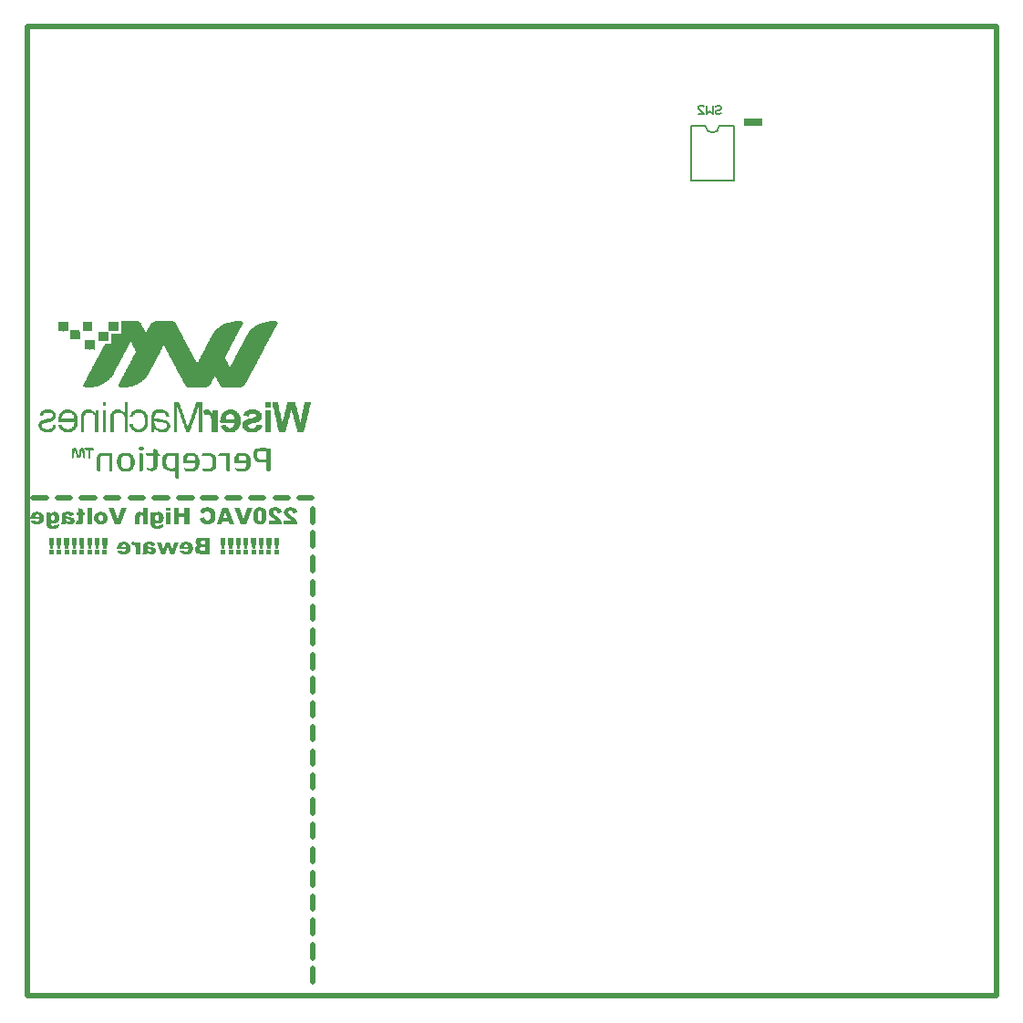
<source format=gbo>
G04*
G04 #@! TF.GenerationSoftware,Altium Limited,Altium Designer,21.2.0 (30)*
G04*
G04 Layer_Color=32896*
%FSLAX44Y44*%
%MOMM*%
G71*
G04*
G04 #@! TF.SameCoordinates,3859F847-68DD-49E8-8EE8-84FD9F862EB9*
G04*
G04*
G04 #@! TF.FilePolarity,Positive*
G04*
G01*
G75*
%ADD10C,0.5000*%
%ADD13C,0.2000*%
%ADD22C,0.1800*%
%ADD134R,1.8200X0.7450*%
G36*
X84532Y625835D02*
Y625509D01*
Y625183D01*
Y624858D01*
Y624532D01*
Y624206D01*
Y623880D01*
Y623554D01*
Y623228D01*
Y622903D01*
Y622577D01*
Y622251D01*
Y621925D01*
Y621599D01*
Y621273D01*
Y620948D01*
Y620622D01*
Y620296D01*
Y619970D01*
Y619644D01*
Y619318D01*
Y618993D01*
Y618667D01*
Y618341D01*
Y618015D01*
Y617689D01*
Y617363D01*
X75735D01*
Y617689D01*
Y618015D01*
Y618341D01*
Y618667D01*
Y618993D01*
Y619318D01*
Y619644D01*
Y619970D01*
Y620296D01*
Y620622D01*
Y620948D01*
Y621273D01*
Y621599D01*
Y621925D01*
Y622251D01*
Y622577D01*
Y622903D01*
Y623228D01*
Y623554D01*
Y623880D01*
Y624206D01*
Y624532D01*
Y624858D01*
Y625183D01*
Y625509D01*
Y625835D01*
Y626161D01*
X84532D01*
Y625835D01*
D02*
G37*
G36*
X60421D02*
Y625509D01*
Y625183D01*
Y624858D01*
Y624532D01*
Y624206D01*
Y623880D01*
Y623554D01*
Y623228D01*
Y622903D01*
Y622577D01*
Y622251D01*
Y621925D01*
Y621599D01*
Y621273D01*
Y620948D01*
Y620622D01*
Y620296D01*
Y619970D01*
Y619644D01*
Y619318D01*
Y618993D01*
Y618667D01*
Y618341D01*
Y618015D01*
Y617689D01*
Y617363D01*
X51623D01*
Y617689D01*
Y618015D01*
Y618341D01*
Y618667D01*
Y618993D01*
Y619318D01*
Y619644D01*
Y619970D01*
Y620296D01*
Y620622D01*
Y620948D01*
Y621273D01*
Y621599D01*
Y621925D01*
Y622251D01*
Y622577D01*
Y622903D01*
Y623228D01*
Y623554D01*
Y623880D01*
Y624206D01*
Y624532D01*
Y624858D01*
Y625183D01*
Y625509D01*
Y625835D01*
Y626161D01*
X60421D01*
Y625835D01*
D02*
G37*
G36*
X38264D02*
Y625509D01*
Y625183D01*
Y624858D01*
Y624532D01*
Y624206D01*
Y623880D01*
Y623554D01*
Y623228D01*
Y622903D01*
Y622577D01*
Y622251D01*
Y621925D01*
Y621599D01*
Y621273D01*
Y620948D01*
Y620622D01*
Y620296D01*
Y619970D01*
Y619644D01*
Y619318D01*
Y618993D01*
Y618667D01*
Y618341D01*
Y618015D01*
Y617689D01*
Y617363D01*
X34028D01*
Y617038D01*
X33377D01*
Y617363D01*
X29467D01*
Y617689D01*
Y618015D01*
Y618341D01*
Y618667D01*
Y618993D01*
Y619318D01*
Y619644D01*
Y619970D01*
Y620296D01*
Y620622D01*
Y620948D01*
Y621273D01*
Y621599D01*
Y621925D01*
Y622251D01*
Y622577D01*
Y622903D01*
Y623228D01*
Y623554D01*
Y623880D01*
Y624206D01*
Y624532D01*
Y624858D01*
Y625183D01*
Y625509D01*
Y625835D01*
Y626161D01*
X38264D01*
Y625835D01*
D02*
G37*
G36*
X48691Y617689D02*
Y617363D01*
Y617038D01*
X49016D01*
Y616712D01*
Y616386D01*
Y616060D01*
Y615734D01*
Y615408D01*
Y615083D01*
Y614757D01*
Y614431D01*
Y614105D01*
Y613779D01*
Y613453D01*
Y613128D01*
Y612802D01*
Y612476D01*
Y612150D01*
Y611824D01*
Y611498D01*
Y611173D01*
Y610847D01*
Y610521D01*
Y610195D01*
X48691D01*
Y609869D01*
Y609543D01*
X40219D01*
Y609218D01*
X39893D01*
Y609543D01*
Y609869D01*
Y610195D01*
Y610521D01*
Y610847D01*
Y611173D01*
Y611498D01*
Y611824D01*
Y612150D01*
Y612476D01*
Y612802D01*
Y613128D01*
Y613453D01*
Y613779D01*
Y614105D01*
Y614431D01*
Y614757D01*
Y615083D01*
Y615408D01*
Y615734D01*
Y616060D01*
Y616386D01*
Y616712D01*
Y617038D01*
Y617363D01*
Y617689D01*
Y618015D01*
X48691D01*
Y617689D01*
D02*
G37*
G36*
X75409Y616712D02*
Y616386D01*
Y616060D01*
Y615734D01*
Y615408D01*
Y615083D01*
Y614757D01*
Y614431D01*
Y614105D01*
Y613779D01*
Y613453D01*
Y613128D01*
Y612802D01*
Y612476D01*
Y612150D01*
Y611824D01*
Y611498D01*
Y611173D01*
Y610847D01*
Y610521D01*
Y610195D01*
Y609869D01*
Y609543D01*
Y609218D01*
Y608892D01*
Y608566D01*
Y608240D01*
X66612D01*
Y608566D01*
Y608892D01*
Y609218D01*
Y609543D01*
Y609869D01*
Y610195D01*
Y610521D01*
Y610847D01*
Y611173D01*
Y611498D01*
Y611824D01*
Y612150D01*
Y612476D01*
Y612802D01*
Y613128D01*
Y613453D01*
Y613779D01*
Y614105D01*
Y614431D01*
Y614757D01*
Y615083D01*
Y615408D01*
Y615734D01*
Y616060D01*
Y616386D01*
Y616712D01*
Y617038D01*
X75409D01*
Y616712D01*
D02*
G37*
G36*
X62702Y608892D02*
Y608566D01*
Y608240D01*
Y607914D01*
Y607588D01*
Y607262D01*
Y606937D01*
Y606611D01*
Y606285D01*
Y605959D01*
Y605633D01*
Y605308D01*
Y604982D01*
Y604656D01*
Y604330D01*
Y604004D01*
Y603678D01*
Y603353D01*
Y603027D01*
Y602701D01*
Y602375D01*
Y602049D01*
Y601723D01*
Y601398D01*
Y601072D01*
Y600746D01*
Y600420D01*
Y600094D01*
X62376D01*
Y600420D01*
X61398D01*
Y600094D01*
X61072D01*
Y600420D01*
X58466D01*
Y600094D01*
X58140D01*
Y600420D01*
X57162D01*
Y600094D01*
X56837D01*
Y600420D01*
X55207D01*
Y600094D01*
X54882D01*
Y600420D01*
X53904D01*
Y600746D01*
Y601072D01*
Y601398D01*
Y601723D01*
Y602049D01*
Y602375D01*
Y602701D01*
Y603027D01*
Y603353D01*
Y603678D01*
Y604004D01*
Y604330D01*
Y604656D01*
Y604982D01*
Y605308D01*
Y605633D01*
Y605959D01*
Y606285D01*
Y606611D01*
Y606937D01*
Y607262D01*
Y607588D01*
Y607914D01*
Y608240D01*
Y608566D01*
Y608892D01*
Y609218D01*
X62702D01*
Y608892D01*
D02*
G37*
G36*
X231158Y626161D02*
X232135D01*
Y625835D01*
X232461D01*
Y625509D01*
X232787D01*
Y625183D01*
Y624858D01*
Y624532D01*
Y624206D01*
X232461D01*
Y623880D01*
X232135D01*
Y623554D01*
Y623228D01*
Y622903D01*
X231809D01*
Y622577D01*
X231484D01*
Y622251D01*
Y621925D01*
X231158D01*
Y621599D01*
Y621273D01*
X230832D01*
Y620948D01*
X230506D01*
Y620622D01*
Y620296D01*
Y619970D01*
X230180D01*
Y619644D01*
X229854D01*
Y619318D01*
Y618993D01*
X229529D01*
Y618667D01*
X229854D01*
Y618341D01*
X229203D01*
Y618015D01*
X228877D01*
Y617689D01*
Y617363D01*
Y617038D01*
X228551D01*
Y616712D01*
X228225D01*
Y616386D01*
Y616060D01*
X227899D01*
Y615734D01*
Y615408D01*
Y615083D01*
X227574D01*
Y614757D01*
X227248D01*
Y614431D01*
Y614105D01*
X226922D01*
Y613779D01*
Y613453D01*
Y613128D01*
X226596D01*
Y612802D01*
Y612476D01*
X226270D01*
Y612150D01*
Y611824D01*
X225619D01*
Y611498D01*
Y611173D01*
Y610847D01*
X225293D01*
Y610521D01*
X224967D01*
Y610195D01*
Y609869D01*
Y609543D01*
X224641D01*
Y609218D01*
Y608892D01*
X224315D01*
Y608566D01*
X223989D01*
Y608240D01*
Y607914D01*
Y607588D01*
X223338D01*
Y607262D01*
Y606937D01*
Y606611D01*
Y606285D01*
X223012D01*
Y605959D01*
Y605633D01*
X222686D01*
Y605308D01*
X222360D01*
Y604982D01*
X222034D01*
Y604656D01*
Y604330D01*
Y604004D01*
X221709D01*
Y603678D01*
X221383D01*
Y603353D01*
Y603027D01*
Y602701D01*
X220731D01*
Y602375D01*
Y602049D01*
Y601723D01*
X220405D01*
Y601398D01*
Y601072D01*
Y600746D01*
X219754D01*
Y600420D01*
Y600094D01*
Y599768D01*
Y599442D01*
X219428D01*
Y599117D01*
X219102D01*
Y598791D01*
X218776D01*
Y598465D01*
Y598139D01*
X218450D01*
Y597813D01*
Y597487D01*
X218124D01*
Y597162D01*
Y596836D01*
Y596510D01*
X217473D01*
Y596184D01*
X217799D01*
Y595858D01*
X217473D01*
Y595532D01*
X217147D01*
Y595207D01*
Y594881D01*
X216821D01*
Y594555D01*
X216495D01*
Y594229D01*
Y593903D01*
X216169D01*
Y593577D01*
Y593252D01*
X215844D01*
Y592926D01*
Y592600D01*
Y592274D01*
X215518D01*
Y591948D01*
Y591623D01*
X214866D01*
Y591297D01*
Y590971D01*
Y590645D01*
X214540D01*
Y590319D01*
Y589993D01*
X214214D01*
Y589668D01*
Y589342D01*
X213889D01*
Y589016D01*
X213563D01*
Y588690D01*
Y588364D01*
X213237D01*
Y588038D01*
Y587713D01*
Y587387D01*
X212585D01*
Y587061D01*
Y586735D01*
Y586409D01*
X212259D01*
Y586083D01*
Y585757D01*
X211934D01*
Y585432D01*
Y585106D01*
X211608D01*
Y584780D01*
X211282D01*
Y584454D01*
Y584128D01*
X210956D01*
Y583802D01*
Y583477D01*
Y583151D01*
X210630D01*
Y582825D01*
Y582499D01*
X209979D01*
Y582173D01*
Y581847D01*
Y581522D01*
Y581196D01*
X209653D01*
Y580870D01*
X209327D01*
Y580544D01*
Y580218D01*
X209001D01*
Y579893D01*
X208675D01*
Y579567D01*
Y579241D01*
X208349D01*
Y578915D01*
Y578589D01*
Y578263D01*
X207698D01*
Y577938D01*
Y577612D01*
Y577286D01*
X207372D01*
Y576960D01*
X207046D01*
Y576634D01*
Y576308D01*
Y575983D01*
Y575657D01*
X206720D01*
Y575331D01*
X206394D01*
Y575005D01*
Y574679D01*
X206068D01*
Y574353D01*
Y574027D01*
X205743D01*
Y573702D01*
Y573376D01*
X205417D01*
Y573050D01*
Y572724D01*
X205091D01*
Y572398D01*
X204765D01*
Y572072D01*
X204439D01*
Y571747D01*
Y571421D01*
X204114D01*
Y571095D01*
Y570769D01*
Y570443D01*
X203788D01*
Y570117D01*
X203462D01*
Y569792D01*
Y569466D01*
Y569140D01*
X202810D01*
Y568814D01*
Y568488D01*
Y568162D01*
X202484D01*
Y567837D01*
Y567511D01*
X202159D01*
Y567185D01*
X201833D01*
Y566859D01*
X201507D01*
Y566533D01*
X201181D01*
Y566208D01*
X200529D01*
Y565882D01*
X200203D01*
Y565556D01*
X199226D01*
Y565230D01*
X180653D01*
Y565556D01*
X179676D01*
Y565882D01*
Y566208D01*
X179350D01*
Y566533D01*
Y566859D01*
X179024D01*
Y567185D01*
X178699D01*
Y567511D01*
Y567837D01*
Y568162D01*
X178373D01*
Y568488D01*
Y568814D01*
X178047D01*
Y569140D01*
X177721D01*
Y569466D01*
Y569792D01*
X177395D01*
Y570117D01*
Y570443D01*
X177069D01*
Y570769D01*
Y571095D01*
X176744D01*
Y571421D01*
Y571747D01*
X176418D01*
Y572072D01*
Y572398D01*
Y572724D01*
X176092D01*
Y573050D01*
X175766D01*
Y573376D01*
X175440D01*
Y573702D01*
Y574027D01*
X175114D01*
Y574353D01*
Y574679D01*
X174788D01*
Y575005D01*
X173811D01*
Y574679D01*
Y574353D01*
Y574027D01*
X173485D01*
Y573702D01*
X173159D01*
Y573376D01*
X172833D01*
Y573050D01*
X173159D01*
Y572724D01*
X172508D01*
Y572398D01*
Y572072D01*
Y571747D01*
X172182D01*
Y571421D01*
Y571095D01*
X171856D01*
Y570769D01*
X171530D01*
Y570443D01*
Y570117D01*
Y569792D01*
X171204D01*
Y569466D01*
Y569140D01*
X170879D01*
Y568814D01*
Y568488D01*
X170227D01*
Y568162D01*
Y567837D01*
Y567511D01*
X169901D01*
Y567185D01*
X169575D01*
Y566859D01*
Y566533D01*
X168923D01*
Y566208D01*
X168272D01*
Y565882D01*
X167946D01*
Y565556D01*
X167294D01*
Y565230D01*
X148070D01*
Y565556D01*
X147418D01*
Y565882D01*
Y566208D01*
Y566533D01*
X146767D01*
Y566859D01*
Y567185D01*
Y567511D01*
X146441D01*
Y567837D01*
Y568162D01*
X146115D01*
Y568488D01*
X145789D01*
Y568814D01*
Y569140D01*
Y569466D01*
X145463D01*
Y569792D01*
X145138D01*
Y570117D01*
Y570443D01*
X144812D01*
Y570769D01*
Y571095D01*
X144486D01*
Y571421D01*
X144160D01*
Y571747D01*
Y572072D01*
Y572398D01*
X143834D01*
Y572724D01*
Y573050D01*
Y573376D01*
X143183D01*
Y573702D01*
Y574027D01*
X142857D01*
Y574353D01*
Y574679D01*
X142531D01*
Y575005D01*
Y575331D01*
X142205D01*
Y575657D01*
Y575983D01*
Y576308D01*
X141553D01*
Y576634D01*
Y576960D01*
Y577286D01*
X141228D01*
Y577612D01*
X140902D01*
Y577938D01*
Y578263D01*
Y578589D01*
X140576D01*
Y578915D01*
X140250D01*
Y579241D01*
Y579567D01*
Y579893D01*
X139924D01*
Y580218D01*
Y580544D01*
X139273D01*
Y580870D01*
Y581196D01*
X138947D01*
Y581522D01*
Y581847D01*
X138621D01*
Y582173D01*
Y582499D01*
Y582825D01*
X138295D01*
Y583151D01*
Y583477D01*
X137969D01*
Y583802D01*
Y584128D01*
X137643D01*
Y584454D01*
Y584780D01*
X137318D01*
Y585106D01*
X136992D01*
Y585432D01*
Y585757D01*
X136666D01*
Y586083D01*
Y586409D01*
Y586735D01*
X136340D01*
Y587061D01*
X136014D01*
Y587387D01*
Y587713D01*
X135688D01*
Y588038D01*
Y588364D01*
X135363D01*
Y588690D01*
X135037D01*
Y589016D01*
Y589342D01*
Y589668D01*
X134711D01*
Y589993D01*
X134385D01*
Y590319D01*
Y590645D01*
Y590971D01*
X133733D01*
Y591297D01*
Y591623D01*
Y591948D01*
X133408D01*
Y592274D01*
Y592600D01*
X133082D01*
Y592926D01*
Y593252D01*
X132756D01*
Y593577D01*
Y593903D01*
X132430D01*
Y594229D01*
Y594555D01*
X132104D01*
Y594881D01*
X131778D01*
Y595207D01*
Y595532D01*
X131453D01*
Y595858D01*
X131127D01*
Y596184D01*
Y596510D01*
Y596836D01*
X130801D01*
Y597162D01*
Y597487D01*
X130475D01*
Y597813D01*
Y598139D01*
X130149D01*
Y598465D01*
Y598791D01*
Y599117D01*
X129497D01*
Y599442D01*
Y599768D01*
Y600094D01*
X129172D01*
Y600420D01*
X128846D01*
Y600746D01*
Y601072D01*
Y601398D01*
X128520D01*
Y601723D01*
X128194D01*
Y602049D01*
Y602375D01*
X127868D01*
Y602701D01*
Y603027D01*
X127542D01*
Y603353D01*
Y603678D01*
X126565D01*
Y603353D01*
X126239D01*
Y603027D01*
Y602701D01*
X125913D01*
Y602375D01*
Y602049D01*
X125588D01*
Y601723D01*
Y601398D01*
Y601072D01*
X125262D01*
Y600746D01*
Y600420D01*
X124936D01*
Y600094D01*
Y599768D01*
X124610D01*
Y599442D01*
X124284D01*
Y599117D01*
X123958D01*
Y598791D01*
X124284D01*
Y598465D01*
X123958D01*
Y598139D01*
X123632D01*
Y597813D01*
Y597487D01*
X123307D01*
Y597162D01*
Y596836D01*
X122981D01*
Y596510D01*
X122655D01*
Y596184D01*
Y595858D01*
Y595532D01*
X122003D01*
Y595207D01*
Y594881D01*
Y594555D01*
X121678D01*
Y594229D01*
Y593903D01*
X121352D01*
Y593577D01*
Y593252D01*
Y592926D01*
X121026D01*
Y592600D01*
X120700D01*
Y592274D01*
Y591948D01*
X120374D01*
Y591623D01*
Y591297D01*
X120048D01*
Y590971D01*
Y590645D01*
X119722D01*
Y590319D01*
X119397D01*
Y589993D01*
Y589668D01*
Y589342D01*
X119071D01*
Y589016D01*
X118745D01*
Y588690D01*
Y588364D01*
X118419D01*
Y588038D01*
Y587713D01*
X118093D01*
Y587387D01*
Y587061D01*
X117767D01*
Y586735D01*
Y586409D01*
Y586083D01*
X117116D01*
Y585757D01*
Y585432D01*
X116790D01*
Y585106D01*
Y584780D01*
Y584454D01*
X116464D01*
Y584128D01*
Y583802D01*
X115813D01*
Y583477D01*
Y583151D01*
Y582825D01*
X115487D01*
Y582499D01*
Y582173D01*
X115161D01*
Y581847D01*
Y581522D01*
X114835D01*
Y581196D01*
X114509D01*
Y580870D01*
Y580544D01*
X114183D01*
Y580218D01*
Y579893D01*
X113857D01*
Y579567D01*
Y579241D01*
X113532D01*
Y578915D01*
Y578589D01*
X113206D01*
Y578263D01*
X112880D01*
Y577938D01*
Y577612D01*
Y577286D01*
Y576960D01*
X112228D01*
Y576634D01*
Y576308D01*
Y575983D01*
X111577D01*
Y575657D01*
Y575331D01*
X111251D01*
Y575005D01*
X110925D01*
Y574679D01*
X110599D01*
Y574353D01*
Y574027D01*
X110273D01*
Y573702D01*
X109948D01*
Y573376D01*
X109622D01*
Y573050D01*
X109296D01*
Y572724D01*
X108644D01*
Y572398D01*
Y572072D01*
X108318D01*
Y571747D01*
X107992D01*
Y571421D01*
X107341D01*
Y571095D01*
X107015D01*
Y570769D01*
X106689D01*
Y570443D01*
X106363D01*
Y570117D01*
X105712D01*
Y569792D01*
X105060D01*
Y569466D01*
X104734D01*
Y569140D01*
X104082D01*
Y568814D01*
X103431D01*
Y568488D01*
X103105D01*
Y568162D01*
X102453D01*
Y567837D01*
X101802D01*
Y567511D01*
X100824D01*
Y567185D01*
X100173D01*
Y566859D01*
X99521D01*
Y566533D01*
X98543D01*
Y566208D01*
X96914D01*
Y565882D01*
X95937D01*
Y565556D01*
X94307D01*
Y565230D01*
X85836D01*
Y565556D01*
X85184D01*
Y565882D01*
X84858D01*
Y566208D01*
X84532D01*
Y566533D01*
Y566859D01*
Y567185D01*
Y567511D01*
Y567837D01*
X84858D01*
Y568162D01*
X85184D01*
Y568488D01*
X85510D01*
Y568814D01*
Y569140D01*
Y569466D01*
X85836D01*
Y569792D01*
Y570117D01*
X86488D01*
Y570443D01*
Y570769D01*
Y571095D01*
X86813D01*
Y571421D01*
X87139D01*
Y571747D01*
Y572072D01*
Y572398D01*
X87465D01*
Y572724D01*
Y573050D01*
X87791D01*
Y573376D01*
Y573702D01*
X88117D01*
Y574027D01*
X88442D01*
Y574353D01*
Y574679D01*
Y575005D01*
X88768D01*
Y575331D01*
X89094D01*
Y575657D01*
Y575983D01*
Y576308D01*
X89746D01*
Y576634D01*
Y576960D01*
Y577286D01*
X90072D01*
Y577612D01*
X90398D01*
Y577938D01*
Y578263D01*
X90723D01*
Y578589D01*
Y578915D01*
Y579241D01*
X91375D01*
Y579567D01*
Y579893D01*
Y580218D01*
X91701D01*
Y580544D01*
X92027D01*
Y580870D01*
Y581196D01*
Y581522D01*
X92353D01*
Y581847D01*
Y582173D01*
X92678D01*
Y582499D01*
Y582825D01*
X93004D01*
Y583151D01*
Y583477D01*
X93330D01*
Y583802D01*
Y584128D01*
X93656D01*
Y584454D01*
X93982D01*
Y584780D01*
X94307D01*
Y585106D01*
X93982D01*
Y585432D01*
X94307D01*
Y585757D01*
Y586083D01*
X94959D01*
Y586409D01*
Y586735D01*
Y587061D01*
Y587387D01*
X95611D01*
Y587713D01*
Y588038D01*
Y588364D01*
Y588690D01*
X96263D01*
Y589016D01*
Y589342D01*
X96588D01*
Y589668D01*
Y589993D01*
Y590319D01*
X96914D01*
Y590645D01*
X97240D01*
Y590971D01*
Y591297D01*
X97566D01*
Y591623D01*
Y591948D01*
X97892D01*
Y592274D01*
Y592600D01*
X98217D01*
Y592926D01*
Y593252D01*
X98543D01*
Y593577D01*
X98869D01*
Y593903D01*
Y594229D01*
X99195D01*
Y594555D01*
Y594881D01*
X99521D01*
Y595207D01*
Y595532D01*
X99847D01*
Y595858D01*
Y596184D01*
X100173D01*
Y596510D01*
X100498D01*
Y596836D01*
Y597162D01*
Y597487D01*
X100824D01*
Y597813D01*
Y598139D01*
Y598465D01*
Y598791D01*
Y599117D01*
X100498D01*
Y599442D01*
Y599768D01*
X100173D01*
Y600094D01*
Y600420D01*
X99847D01*
Y600746D01*
Y601072D01*
X99521D01*
Y601398D01*
Y601723D01*
X99195D01*
Y602049D01*
Y602375D01*
X98869D01*
Y602701D01*
Y603027D01*
X98543D01*
Y603353D01*
Y603678D01*
Y604004D01*
X98217D01*
Y604330D01*
X97892D01*
Y604656D01*
X97566D01*
Y604982D01*
X97892D01*
Y605308D01*
X97566D01*
Y605633D01*
X97240D01*
Y605959D01*
Y606285D01*
X96914D01*
Y606611D01*
Y606937D01*
Y607262D01*
X95937D01*
Y606937D01*
Y606611D01*
X95611D01*
Y606285D01*
X95285D01*
Y605959D01*
Y605633D01*
Y605308D01*
X94959D01*
Y604982D01*
Y604656D01*
X94307D01*
Y604330D01*
Y604004D01*
Y603678D01*
X93982D01*
Y603353D01*
X93656D01*
Y603027D01*
Y602701D01*
Y602375D01*
X93330D01*
Y602049D01*
X93004D01*
Y601723D01*
Y601398D01*
Y601072D01*
X92678D01*
Y600746D01*
X92353D01*
Y600420D01*
Y600094D01*
Y599768D01*
Y599442D01*
X91701D01*
Y599117D01*
Y598791D01*
Y598465D01*
X91375D01*
Y598139D01*
X91049D01*
Y597813D01*
X90723D01*
Y597487D01*
X91049D01*
Y597162D01*
X90723D01*
Y596836D01*
X90398D01*
Y596510D01*
X90072D01*
Y596184D01*
Y595858D01*
Y595532D01*
X89746D01*
Y595207D01*
X89420D01*
Y594881D01*
Y594555D01*
X89094D01*
Y594229D01*
X88768D01*
Y593903D01*
Y593577D01*
Y593252D01*
Y592926D01*
Y592600D01*
X88117D01*
Y592274D01*
Y591948D01*
X87791D01*
Y591623D01*
Y591297D01*
X87465D01*
Y590971D01*
X87139D01*
Y590645D01*
X87465D01*
Y590319D01*
X86813D01*
Y589993D01*
Y589668D01*
Y589342D01*
X86488D01*
Y589016D01*
X86162D01*
Y588690D01*
X85836D01*
Y588364D01*
Y588038D01*
Y587713D01*
X85510D01*
Y587387D01*
X85184D01*
Y587061D01*
Y586735D01*
Y586409D01*
Y586083D01*
X84532D01*
Y585757D01*
Y585432D01*
Y585106D01*
X84207D01*
Y584780D01*
X83881D01*
Y584454D01*
Y584128D01*
X83555D01*
Y583802D01*
Y583477D01*
X83229D01*
Y583151D01*
Y582825D01*
Y582499D01*
X82577D01*
Y582173D01*
Y581847D01*
Y581522D01*
X82252D01*
Y581196D01*
X81926D01*
Y580870D01*
Y580544D01*
Y580218D01*
X81600D01*
Y579893D01*
X81274D01*
Y579567D01*
Y579241D01*
X80948D01*
Y578915D01*
Y578589D01*
X80622D01*
Y578263D01*
X80297D01*
Y577938D01*
Y577612D01*
Y577286D01*
Y576960D01*
X79971D01*
Y576634D01*
X79645D01*
Y576308D01*
Y575983D01*
X78993D01*
Y575657D01*
Y575331D01*
Y575005D01*
X78667D01*
Y574679D01*
X78342D01*
Y574353D01*
X78016D01*
Y574027D01*
X77690D01*
Y573702D01*
X77364D01*
Y573376D01*
X77038D01*
Y573050D01*
X76712D01*
Y572724D01*
X76387D01*
Y572398D01*
X76061D01*
Y572072D01*
X75735D01*
Y571747D01*
X75409D01*
Y571421D01*
X75083D01*
Y571095D01*
X74432D01*
Y570769D01*
X74106D01*
Y570443D01*
X73780D01*
Y570117D01*
X73128D01*
Y569792D01*
X72477D01*
Y569466D01*
X72151D01*
Y569140D01*
X71825D01*
Y568814D01*
X71173D01*
Y568488D01*
X70522D01*
Y568162D01*
X69870D01*
Y567837D01*
X69218D01*
Y567511D01*
X68241D01*
Y567185D01*
X67915D01*
Y566859D01*
X66937D01*
Y566533D01*
X65960D01*
Y566208D01*
X64331D01*
Y565882D01*
X63679D01*
Y565556D01*
X61724D01*
Y565230D01*
X53252D01*
Y565556D01*
X52601D01*
Y565882D01*
X52275D01*
Y566208D01*
Y566533D01*
X51949D01*
Y566859D01*
X52275D01*
Y567185D01*
Y567511D01*
Y567837D01*
X52601D01*
Y568162D01*
Y568488D01*
Y568814D01*
X53252D01*
Y569140D01*
X52927D01*
Y569466D01*
X53252D01*
Y569792D01*
X53578D01*
Y570117D01*
X53904D01*
Y570443D01*
Y570769D01*
Y571095D01*
X54230D01*
Y571421D01*
Y571747D01*
Y572072D01*
X54882D01*
Y572398D01*
Y572724D01*
Y573050D01*
X55207D01*
Y573376D01*
Y573702D01*
X55533D01*
Y574027D01*
X55859D01*
Y574353D01*
Y574679D01*
Y575005D01*
X56185D01*
Y575331D01*
X56511D01*
Y575657D01*
Y575983D01*
X56837D01*
Y576308D01*
X57162D01*
Y576634D01*
Y576960D01*
Y577286D01*
X57488D01*
Y577612D01*
X57814D01*
Y577938D01*
Y578263D01*
X58140D01*
Y578589D01*
Y578915D01*
Y579241D01*
X58466D01*
Y579567D01*
X58792D01*
Y579893D01*
Y580218D01*
X59117D01*
Y580544D01*
Y580870D01*
X59443D01*
Y581196D01*
X59769D01*
Y581522D01*
Y581847D01*
X60095D01*
Y582173D01*
Y582499D01*
Y582825D01*
X60421D01*
Y583151D01*
X60747D01*
Y583477D01*
Y583802D01*
Y584128D01*
X61398D01*
Y584454D01*
Y584780D01*
Y585106D01*
X61724D01*
Y585432D01*
Y585757D01*
X62050D01*
Y586083D01*
X62376D01*
Y586409D01*
Y586735D01*
Y587061D01*
X62702D01*
Y587387D01*
Y587713D01*
X63027D01*
Y588038D01*
Y588364D01*
X63679D01*
Y588690D01*
Y589016D01*
Y589342D01*
X64005D01*
Y589668D01*
Y589993D01*
Y590319D01*
X64331D01*
Y590645D01*
X64657D01*
Y590971D01*
Y591297D01*
X64982D01*
Y591623D01*
Y591948D01*
X65308D01*
Y592274D01*
Y592600D01*
X65634D01*
Y592926D01*
X65960D01*
Y593252D01*
Y593577D01*
X66286D01*
Y593903D01*
Y594229D01*
X66612D01*
Y594555D01*
Y594881D01*
X66937D01*
Y595207D01*
X67263D01*
Y595532D01*
Y595858D01*
Y596184D01*
X67589D01*
Y596510D01*
X67915D01*
Y596836D01*
Y597162D01*
Y597487D01*
Y597813D01*
X68567D01*
Y598139D01*
Y598465D01*
X68892D01*
Y598791D01*
Y599117D01*
X69218D01*
Y599442D01*
X69544D01*
Y599768D01*
X69218D01*
Y600094D01*
X69544D01*
Y600420D01*
X69870D01*
Y600746D01*
Y601072D01*
X70196D01*
Y601398D01*
Y601723D01*
X70522D01*
Y602049D01*
X70847D01*
Y602375D01*
Y602701D01*
X71173D01*
Y603027D01*
Y603353D01*
Y603678D01*
X71499D01*
Y604004D01*
Y604330D01*
X72151D01*
Y604656D01*
Y604982D01*
Y605308D01*
X72477D01*
Y605633D01*
X77690D01*
Y605959D01*
X78016D01*
Y606285D01*
Y606611D01*
Y606937D01*
Y607262D01*
Y607588D01*
Y607914D01*
Y608240D01*
Y608566D01*
Y608892D01*
Y609218D01*
Y609543D01*
Y609869D01*
Y610195D01*
Y610521D01*
Y610847D01*
Y611173D01*
Y611498D01*
Y611824D01*
Y612150D01*
Y612476D01*
Y612802D01*
Y613128D01*
Y613453D01*
Y613779D01*
Y614105D01*
Y614431D01*
Y614757D01*
X87139D01*
Y615083D01*
Y615408D01*
Y615734D01*
Y616060D01*
Y616386D01*
Y616712D01*
Y617038D01*
Y617363D01*
Y617689D01*
Y618015D01*
Y618341D01*
Y618667D01*
Y618993D01*
Y619318D01*
Y619644D01*
Y619970D01*
Y620296D01*
Y620622D01*
Y620948D01*
Y621273D01*
Y621599D01*
Y621925D01*
Y622251D01*
Y622577D01*
Y622903D01*
Y623228D01*
Y623554D01*
Y623880D01*
Y624206D01*
Y624532D01*
Y624858D01*
Y625183D01*
Y625509D01*
Y625835D01*
Y626161D01*
Y626487D01*
X103431D01*
Y626161D01*
X104408D01*
Y625835D01*
X104734D01*
Y625509D01*
X105060D01*
Y625183D01*
Y624858D01*
X105712D01*
Y624532D01*
Y624206D01*
Y623880D01*
Y623554D01*
X106363D01*
Y623228D01*
Y622903D01*
X106689D01*
Y622577D01*
Y622251D01*
Y621925D01*
X107015D01*
Y621599D01*
X107341D01*
Y621273D01*
Y620948D01*
Y620622D01*
X107992D01*
Y620296D01*
Y619970D01*
Y619644D01*
X108318D01*
Y619318D01*
X108644D01*
Y618993D01*
Y618667D01*
Y618341D01*
X108970D01*
Y618015D01*
X109296D01*
Y617689D01*
Y617363D01*
X109622D01*
Y617038D01*
Y616712D01*
X109948D01*
Y616386D01*
X110925D01*
Y616712D01*
X111251D01*
Y617038D01*
Y617363D01*
Y617689D01*
X111577D01*
Y618015D01*
X111903D01*
Y618341D01*
Y618667D01*
Y618993D01*
X112228D01*
Y619318D01*
Y619644D01*
X112554D01*
Y619970D01*
Y620296D01*
X112880D01*
Y620622D01*
X113206D01*
Y620948D01*
Y621273D01*
X113532D01*
Y621599D01*
X113857D01*
Y621925D01*
Y622251D01*
Y622577D01*
X114183D01*
Y622903D01*
X114509D01*
Y623228D01*
Y623554D01*
Y623880D01*
X114835D01*
Y624206D01*
X115161D01*
Y624532D01*
X115487D01*
Y624858D01*
X115813D01*
Y625183D01*
X116138D01*
Y625509D01*
X117116D01*
Y625835D01*
X117442D01*
Y626161D01*
X118419D01*
Y626487D01*
X136014D01*
Y626161D01*
X136992D01*
Y625835D01*
X137643D01*
Y625509D01*
Y625183D01*
Y624858D01*
X137969D01*
Y624532D01*
X138621D01*
Y624206D01*
X138295D01*
Y623880D01*
Y623554D01*
X138947D01*
Y623228D01*
Y622903D01*
Y622577D01*
X139273D01*
Y622251D01*
Y621925D01*
X139598D01*
Y621599D01*
X139924D01*
Y621273D01*
Y620948D01*
Y620622D01*
X140250D01*
Y620296D01*
X140576D01*
Y619970D01*
Y619644D01*
Y619318D01*
X141228D01*
Y618993D01*
Y618667D01*
Y618341D01*
X141553D01*
Y618015D01*
Y617689D01*
X141879D01*
Y617363D01*
Y617038D01*
X142531D01*
Y616712D01*
Y616386D01*
Y616060D01*
Y615734D01*
Y615408D01*
X143183D01*
Y615083D01*
Y614757D01*
Y614431D01*
X143508D01*
Y614105D01*
X143834D01*
Y613779D01*
Y613453D01*
X144160D01*
Y613128D01*
Y612802D01*
X144486D01*
Y612476D01*
Y612150D01*
X144812D01*
Y611824D01*
Y611498D01*
X145138D01*
Y611173D01*
Y610847D01*
X145463D01*
Y610521D01*
Y610195D01*
X145789D01*
Y609869D01*
X146115D01*
Y609543D01*
Y609218D01*
X146441D01*
Y608892D01*
Y608566D01*
X146767D01*
Y608240D01*
Y607914D01*
Y607588D01*
X147418D01*
Y607262D01*
Y606937D01*
Y606611D01*
Y606285D01*
X147744D01*
Y605959D01*
X148070D01*
Y605633D01*
X148396D01*
Y605308D01*
X148070D01*
Y604982D01*
X148722D01*
Y604656D01*
Y604330D01*
X149048D01*
Y604004D01*
Y603678D01*
Y603353D01*
X149373D01*
Y603027D01*
X149699D01*
Y602701D01*
Y602375D01*
Y602049D01*
X150351D01*
Y601723D01*
Y601398D01*
Y601072D01*
X150677D01*
Y600746D01*
Y600420D01*
X151003D01*
Y600094D01*
X151328D01*
Y599768D01*
Y599442D01*
Y599117D01*
X151654D01*
Y598791D01*
X151980D01*
Y598465D01*
Y598139D01*
Y597813D01*
X152632D01*
Y597487D01*
Y597162D01*
X152958D01*
Y596836D01*
Y596510D01*
Y596184D01*
X153283D01*
Y595858D01*
Y595532D01*
X153609D01*
Y595207D01*
Y594881D01*
X153935D01*
Y594555D01*
Y594229D01*
X154261D01*
Y593903D01*
X154587D01*
Y593577D01*
Y593252D01*
Y592926D01*
Y592600D01*
X155238D01*
Y592274D01*
Y591948D01*
Y591623D01*
X155890D01*
Y591297D01*
Y590971D01*
Y590645D01*
X156216D01*
Y590319D01*
Y589993D01*
X156542D01*
Y589668D01*
Y589342D01*
X156868D01*
Y589016D01*
Y588690D01*
X157193D01*
Y588364D01*
X157519D01*
Y588038D01*
Y587713D01*
X158171D01*
Y588038D01*
Y588364D01*
X158497D01*
Y588690D01*
Y589016D01*
X159148D01*
Y589342D01*
Y589668D01*
Y589993D01*
X159474D01*
Y590319D01*
Y590645D01*
X159800D01*
Y590971D01*
X160126D01*
Y591297D01*
Y591623D01*
Y591948D01*
X160778D01*
Y592274D01*
Y592600D01*
Y592926D01*
X161103D01*
Y593252D01*
Y593577D01*
X161429D01*
Y593903D01*
Y594229D01*
X161755D01*
Y594555D01*
Y594881D01*
X162081D01*
Y595207D01*
Y595532D01*
X162407D01*
Y595858D01*
Y596184D01*
X162733D01*
Y596510D01*
Y596836D01*
X163058D01*
Y597162D01*
Y597487D01*
X163384D01*
Y597813D01*
X163710D01*
Y598139D01*
Y598465D01*
Y598791D01*
X164362D01*
Y599117D01*
Y599442D01*
Y599768D01*
X164688D01*
Y600094D01*
X165014D01*
Y600420D01*
Y600746D01*
Y601072D01*
X165339D01*
Y601398D01*
Y601723D01*
X165665D01*
Y602049D01*
Y602375D01*
X165991D01*
Y602701D01*
Y603027D01*
X166317D01*
Y603353D01*
Y603678D01*
X166643D01*
Y604004D01*
Y604330D01*
X166968D01*
Y604656D01*
X167294D01*
Y604982D01*
Y605308D01*
Y605633D01*
X167620D01*
Y605959D01*
X167946D01*
Y606285D01*
X168272D01*
Y606611D01*
Y606937D01*
X168598D01*
Y607262D01*
Y607588D01*
X168923D01*
Y607914D01*
Y608240D01*
X169249D01*
Y608566D01*
Y608892D01*
X169575D01*
Y609218D01*
X169901D01*
Y609543D01*
Y609869D01*
Y610195D01*
Y610521D01*
X170553D01*
Y610847D01*
Y611173D01*
Y611498D01*
X170879D01*
Y611824D01*
Y612150D01*
X171530D01*
Y612476D01*
Y612802D01*
Y613128D01*
X171856D01*
Y613453D01*
X172182D01*
Y613779D01*
Y614105D01*
Y614431D01*
X172508D01*
Y614757D01*
Y615083D01*
X172833D01*
Y615408D01*
Y615734D01*
X173159D01*
Y616060D01*
X173485D01*
Y616386D01*
Y616712D01*
X174137D01*
Y617038D01*
Y617363D01*
X174463D01*
Y617689D01*
X174788D01*
Y618015D01*
X175114D01*
Y618341D01*
X175440D01*
Y618667D01*
X175766D01*
Y618993D01*
X176092D01*
Y619318D01*
X176418D01*
Y619644D01*
X177069D01*
Y619970D01*
X177395D01*
Y620296D01*
X177721D01*
Y620622D01*
X178047D01*
Y620948D01*
X178373D01*
Y621273D01*
X179024D01*
Y621599D01*
X179350D01*
Y621925D01*
X180002D01*
Y622251D01*
X180328D01*
Y622577D01*
X181305D01*
Y622903D01*
X181631D01*
Y623228D01*
X182283D01*
Y623554D01*
X182609D01*
Y623880D01*
X183586D01*
Y624206D01*
X184564D01*
Y624532D01*
X184889D01*
Y624858D01*
X185867D01*
Y625183D01*
X187170D01*
Y625509D01*
X188799D01*
Y625835D01*
X189451D01*
Y626161D01*
X192058D01*
Y626487D01*
X198900D01*
Y626161D01*
X199552D01*
Y625835D01*
X200203D01*
Y625509D01*
Y625183D01*
Y624858D01*
X200529D01*
Y624532D01*
X200203D01*
Y624206D01*
Y623880D01*
Y623554D01*
X199878D01*
Y623228D01*
Y622903D01*
X199552D01*
Y622577D01*
X199226D01*
Y622251D01*
Y621925D01*
X198900D01*
Y621599D01*
Y621273D01*
X198574D01*
Y620948D01*
Y620622D01*
X198249D01*
Y620296D01*
X197923D01*
Y619970D01*
Y619644D01*
Y619318D01*
X197597D01*
Y618993D01*
Y618667D01*
X197271D01*
Y618341D01*
X196945D01*
Y618015D01*
Y617689D01*
X196619D01*
Y617363D01*
Y617038D01*
X196294D01*
Y616712D01*
Y616386D01*
X195968D01*
Y616060D01*
Y615734D01*
Y615408D01*
X195642D01*
Y615083D01*
X195316D01*
Y614757D01*
Y614431D01*
X194990D01*
Y614105D01*
X194664D01*
Y613779D01*
Y613453D01*
X194338D01*
Y613128D01*
Y612802D01*
Y612476D01*
X194013D01*
Y612150D01*
X193687D01*
Y611824D01*
Y611498D01*
Y611173D01*
X193035D01*
Y610847D01*
Y610521D01*
Y610195D01*
Y609869D01*
X192709D01*
Y609543D01*
X192383D01*
Y609218D01*
X192058D01*
Y608892D01*
Y608566D01*
X191732D01*
Y608240D01*
Y607914D01*
X191406D01*
Y607588D01*
Y607262D01*
X191080D01*
Y606937D01*
X190754D01*
Y606611D01*
Y606285D01*
Y605959D01*
X190429D01*
Y605633D01*
Y605308D01*
X190103D01*
Y604982D01*
Y604656D01*
X189777D01*
Y604330D01*
X189451D01*
Y604004D01*
Y603678D01*
Y603353D01*
X189125D01*
Y603027D01*
X188799D01*
Y602701D01*
Y602375D01*
X188473D01*
Y602049D01*
Y601723D01*
X188148D01*
Y601398D01*
Y601072D01*
X187822D01*
Y600746D01*
Y600420D01*
Y600094D01*
X187170D01*
Y599768D01*
Y599442D01*
Y599117D01*
X186518D01*
Y598791D01*
Y598465D01*
Y598139D01*
X186193D01*
Y597813D01*
Y597487D01*
X185867D01*
Y597162D01*
Y596836D01*
X185541D01*
Y596510D01*
Y596184D01*
Y595858D01*
X185215D01*
Y595532D01*
X184889D01*
Y595207D01*
Y594881D01*
Y594555D01*
X184564D01*
Y594229D01*
Y593903D01*
X183912D01*
Y593577D01*
Y593252D01*
Y592926D01*
Y592600D01*
Y592274D01*
X184238D01*
Y591948D01*
Y591623D01*
Y591297D01*
X184564D01*
Y590971D01*
X184889D01*
Y590645D01*
X185215D01*
Y590319D01*
Y589993D01*
Y589668D01*
X185541D01*
Y589342D01*
Y589016D01*
X185867D01*
Y588690D01*
Y588364D01*
X186193D01*
Y588038D01*
Y587713D01*
X186518D01*
Y587387D01*
Y587061D01*
X186844D01*
Y586735D01*
Y586409D01*
X187170D01*
Y586083D01*
Y585757D01*
Y585432D01*
X187496D01*
Y585106D01*
Y584780D01*
X187822D01*
Y584454D01*
Y584128D01*
X188473D01*
Y584454D01*
X188799D01*
Y584780D01*
Y585106D01*
X189125D01*
Y585432D01*
Y585757D01*
X189451D01*
Y586083D01*
Y586409D01*
X189777D01*
Y586735D01*
Y587061D01*
X190103D01*
Y587387D01*
X190429D01*
Y587713D01*
Y588038D01*
X190754D01*
Y588364D01*
Y588690D01*
X191080D01*
Y589016D01*
X191406D01*
Y589342D01*
X191080D01*
Y589668D01*
X191406D01*
Y589993D01*
X191732D01*
Y590319D01*
Y590645D01*
X192058D01*
Y590971D01*
Y591297D01*
X192383D01*
Y591623D01*
X192709D01*
Y591948D01*
Y592274D01*
X193035D01*
Y592600D01*
Y592926D01*
X193361D01*
Y593252D01*
Y593577D01*
X193687D01*
Y593903D01*
Y594229D01*
X194013D01*
Y594555D01*
Y594881D01*
X194338D01*
Y595207D01*
Y595532D01*
X194664D01*
Y595858D01*
Y596184D01*
Y596510D01*
X195316D01*
Y596836D01*
Y597162D01*
Y597487D01*
X195642D01*
Y597813D01*
X195968D01*
Y598139D01*
Y598465D01*
X196294D01*
Y598791D01*
Y599117D01*
X196619D01*
Y599442D01*
Y599768D01*
X196945D01*
Y600094D01*
Y600420D01*
X197271D01*
Y600746D01*
X197597D01*
Y601072D01*
Y601398D01*
Y601723D01*
X197923D01*
Y602049D01*
Y602375D01*
X198249D01*
Y602701D01*
X198574D01*
Y603027D01*
Y603353D01*
X198900D01*
Y603678D01*
Y604004D01*
X199226D01*
Y604330D01*
Y604656D01*
X199552D01*
Y604982D01*
X199878D01*
Y605308D01*
X199552D01*
Y605633D01*
X200203D01*
Y605959D01*
Y606285D01*
X200529D01*
Y606611D01*
Y606937D01*
X200855D01*
Y607262D01*
Y607588D01*
X201181D01*
Y607914D01*
Y608240D01*
Y608566D01*
X201507D01*
Y608892D01*
X201833D01*
Y609218D01*
Y609543D01*
X202159D01*
Y609869D01*
X202484D01*
Y610195D01*
Y610521D01*
Y610847D01*
X202810D01*
Y611173D01*
X203136D01*
Y611498D01*
Y611824D01*
Y612150D01*
X203462D01*
Y612476D01*
X203788D01*
Y612802D01*
Y613128D01*
Y613453D01*
X204114D01*
Y613779D01*
X204439D01*
Y614105D01*
X204765D01*
Y614431D01*
Y614757D01*
X205091D01*
Y615083D01*
Y615408D01*
X205417D01*
Y615734D01*
Y616060D01*
X205743D01*
Y616386D01*
X206068D01*
Y616712D01*
Y617038D01*
X206394D01*
Y617363D01*
X206720D01*
Y617689D01*
X207046D01*
Y618015D01*
X207372D01*
Y618341D01*
X208024D01*
Y618667D01*
Y618993D01*
X208349D01*
Y619318D01*
X208675D01*
Y619644D01*
X209327D01*
Y619970D01*
Y620296D01*
X209979D01*
Y620622D01*
X210304D01*
Y620948D01*
X210630D01*
Y621273D01*
X211282D01*
Y621599D01*
X211608D01*
Y621925D01*
X211934D01*
Y622251D01*
X212585D01*
Y622577D01*
X213237D01*
Y622903D01*
X213889D01*
Y623228D01*
X214540D01*
Y623554D01*
X215192D01*
Y623880D01*
X215844D01*
Y624206D01*
X216821D01*
Y624532D01*
X217473D01*
Y624858D01*
X218450D01*
Y625183D01*
X219428D01*
Y625509D01*
X221057D01*
Y625835D01*
X221709D01*
Y626161D01*
X224315D01*
Y626487D01*
X231158D01*
Y626161D01*
D02*
G37*
G36*
X73182Y551086D02*
Y550529D01*
Y549971D01*
Y549413D01*
Y548856D01*
Y548298D01*
Y547741D01*
X70394D01*
Y548298D01*
Y548856D01*
Y549413D01*
Y549971D01*
Y550529D01*
Y551086D01*
Y551644D01*
X73182D01*
Y551086D01*
D02*
G37*
G36*
X225971D02*
Y550529D01*
Y549971D01*
Y549413D01*
Y548856D01*
Y548298D01*
Y547741D01*
Y547183D01*
Y546625D01*
X220952D01*
Y547183D01*
Y547741D01*
Y548298D01*
Y548856D01*
Y549413D01*
Y549971D01*
Y550529D01*
Y551086D01*
Y551644D01*
X225971D01*
Y551086D01*
D02*
G37*
G36*
X93256D02*
Y550529D01*
Y549971D01*
Y549413D01*
Y548856D01*
Y548298D01*
Y547741D01*
Y547183D01*
Y546625D01*
Y546068D01*
Y545510D01*
Y544953D01*
Y544395D01*
Y543837D01*
Y543280D01*
Y542722D01*
Y542164D01*
Y541607D01*
Y541049D01*
Y540491D01*
Y539934D01*
Y539376D01*
Y538819D01*
Y538261D01*
Y537703D01*
Y537146D01*
Y536588D01*
Y536031D01*
Y535473D01*
Y534915D01*
Y534358D01*
Y533800D01*
Y533242D01*
Y532685D01*
Y532127D01*
Y531570D01*
Y531012D01*
Y530454D01*
Y529897D01*
Y529339D01*
Y528781D01*
Y528224D01*
Y527666D01*
Y527108D01*
Y526551D01*
Y525993D01*
Y525436D01*
Y524878D01*
Y524320D01*
Y523763D01*
X90468D01*
Y524320D01*
Y524878D01*
Y525436D01*
Y525993D01*
Y526551D01*
Y527108D01*
Y527666D01*
Y528224D01*
Y528781D01*
Y529339D01*
Y529897D01*
Y530454D01*
Y531012D01*
Y531570D01*
Y532127D01*
Y532685D01*
Y533242D01*
Y533800D01*
Y534358D01*
Y534915D01*
Y535473D01*
Y536031D01*
Y536588D01*
Y537146D01*
Y537703D01*
Y538261D01*
X89911D01*
Y538819D01*
Y539376D01*
X89353D01*
Y539934D01*
X88795D01*
Y540491D01*
X88238D01*
Y541049D01*
X87123D01*
Y541607D01*
X82662D01*
Y541049D01*
X82104D01*
Y540491D01*
X80989D01*
Y539934D01*
Y539376D01*
X80431D01*
Y538819D01*
Y538261D01*
Y537703D01*
Y537146D01*
Y536588D01*
Y536031D01*
Y535473D01*
Y534915D01*
Y534358D01*
Y533800D01*
Y533242D01*
Y532685D01*
Y532127D01*
Y531570D01*
Y531012D01*
Y530454D01*
Y529897D01*
Y529339D01*
Y528781D01*
Y528224D01*
Y527666D01*
Y527108D01*
Y526551D01*
Y525993D01*
Y525436D01*
Y524878D01*
Y524320D01*
Y523763D01*
X77643D01*
Y524320D01*
Y524878D01*
Y525436D01*
Y525993D01*
Y526551D01*
Y527108D01*
Y527666D01*
Y528224D01*
Y528781D01*
Y529339D01*
Y529897D01*
Y530454D01*
Y531012D01*
Y531570D01*
Y532127D01*
Y532685D01*
Y533242D01*
Y533800D01*
Y534358D01*
Y534915D01*
Y535473D01*
Y536031D01*
Y536588D01*
Y537146D01*
Y537703D01*
Y538261D01*
Y538819D01*
Y539376D01*
Y539934D01*
Y540491D01*
X78201D01*
Y541049D01*
Y541607D01*
X78758D01*
Y542164D01*
X79316D01*
Y542722D01*
X79873D01*
Y543280D01*
X80431D01*
Y543837D01*
X81546D01*
Y544395D01*
X86565D01*
Y543837D01*
X87680D01*
Y543280D01*
X88795D01*
Y542722D01*
X89353D01*
Y542164D01*
X90468D01*
Y542722D01*
Y543280D01*
Y543837D01*
Y544395D01*
Y544953D01*
Y545510D01*
Y546068D01*
Y546625D01*
Y547183D01*
Y547741D01*
Y548298D01*
Y548856D01*
Y549413D01*
Y549971D01*
Y550529D01*
Y551086D01*
Y551644D01*
X93256D01*
Y551086D01*
D02*
G37*
G36*
X126714Y543837D02*
X128387D01*
Y543280D01*
X129502D01*
Y542722D01*
X130060D01*
Y542164D01*
X130617D01*
Y541607D01*
X131175D01*
Y541049D01*
Y540491D01*
X131733D01*
Y539934D01*
Y539376D01*
Y538819D01*
X132290D01*
Y538261D01*
X130060D01*
Y537703D01*
X129502D01*
Y538261D01*
X128944D01*
Y538819D01*
Y539376D01*
X128387D01*
Y539934D01*
Y540491D01*
X127829D01*
Y541049D01*
X126714D01*
Y541607D01*
X121138D01*
Y541049D01*
X120022D01*
Y540491D01*
X119465D01*
Y539934D01*
X118907D01*
Y539376D01*
Y538819D01*
Y538261D01*
X118350D01*
Y537703D01*
Y537146D01*
Y536588D01*
X119465D01*
Y536031D01*
X122810D01*
Y535473D01*
X126714D01*
Y534915D01*
X128944D01*
Y534358D01*
X130060D01*
Y533800D01*
X130617D01*
Y533242D01*
X131175D01*
Y532685D01*
X131733D01*
Y532127D01*
X132290D01*
Y531570D01*
Y531012D01*
Y530454D01*
X132848D01*
Y529897D01*
Y529339D01*
Y528781D01*
Y528224D01*
Y527666D01*
X132290D01*
Y527108D01*
Y526551D01*
X131733D01*
Y525993D01*
Y525436D01*
X131175D01*
Y524878D01*
X130617D01*
Y524320D01*
X129502D01*
Y523763D01*
X127829D01*
Y523205D01*
X124483D01*
Y523763D01*
X122253D01*
Y524320D01*
X121138D01*
Y524878D01*
X120580D01*
Y525436D01*
X119465D01*
Y525993D01*
X118350D01*
Y525436D01*
Y524878D01*
X117792D01*
Y524320D01*
Y523763D01*
X115004D01*
Y524320D01*
Y524878D01*
Y525436D01*
X115561D01*
Y525993D01*
Y526551D01*
Y527108D01*
Y527666D01*
Y528224D01*
Y528781D01*
Y529339D01*
Y529897D01*
Y530454D01*
Y531012D01*
Y531570D01*
Y532127D01*
Y532685D01*
Y533242D01*
Y533800D01*
Y534358D01*
Y534915D01*
Y535473D01*
Y536031D01*
Y536588D01*
Y537146D01*
Y537703D01*
Y538261D01*
Y538819D01*
Y539376D01*
X116119D01*
Y539934D01*
Y540491D01*
Y541049D01*
Y541607D01*
X116677D01*
Y542164D01*
X117234D01*
Y542722D01*
X117792D01*
Y543280D01*
X118350D01*
Y543837D01*
X120022D01*
Y544395D01*
X126714D01*
Y543837D01*
D02*
G37*
G36*
X263889Y551086D02*
Y550529D01*
X263332D01*
Y549971D01*
Y549413D01*
Y548856D01*
X262774D01*
Y548298D01*
Y547741D01*
Y547183D01*
Y546625D01*
Y546068D01*
X262216D01*
Y545510D01*
Y544953D01*
Y544395D01*
Y543837D01*
X261659D01*
Y543280D01*
Y542722D01*
Y542164D01*
Y541607D01*
X261101D01*
Y541049D01*
Y540491D01*
Y539934D01*
Y539376D01*
Y538819D01*
X260544D01*
Y538261D01*
Y537703D01*
Y537146D01*
Y536588D01*
X259986D01*
Y536031D01*
Y535473D01*
Y534915D01*
Y534358D01*
X259428D01*
Y533800D01*
Y533242D01*
Y532685D01*
Y532127D01*
X258871D01*
Y531570D01*
Y531012D01*
Y530454D01*
Y529897D01*
X258313D01*
Y529339D01*
Y528781D01*
Y528224D01*
Y527666D01*
X257756D01*
Y527108D01*
Y526551D01*
Y525993D01*
Y525436D01*
Y524878D01*
X257198D01*
Y524320D01*
Y523763D01*
X251064D01*
Y524320D01*
Y524878D01*
X250506D01*
Y525436D01*
Y525993D01*
Y526551D01*
X249949D01*
Y527108D01*
Y527666D01*
Y528224D01*
Y528781D01*
Y529339D01*
X249391D01*
Y529897D01*
Y530454D01*
Y531012D01*
X248834D01*
Y531570D01*
Y532127D01*
Y532685D01*
Y533242D01*
X248276D01*
Y533800D01*
Y534358D01*
Y534915D01*
Y535473D01*
X247718D01*
Y536031D01*
Y536588D01*
Y537146D01*
X247161D01*
Y537703D01*
Y538261D01*
Y538819D01*
Y539376D01*
X246603D01*
Y539934D01*
Y540491D01*
Y541049D01*
Y541607D01*
X246045D01*
Y542164D01*
Y542722D01*
Y543280D01*
Y543837D01*
X244930D01*
Y543280D01*
Y542722D01*
Y542164D01*
Y541607D01*
X244373D01*
Y541049D01*
Y540491D01*
Y539934D01*
Y539376D01*
X243815D01*
Y538819D01*
Y538261D01*
Y537703D01*
Y537146D01*
X243257D01*
Y536588D01*
Y536031D01*
Y535473D01*
X242700D01*
Y534915D01*
Y534358D01*
Y533800D01*
Y533242D01*
X242142D01*
Y532685D01*
Y532127D01*
Y531570D01*
Y531012D01*
X241584D01*
Y530454D01*
Y529897D01*
Y529339D01*
Y528781D01*
X241027D01*
Y528224D01*
Y527666D01*
Y527108D01*
X240469D01*
Y526551D01*
Y525993D01*
Y525436D01*
Y524878D01*
X239911D01*
Y524320D01*
Y523763D01*
X233778D01*
Y524320D01*
Y524878D01*
Y525436D01*
X233220D01*
Y525993D01*
Y526551D01*
Y527108D01*
Y527666D01*
X232662D01*
Y528224D01*
Y528781D01*
Y529339D01*
Y529897D01*
Y530454D01*
X232105D01*
Y531012D01*
Y531570D01*
Y532127D01*
Y532685D01*
X231547D01*
Y533242D01*
Y533800D01*
Y534358D01*
X230989D01*
Y534915D01*
Y535473D01*
Y536031D01*
Y536588D01*
Y537146D01*
X230432D01*
Y537703D01*
Y538261D01*
Y538819D01*
Y539376D01*
X229874D01*
Y539934D01*
Y540491D01*
Y541049D01*
Y541607D01*
X229317D01*
Y542164D01*
Y542722D01*
Y543280D01*
Y543837D01*
Y544395D01*
X228759D01*
Y544953D01*
Y545510D01*
Y546068D01*
X228201D01*
Y546625D01*
Y547183D01*
Y547741D01*
Y548298D01*
X227644D01*
Y548856D01*
Y549413D01*
Y549971D01*
Y550529D01*
Y551086D01*
X227086D01*
Y551644D01*
X232662D01*
Y551086D01*
X233220D01*
Y550529D01*
Y549971D01*
Y549413D01*
Y548856D01*
X233778D01*
Y548298D01*
Y547741D01*
Y547183D01*
Y546625D01*
Y546068D01*
X234335D01*
Y545510D01*
Y544953D01*
Y544395D01*
Y543837D01*
Y543280D01*
X234893D01*
Y542722D01*
Y542164D01*
Y541607D01*
Y541049D01*
X235450D01*
Y540491D01*
Y539934D01*
Y539376D01*
Y538819D01*
Y538261D01*
X236008D01*
Y537703D01*
Y537146D01*
Y536588D01*
Y536031D01*
X236566D01*
Y535473D01*
Y534915D01*
Y534358D01*
Y533800D01*
X237123D01*
Y533242D01*
X237681D01*
Y533800D01*
Y534358D01*
Y534915D01*
Y535473D01*
X238239D01*
Y536031D01*
Y536588D01*
Y537146D01*
Y537703D01*
X238796D01*
Y538261D01*
Y538819D01*
Y539376D01*
Y539934D01*
X239354D01*
Y540491D01*
Y541049D01*
Y541607D01*
Y542164D01*
X239911D01*
Y542722D01*
Y543280D01*
Y543837D01*
Y544395D01*
X240469D01*
Y544953D01*
Y545510D01*
Y546068D01*
Y546625D01*
X241027D01*
Y547183D01*
Y547741D01*
Y548298D01*
Y548856D01*
X241584D01*
Y549413D01*
Y549971D01*
Y550529D01*
Y551086D01*
X242142D01*
Y551644D01*
X248834D01*
Y551086D01*
Y550529D01*
X249391D01*
Y549971D01*
Y549413D01*
Y548856D01*
Y548298D01*
X249949D01*
Y547741D01*
Y547183D01*
Y546625D01*
Y546068D01*
X250506D01*
Y545510D01*
Y544953D01*
Y544395D01*
X251064D01*
Y543837D01*
Y543280D01*
Y542722D01*
Y542164D01*
X251622D01*
Y541607D01*
Y541049D01*
Y540491D01*
Y539934D01*
X252179D01*
Y539376D01*
Y538819D01*
Y538261D01*
Y537703D01*
X252737D01*
Y537146D01*
Y536588D01*
Y536031D01*
Y535473D01*
X253295D01*
Y534915D01*
Y534358D01*
Y533800D01*
Y533242D01*
X253852D01*
Y533800D01*
X254410D01*
Y534358D01*
Y534915D01*
Y535473D01*
Y536031D01*
Y536588D01*
X254967D01*
Y537146D01*
Y537703D01*
Y538261D01*
Y538819D01*
X255525D01*
Y539376D01*
Y539934D01*
Y540491D01*
Y541049D01*
X256083D01*
Y541607D01*
Y542164D01*
Y542722D01*
Y543280D01*
Y543837D01*
Y544395D01*
X256640D01*
Y544953D01*
Y545510D01*
Y546068D01*
Y546625D01*
X257198D01*
Y547183D01*
Y547741D01*
Y548298D01*
Y548856D01*
X257756D01*
Y549413D01*
Y549971D01*
Y550529D01*
Y551086D01*
Y551644D01*
X263889D01*
Y551086D01*
D02*
G37*
G36*
X162959D02*
Y550529D01*
Y549971D01*
Y549413D01*
Y548856D01*
Y548298D01*
Y547741D01*
Y547183D01*
Y546625D01*
Y546068D01*
Y545510D01*
Y544953D01*
Y544395D01*
Y543837D01*
Y543280D01*
Y542722D01*
Y542164D01*
Y541607D01*
Y541049D01*
Y540491D01*
Y539934D01*
Y539376D01*
Y538819D01*
Y538261D01*
Y537703D01*
Y537146D01*
Y536588D01*
Y536031D01*
Y535473D01*
Y534915D01*
Y534358D01*
Y533800D01*
Y533242D01*
Y532685D01*
Y532127D01*
Y531570D01*
Y531012D01*
Y530454D01*
Y529897D01*
Y529339D01*
Y528781D01*
Y528224D01*
Y527666D01*
Y527108D01*
Y526551D01*
Y525993D01*
Y525436D01*
Y524878D01*
Y524320D01*
Y523763D01*
X159056D01*
Y524320D01*
Y524878D01*
Y525436D01*
Y525993D01*
Y526551D01*
Y527108D01*
Y527666D01*
Y528224D01*
Y528781D01*
Y529339D01*
Y529897D01*
Y530454D01*
Y531012D01*
Y531570D01*
Y532127D01*
Y532685D01*
Y533242D01*
Y533800D01*
Y534358D01*
Y534915D01*
Y535473D01*
Y536031D01*
Y536588D01*
Y537146D01*
Y537703D01*
Y538261D01*
Y538819D01*
Y539376D01*
Y539934D01*
Y540491D01*
Y541049D01*
Y541607D01*
Y542164D01*
Y542722D01*
Y543280D01*
Y543837D01*
Y544395D01*
Y544953D01*
Y545510D01*
Y546068D01*
Y546625D01*
X158498D01*
Y546068D01*
Y545510D01*
Y544953D01*
Y544395D01*
X157941D01*
Y543837D01*
Y543280D01*
X157383D01*
Y542722D01*
Y542164D01*
Y541607D01*
X156826D01*
Y541049D01*
Y540491D01*
Y539934D01*
Y539376D01*
X156268D01*
Y538819D01*
Y538261D01*
X155710D01*
Y537703D01*
Y537146D01*
Y536588D01*
X155153D01*
Y536031D01*
Y535473D01*
Y534915D01*
X154595D01*
Y534358D01*
Y533800D01*
Y533242D01*
X154037D01*
Y532685D01*
Y532127D01*
Y531570D01*
X153480D01*
Y531012D01*
Y530454D01*
Y529897D01*
X152922D01*
Y529339D01*
Y528781D01*
Y528224D01*
X152365D01*
Y527666D01*
Y527108D01*
Y526551D01*
X151807D01*
Y525993D01*
Y525436D01*
Y524878D01*
X151249D01*
Y524320D01*
Y523763D01*
X147904D01*
Y524320D01*
X147346D01*
Y524878D01*
Y525436D01*
Y525993D01*
X146788D01*
Y526551D01*
Y527108D01*
Y527666D01*
X146231D01*
Y528224D01*
Y528781D01*
Y529339D01*
X145673D01*
Y529897D01*
Y530454D01*
Y531012D01*
X145115D01*
Y531570D01*
Y532127D01*
X144558D01*
Y532685D01*
Y533242D01*
Y533800D01*
X144000D01*
Y534358D01*
Y534915D01*
Y535473D01*
X143443D01*
Y536031D01*
Y536588D01*
Y537146D01*
X142885D01*
Y537703D01*
Y538261D01*
Y538819D01*
X142327D01*
Y539376D01*
Y539934D01*
Y540491D01*
X141770D01*
Y541049D01*
Y541607D01*
Y542164D01*
X141212D01*
Y542722D01*
Y543280D01*
Y543837D01*
X140654D01*
Y544395D01*
Y544953D01*
X140097D01*
Y545510D01*
Y546068D01*
X139539D01*
Y545510D01*
Y544953D01*
Y544395D01*
Y543837D01*
Y543280D01*
Y542722D01*
Y542164D01*
Y541607D01*
Y541049D01*
Y540491D01*
Y539934D01*
Y539376D01*
Y538819D01*
Y538261D01*
Y537703D01*
Y537146D01*
Y536588D01*
Y536031D01*
Y535473D01*
Y534915D01*
Y534358D01*
Y533800D01*
Y533242D01*
Y532685D01*
Y532127D01*
Y531570D01*
Y531012D01*
Y530454D01*
Y529897D01*
Y529339D01*
Y528781D01*
Y528224D01*
Y527666D01*
Y527108D01*
Y526551D01*
Y525993D01*
Y525436D01*
Y524878D01*
Y524320D01*
Y523763D01*
X136194D01*
Y524320D01*
Y524878D01*
Y525436D01*
Y525993D01*
Y526551D01*
Y527108D01*
Y527666D01*
Y528224D01*
Y528781D01*
Y529339D01*
Y529897D01*
Y530454D01*
Y531012D01*
Y531570D01*
Y532127D01*
Y532685D01*
Y533242D01*
Y533800D01*
Y534358D01*
Y534915D01*
Y535473D01*
Y536031D01*
Y536588D01*
Y537146D01*
Y537703D01*
Y538261D01*
Y538819D01*
Y539376D01*
Y539934D01*
Y540491D01*
Y541049D01*
Y541607D01*
Y542164D01*
Y542722D01*
Y543280D01*
Y543837D01*
Y544395D01*
Y544953D01*
Y545510D01*
Y546068D01*
Y546625D01*
Y547183D01*
Y547741D01*
Y548298D01*
Y548856D01*
Y549413D01*
Y549971D01*
Y550529D01*
Y551086D01*
Y551644D01*
X141212D01*
Y551086D01*
Y550529D01*
X141770D01*
Y549971D01*
Y549413D01*
Y548856D01*
X142327D01*
Y548298D01*
Y547741D01*
Y547183D01*
X142885D01*
Y546625D01*
Y546068D01*
Y545510D01*
X143443D01*
Y544953D01*
Y544395D01*
X144000D01*
Y543837D01*
Y543280D01*
Y542722D01*
X144558D01*
Y542164D01*
Y541607D01*
Y541049D01*
X145115D01*
Y540491D01*
Y539934D01*
Y539376D01*
X145673D01*
Y538819D01*
Y538261D01*
Y537703D01*
X146231D01*
Y537146D01*
Y536588D01*
Y536031D01*
X146788D01*
Y535473D01*
Y534915D01*
Y534358D01*
X147346D01*
Y533800D01*
Y533242D01*
Y532685D01*
X147904D01*
Y532127D01*
Y531570D01*
Y531012D01*
X148461D01*
Y530454D01*
Y529897D01*
Y529339D01*
X149019D01*
Y528781D01*
Y528224D01*
X149576D01*
Y528781D01*
Y529339D01*
Y529897D01*
X150134D01*
Y530454D01*
Y531012D01*
Y531570D01*
X150692D01*
Y532127D01*
Y532685D01*
Y533242D01*
X151249D01*
Y533800D01*
Y534358D01*
Y534915D01*
X151807D01*
Y535473D01*
Y536031D01*
Y536588D01*
X152365D01*
Y537146D01*
Y537703D01*
Y538261D01*
X152922D01*
Y538819D01*
Y539376D01*
Y539934D01*
X153480D01*
Y540491D01*
Y541049D01*
Y541607D01*
X154037D01*
Y542164D01*
Y542722D01*
Y543280D01*
X154595D01*
Y543837D01*
Y544395D01*
X155153D01*
Y544953D01*
Y545510D01*
Y546068D01*
Y546625D01*
X155710D01*
Y547183D01*
Y547741D01*
Y548298D01*
X156268D01*
Y548856D01*
Y549413D01*
X156826D01*
Y549971D01*
Y550529D01*
Y551086D01*
Y551644D01*
X162959D01*
Y551086D01*
D02*
G37*
G36*
X191398Y543837D02*
X193071D01*
Y543280D01*
X194186D01*
Y542722D01*
X194744D01*
Y542164D01*
X195302D01*
Y541607D01*
X195859D01*
Y541049D01*
X196417D01*
Y540491D01*
Y539934D01*
X196975D01*
Y539376D01*
X197532D01*
Y538819D01*
Y538261D01*
Y537703D01*
X198090D01*
Y537146D01*
Y536588D01*
Y536031D01*
Y535473D01*
Y534915D01*
Y534358D01*
Y533800D01*
Y533242D01*
Y532685D01*
Y532127D01*
Y531570D01*
Y531012D01*
Y530454D01*
Y529897D01*
X197532D01*
Y529339D01*
Y528781D01*
Y528224D01*
X196975D01*
Y527666D01*
X196417D01*
Y527108D01*
Y526551D01*
X195859D01*
Y525993D01*
X195302D01*
Y525436D01*
X194744D01*
Y524878D01*
X193629D01*
Y524320D01*
X193071D01*
Y523763D01*
X190841D01*
Y523205D01*
X185822D01*
Y523763D01*
X184149D01*
Y524320D01*
X183034D01*
Y524878D01*
X182476D01*
Y525436D01*
X181919D01*
Y525993D01*
X181361D01*
Y526551D01*
X180803D01*
Y527108D01*
Y527666D01*
X180246D01*
Y528224D01*
Y528781D01*
X179688D01*
Y529339D01*
X181361D01*
Y529897D01*
X185264D01*
Y529339D01*
Y528781D01*
X185822D01*
Y528224D01*
X186380D01*
Y527666D01*
X187495D01*
Y527108D01*
X189168D01*
Y527666D01*
X190841D01*
Y528224D01*
X191398D01*
Y528781D01*
X191956D01*
Y529339D01*
Y529897D01*
X192514D01*
Y530454D01*
Y531012D01*
Y531570D01*
X193071D01*
Y532127D01*
X179688D01*
Y532685D01*
X179130D01*
Y533242D01*
Y533800D01*
Y534358D01*
Y534915D01*
X179688D01*
Y535473D01*
Y536031D01*
Y536588D01*
Y537146D01*
Y537703D01*
X180246D01*
Y538261D01*
Y538819D01*
Y539376D01*
X180803D01*
Y539934D01*
Y540491D01*
X181361D01*
Y541049D01*
X181919D01*
Y541607D01*
X182476D01*
Y542164D01*
X183034D01*
Y542722D01*
X183591D01*
Y543280D01*
X184707D01*
Y543837D01*
X186380D01*
Y544395D01*
X191398D01*
Y543837D01*
D02*
G37*
G36*
X106082D02*
X107755D01*
Y543280D01*
X108312D01*
Y542722D01*
X109427D01*
Y542164D01*
X109985D01*
Y541607D01*
X110543D01*
Y541049D01*
Y540491D01*
X111100D01*
Y539934D01*
Y539376D01*
X111658D01*
Y538819D01*
Y538261D01*
X112216D01*
Y537703D01*
Y537146D01*
Y536588D01*
Y536031D01*
Y535473D01*
Y534915D01*
Y534358D01*
Y533800D01*
Y533242D01*
Y532685D01*
Y532127D01*
Y531570D01*
Y531012D01*
Y530454D01*
Y529897D01*
X111658D01*
Y529339D01*
Y528781D01*
Y528224D01*
X111100D01*
Y527666D01*
Y527108D01*
X110543D01*
Y526551D01*
X109985D01*
Y525993D01*
X109427D01*
Y525436D01*
X108870D01*
Y524878D01*
X108312D01*
Y524320D01*
X107197D01*
Y523763D01*
X104966D01*
Y523205D01*
X102178D01*
Y523763D01*
X99948D01*
Y524320D01*
X99390D01*
Y524878D01*
X98275D01*
Y525436D01*
X97717D01*
Y525993D01*
X97160D01*
Y526551D01*
X96602D01*
Y527108D01*
Y527666D01*
X96045D01*
Y528224D01*
Y528781D01*
X95487D01*
Y529339D01*
Y529897D01*
Y530454D01*
Y531012D01*
X98275D01*
Y530454D01*
Y529897D01*
Y529339D01*
X98833D01*
Y528781D01*
Y528224D01*
X99390D01*
Y527666D01*
X99948D01*
Y527108D01*
X100506D01*
Y526551D01*
X102178D01*
Y525993D01*
X104966D01*
Y526551D01*
X106639D01*
Y527108D01*
X107197D01*
Y527666D01*
X107755D01*
Y528224D01*
X108312D01*
Y528781D01*
Y529339D01*
X108870D01*
Y529897D01*
Y530454D01*
X109427D01*
Y531012D01*
Y531570D01*
Y532127D01*
Y532685D01*
Y533242D01*
Y533800D01*
Y534358D01*
Y534915D01*
Y535473D01*
Y536031D01*
Y536588D01*
Y537146D01*
X108870D01*
Y537703D01*
Y538261D01*
Y538819D01*
X108312D01*
Y539376D01*
X107755D01*
Y539934D01*
Y540491D01*
X106639D01*
Y541049D01*
X105524D01*
Y541607D01*
X101063D01*
Y541049D01*
X100506D01*
Y540491D01*
X99948D01*
Y539934D01*
X99390D01*
Y539376D01*
X98833D01*
Y538819D01*
Y538261D01*
X98275D01*
Y537703D01*
X96045D01*
Y538261D01*
X95487D01*
Y538819D01*
X96045D01*
Y539376D01*
Y539934D01*
X96602D01*
Y540491D01*
Y541049D01*
X97160D01*
Y541607D01*
Y542164D01*
X97717D01*
Y542722D01*
X98833D01*
Y543280D01*
X99390D01*
Y543837D01*
X101063D01*
Y544395D01*
X106082D01*
Y543837D01*
D02*
G37*
G36*
X40282D02*
X41955D01*
Y543280D01*
X43070D01*
Y542722D01*
X43628D01*
Y542164D01*
X44186D01*
Y541607D01*
X44743D01*
Y541049D01*
X45301D01*
Y540491D01*
X45858D01*
Y539934D01*
Y539376D01*
Y538819D01*
X46416D01*
Y538261D01*
Y537703D01*
Y537146D01*
X46974D01*
Y536588D01*
Y536031D01*
Y535473D01*
Y534915D01*
Y534358D01*
Y533800D01*
Y533242D01*
Y532685D01*
Y532127D01*
Y531570D01*
Y531012D01*
Y530454D01*
X46416D01*
Y529897D01*
Y529339D01*
Y528781D01*
X45858D01*
Y528224D01*
Y527666D01*
X45301D01*
Y527108D01*
Y526551D01*
X44743D01*
Y525993D01*
X44186D01*
Y525436D01*
X43628D01*
Y524878D01*
X42513D01*
Y524320D01*
X41397D01*
Y523763D01*
X39725D01*
Y523205D01*
X35821D01*
Y523763D01*
X34148D01*
Y524320D01*
X33033D01*
Y524878D01*
X31918D01*
Y525436D01*
X31360D01*
Y525993D01*
X30803D01*
Y526551D01*
X30245D01*
Y527108D01*
Y527666D01*
X29687D01*
Y528224D01*
Y528781D01*
X29130D01*
Y529339D01*
Y529897D01*
X32475D01*
Y529339D01*
Y528781D01*
X33033D01*
Y528224D01*
X33591D01*
Y527666D01*
X34148D01*
Y527108D01*
X34706D01*
Y526551D01*
X36379D01*
Y525993D01*
X39167D01*
Y526551D01*
X40840D01*
Y527108D01*
X41397D01*
Y527666D01*
X41955D01*
Y528224D01*
X42513D01*
Y528781D01*
X43070D01*
Y529339D01*
X43628D01*
Y529897D01*
Y530454D01*
Y531012D01*
Y531570D01*
X44186D01*
Y532127D01*
Y532685D01*
X43628D01*
Y533242D01*
X29130D01*
Y533800D01*
Y534358D01*
Y534915D01*
Y535473D01*
Y536031D01*
Y536588D01*
Y537146D01*
Y537703D01*
X29687D01*
Y538261D01*
Y538819D01*
Y539376D01*
X30245D01*
Y539934D01*
Y540491D01*
X30803D01*
Y541049D01*
X31360D01*
Y541607D01*
X31918D01*
Y542164D01*
X32475D01*
Y542722D01*
X33033D01*
Y543280D01*
X33591D01*
Y543837D01*
X35264D01*
Y544395D01*
X40282D01*
Y543837D01*
D02*
G37*
G36*
X225971Y543280D02*
Y542722D01*
Y542164D01*
Y541607D01*
Y541049D01*
Y540491D01*
Y539934D01*
Y539376D01*
Y538819D01*
Y538261D01*
Y537703D01*
Y537146D01*
Y536588D01*
Y536031D01*
Y535473D01*
Y534915D01*
Y534358D01*
Y533800D01*
Y533242D01*
Y532685D01*
Y532127D01*
Y531570D01*
Y531012D01*
Y530454D01*
Y529897D01*
Y529339D01*
Y528781D01*
Y528224D01*
Y527666D01*
Y527108D01*
Y526551D01*
Y525993D01*
Y525436D01*
Y524878D01*
Y524320D01*
Y523763D01*
X220952D01*
Y524320D01*
Y524878D01*
Y525436D01*
Y525993D01*
Y526551D01*
Y527108D01*
Y527666D01*
Y528224D01*
Y528781D01*
Y529339D01*
Y529897D01*
Y530454D01*
Y531012D01*
Y531570D01*
Y532127D01*
Y532685D01*
Y533242D01*
Y533800D01*
Y534358D01*
Y534915D01*
Y535473D01*
Y536031D01*
Y536588D01*
Y537146D01*
Y537703D01*
Y538261D01*
Y538819D01*
Y539376D01*
Y539934D01*
Y540491D01*
Y541049D01*
Y541607D01*
Y542164D01*
Y542722D01*
Y543280D01*
Y543837D01*
X225971D01*
Y543280D01*
D02*
G37*
G36*
X169093Y543837D02*
X169651D01*
Y543280D01*
X170766D01*
Y542722D01*
Y542164D01*
X171324D01*
Y541607D01*
X171881D01*
Y542164D01*
Y542722D01*
Y543280D01*
Y543837D01*
X176900D01*
Y543280D01*
Y542722D01*
Y542164D01*
Y541607D01*
Y541049D01*
Y540491D01*
Y539934D01*
Y539376D01*
Y538819D01*
Y538261D01*
Y537703D01*
Y537146D01*
Y536588D01*
Y536031D01*
Y535473D01*
Y534915D01*
Y534358D01*
Y533800D01*
Y533242D01*
Y532685D01*
Y532127D01*
Y531570D01*
Y531012D01*
Y530454D01*
Y529897D01*
Y529339D01*
Y528781D01*
Y528224D01*
Y527666D01*
Y527108D01*
Y526551D01*
Y525993D01*
Y525436D01*
Y524878D01*
Y524320D01*
Y523763D01*
X171324D01*
Y524320D01*
Y524878D01*
Y525436D01*
Y525993D01*
Y526551D01*
Y527108D01*
Y527666D01*
Y528224D01*
Y528781D01*
Y529339D01*
Y529897D01*
Y530454D01*
Y531012D01*
Y531570D01*
Y532127D01*
Y532685D01*
Y533242D01*
Y533800D01*
Y534358D01*
Y534915D01*
Y535473D01*
Y536031D01*
Y536588D01*
X170766D01*
Y537146D01*
Y537703D01*
Y538261D01*
X170208D01*
Y538819D01*
X169651D01*
Y539376D01*
X167978D01*
Y539934D01*
X167420D01*
Y539376D01*
X165748D01*
Y538819D01*
X165190D01*
Y539376D01*
Y539934D01*
X164632D01*
Y540491D01*
Y541049D01*
Y541607D01*
X164075D01*
Y542164D01*
Y542722D01*
X163517D01*
Y543280D01*
X164075D01*
Y543837D01*
X165190D01*
Y544395D01*
X169093D01*
Y543837D01*
D02*
G37*
G36*
X73182Y543280D02*
Y542722D01*
Y542164D01*
Y541607D01*
Y541049D01*
Y540491D01*
Y539934D01*
Y539376D01*
Y538819D01*
Y538261D01*
Y537703D01*
Y537146D01*
Y536588D01*
Y536031D01*
Y535473D01*
Y534915D01*
Y534358D01*
Y533800D01*
Y533242D01*
Y532685D01*
Y532127D01*
Y531570D01*
Y531012D01*
Y530454D01*
Y529897D01*
Y529339D01*
Y528781D01*
Y528224D01*
Y527666D01*
Y527108D01*
Y526551D01*
Y525993D01*
Y525436D01*
Y524878D01*
Y524320D01*
Y523763D01*
X70394D01*
Y524320D01*
Y524878D01*
Y525436D01*
Y525993D01*
Y526551D01*
Y527108D01*
Y527666D01*
Y528224D01*
Y528781D01*
Y529339D01*
Y529897D01*
Y530454D01*
Y531012D01*
Y531570D01*
Y532127D01*
Y532685D01*
Y533242D01*
Y533800D01*
Y534358D01*
Y534915D01*
Y535473D01*
Y536031D01*
Y536588D01*
Y537146D01*
Y537703D01*
Y538261D01*
Y538819D01*
Y539376D01*
Y539934D01*
Y540491D01*
Y541049D01*
Y541607D01*
Y542164D01*
Y542722D01*
Y543280D01*
Y543837D01*
X73182D01*
Y543280D01*
D02*
G37*
G36*
X59241Y543837D02*
X60357D01*
Y543280D01*
X61472D01*
Y542722D01*
X62030D01*
Y542164D01*
X62587D01*
Y541607D01*
X63702D01*
Y542164D01*
Y542722D01*
Y543280D01*
Y543837D01*
X65933D01*
Y543280D01*
Y542722D01*
Y542164D01*
Y541607D01*
Y541049D01*
Y540491D01*
Y539934D01*
Y539376D01*
Y538819D01*
Y538261D01*
Y537703D01*
Y537146D01*
Y536588D01*
Y536031D01*
Y535473D01*
Y534915D01*
Y534358D01*
Y533800D01*
Y533242D01*
Y532685D01*
Y532127D01*
Y531570D01*
Y531012D01*
Y530454D01*
Y529897D01*
Y529339D01*
Y528781D01*
Y528224D01*
Y527666D01*
Y527108D01*
Y526551D01*
Y525993D01*
Y525436D01*
Y524878D01*
Y524320D01*
Y523763D01*
X63145D01*
Y524320D01*
Y524878D01*
Y525436D01*
Y525993D01*
Y526551D01*
Y527108D01*
Y527666D01*
Y528224D01*
Y528781D01*
Y529339D01*
Y529897D01*
Y530454D01*
Y531012D01*
Y531570D01*
Y532127D01*
Y532685D01*
Y533242D01*
Y533800D01*
Y534358D01*
Y534915D01*
Y535473D01*
Y536031D01*
Y536588D01*
Y537146D01*
Y537703D01*
Y538261D01*
X62587D01*
Y538819D01*
Y539376D01*
X62030D01*
Y539934D01*
X61472D01*
Y540491D01*
X60914D01*
Y541049D01*
X59241D01*
Y541607D01*
X55896D01*
Y541049D01*
X54780D01*
Y540491D01*
X54223D01*
Y539934D01*
X53665D01*
Y539376D01*
Y538819D01*
X53108D01*
Y538261D01*
Y537703D01*
Y537146D01*
Y536588D01*
Y536031D01*
Y535473D01*
Y534915D01*
Y534358D01*
Y533800D01*
Y533242D01*
Y532685D01*
Y532127D01*
Y531570D01*
Y531012D01*
Y530454D01*
Y529897D01*
Y529339D01*
Y528781D01*
Y528224D01*
Y527666D01*
Y527108D01*
Y526551D01*
Y525993D01*
Y525436D01*
Y524878D01*
Y524320D01*
Y523763D01*
X50319D01*
Y524320D01*
Y524878D01*
Y525436D01*
Y525993D01*
Y526551D01*
Y527108D01*
Y527666D01*
Y528224D01*
Y528781D01*
Y529339D01*
Y529897D01*
Y530454D01*
Y531012D01*
Y531570D01*
Y532127D01*
Y532685D01*
Y533242D01*
Y533800D01*
Y534358D01*
Y534915D01*
Y535473D01*
Y536031D01*
Y536588D01*
Y537146D01*
Y537703D01*
Y538261D01*
Y538819D01*
Y539376D01*
Y539934D01*
Y540491D01*
X50877D01*
Y541049D01*
Y541607D01*
X51435D01*
Y542164D01*
X51992D01*
Y542722D01*
X52550D01*
Y543280D01*
X53108D01*
Y543837D01*
X54780D01*
Y544395D01*
X59241D01*
Y543837D01*
D02*
G37*
G36*
X212588D02*
X214818D01*
Y543280D01*
X215376D01*
Y542722D01*
X216491D01*
Y542164D01*
Y541607D01*
X217049D01*
Y541049D01*
X217607D01*
Y540491D01*
Y539934D01*
X218164D01*
Y539376D01*
Y538819D01*
Y538261D01*
Y537703D01*
Y537146D01*
Y536588D01*
X217607D01*
Y536031D01*
Y535473D01*
X217049D01*
Y534915D01*
X216491D01*
Y534358D01*
X215934D01*
Y533800D01*
X215376D01*
Y533242D01*
X214261D01*
Y532685D01*
X212588D01*
Y532127D01*
X210915D01*
Y531570D01*
X208685D01*
Y531012D01*
X206454D01*
Y530454D01*
X205339D01*
Y529897D01*
Y529339D01*
Y528781D01*
Y528224D01*
X205896D01*
Y527666D01*
X207012D01*
Y527108D01*
X210915D01*
Y527666D01*
X212030D01*
Y528224D01*
X212588D01*
Y528781D01*
X213146D01*
Y529339D01*
Y529897D01*
X217607D01*
Y529339D01*
X218722D01*
Y528781D01*
Y528224D01*
X218164D01*
Y527666D01*
Y527108D01*
X217607D01*
Y526551D01*
X217049D01*
Y525993D01*
X216491D01*
Y525436D01*
X215934D01*
Y524878D01*
X214818D01*
Y524320D01*
X213703D01*
Y523763D01*
X212030D01*
Y523205D01*
X206454D01*
Y523763D01*
X204224D01*
Y524320D01*
X203108D01*
Y524878D01*
X202551D01*
Y525436D01*
X201993D01*
Y525993D01*
X201436D01*
Y526551D01*
X200878D01*
Y527108D01*
X200320D01*
Y527666D01*
Y528224D01*
Y528781D01*
X199763D01*
Y529339D01*
Y529897D01*
Y530454D01*
Y531012D01*
Y531570D01*
X200320D01*
Y532127D01*
Y532685D01*
X200878D01*
Y533242D01*
Y533800D01*
X201436D01*
Y534358D01*
X202551D01*
Y534915D01*
X203666D01*
Y535473D01*
X204781D01*
Y536031D01*
X207012D01*
Y536588D01*
X209242D01*
Y537146D01*
X211473D01*
Y537703D01*
X212588D01*
Y538261D01*
X213146D01*
Y538819D01*
Y539376D01*
X212588D01*
Y539934D01*
X212030D01*
Y540491D01*
X207012D01*
Y539934D01*
X206454D01*
Y539376D01*
X205896D01*
Y538819D01*
Y538261D01*
X204224D01*
Y538819D01*
X200878D01*
Y539376D01*
Y539934D01*
Y540491D01*
X201436D01*
Y541049D01*
Y541607D01*
X201993D01*
Y542164D01*
X202551D01*
Y542722D01*
X203108D01*
Y543280D01*
X204224D01*
Y543837D01*
X205896D01*
Y544395D01*
X212588D01*
Y543837D01*
D02*
G37*
G36*
X21881D02*
X23554D01*
Y543280D01*
X24669D01*
Y542722D01*
X25226D01*
Y542164D01*
X25784D01*
Y541607D01*
Y541049D01*
X26342D01*
Y540491D01*
Y539934D01*
Y539376D01*
Y538819D01*
Y538261D01*
Y537703D01*
Y537146D01*
Y536588D01*
X25784D01*
Y536031D01*
Y535473D01*
X25226D01*
Y534915D01*
X24669D01*
Y534358D01*
X23554D01*
Y533800D01*
X22438D01*
Y533242D01*
X20765D01*
Y532685D01*
X18535D01*
Y532127D01*
X16304D01*
Y531570D01*
X15189D01*
Y531012D01*
X14074D01*
Y530454D01*
Y529897D01*
Y529339D01*
Y528781D01*
Y528224D01*
Y527666D01*
X14632D01*
Y527108D01*
X15189D01*
Y526551D01*
X17420D01*
Y525993D01*
X20208D01*
Y526551D01*
X21881D01*
Y527108D01*
X22996D01*
Y527666D01*
X23554D01*
Y528224D01*
Y528781D01*
X24111D01*
Y529339D01*
Y529897D01*
Y530454D01*
X25226D01*
Y529897D01*
X26899D01*
Y529339D01*
Y528781D01*
Y528224D01*
Y527666D01*
X26342D01*
Y527108D01*
Y526551D01*
X25784D01*
Y525993D01*
X25226D01*
Y525436D01*
X24669D01*
Y524878D01*
X24111D01*
Y524320D01*
X22996D01*
Y523763D01*
X20765D01*
Y523205D01*
X16862D01*
Y523763D01*
X15189D01*
Y524320D01*
X14074D01*
Y524878D01*
X12959D01*
Y525436D01*
X12401D01*
Y525993D01*
X11843D01*
Y526551D01*
Y527108D01*
X11286D01*
Y527666D01*
Y528224D01*
Y528781D01*
X10728D01*
Y529339D01*
Y529897D01*
Y530454D01*
Y531012D01*
X11286D01*
Y531570D01*
Y532127D01*
Y532685D01*
X11843D01*
Y533242D01*
X12401D01*
Y533800D01*
X12959D01*
Y534358D01*
X14632D01*
Y534915D01*
X15747D01*
Y535473D01*
X17977D01*
Y536031D01*
X20208D01*
Y536588D01*
X21881D01*
Y537146D01*
X22996D01*
Y537703D01*
X23554D01*
Y538261D01*
Y538819D01*
Y539376D01*
Y539934D01*
Y540491D01*
X22996D01*
Y541049D01*
X21881D01*
Y541607D01*
X16862D01*
Y541049D01*
X15747D01*
Y540491D01*
X15189D01*
Y539934D01*
X14632D01*
Y539376D01*
Y538819D01*
X11843D01*
Y539376D01*
Y539934D01*
Y540491D01*
X12401D01*
Y541049D01*
Y541607D01*
X12959D01*
Y542164D01*
Y542722D01*
X14074D01*
Y543280D01*
X14632D01*
Y543837D01*
X16304D01*
Y544395D01*
X21881D01*
Y543837D01*
D02*
G37*
G36*
X106775Y509566D02*
X107830D01*
Y509039D01*
X108357D01*
Y508511D01*
Y507984D01*
Y507456D01*
X107830D01*
Y506929D01*
X106775D01*
Y506401D01*
X105192D01*
Y506929D01*
X104137D01*
Y507456D01*
X103609D01*
Y507984D01*
Y508511D01*
Y509039D01*
X104137D01*
Y509566D01*
X105192D01*
Y510094D01*
X106775D01*
Y509566D01*
D02*
G37*
G36*
X51913Y508511D02*
X53496D01*
Y507984D01*
Y507456D01*
X52968D01*
Y506929D01*
X53496D01*
Y506401D01*
Y505874D01*
Y505346D01*
Y504819D01*
Y504291D01*
Y503764D01*
Y503236D01*
Y502709D01*
Y502181D01*
X54023D01*
Y501654D01*
Y501126D01*
Y500599D01*
Y500071D01*
Y499544D01*
Y499016D01*
X52968D01*
Y499544D01*
X52441D01*
Y500071D01*
X51913D01*
Y500599D01*
Y501126D01*
Y501654D01*
Y502181D01*
Y502709D01*
Y503236D01*
Y503764D01*
X51386D01*
Y504291D01*
Y504819D01*
Y505346D01*
Y505874D01*
Y506401D01*
X50858D01*
Y505874D01*
Y505346D01*
X50331D01*
Y504819D01*
Y504291D01*
Y503764D01*
Y503236D01*
X49803D01*
Y502709D01*
Y502181D01*
Y501654D01*
Y501126D01*
Y500599D01*
X49275D01*
Y500071D01*
X48748D01*
Y499544D01*
X47165D01*
Y500071D01*
X46110D01*
Y500599D01*
Y501126D01*
X45583D01*
Y501654D01*
Y502181D01*
Y502709D01*
Y503236D01*
X45055D01*
Y503764D01*
Y504291D01*
Y504819D01*
Y505346D01*
Y505874D01*
X44000D01*
Y505346D01*
Y504819D01*
Y504291D01*
X43473D01*
Y503764D01*
Y503236D01*
Y502709D01*
Y502181D01*
Y501654D01*
Y501126D01*
Y500599D01*
Y500071D01*
Y499544D01*
X42945D01*
Y499016D01*
X41890D01*
Y499544D01*
X41363D01*
Y500071D01*
Y500599D01*
Y501126D01*
Y501654D01*
Y502181D01*
Y502709D01*
Y503236D01*
X41890D01*
Y503764D01*
Y504291D01*
Y504819D01*
Y505346D01*
Y505874D01*
Y506401D01*
Y506929D01*
Y507456D01*
Y507984D01*
X42418D01*
Y508511D01*
X43473D01*
Y509039D01*
X45055D01*
Y508511D01*
X46110D01*
Y507984D01*
Y507456D01*
Y506929D01*
X46638D01*
Y506401D01*
Y505874D01*
Y505346D01*
Y504819D01*
Y504291D01*
X47165D01*
Y503764D01*
Y503236D01*
X47693D01*
Y502709D01*
X48221D01*
Y503236D01*
Y503764D01*
Y504291D01*
Y504819D01*
X48748D01*
Y505346D01*
Y505874D01*
Y506401D01*
Y506929D01*
Y507456D01*
X49275D01*
Y507984D01*
Y508511D01*
X50331D01*
Y509039D01*
X51913D01*
Y508511D01*
D02*
G37*
G36*
X61408D02*
X61936D01*
Y507984D01*
Y507456D01*
Y506929D01*
X58771D01*
Y506401D01*
Y505874D01*
Y505346D01*
Y504819D01*
Y504291D01*
Y503764D01*
Y503236D01*
Y502709D01*
Y502181D01*
Y501654D01*
Y501126D01*
Y500599D01*
Y500071D01*
Y499544D01*
Y499016D01*
X57188D01*
Y499544D01*
Y500071D01*
Y500599D01*
Y501126D01*
Y501654D01*
Y502181D01*
Y502709D01*
Y503236D01*
Y503764D01*
Y504291D01*
Y504819D01*
Y505346D01*
Y505874D01*
Y506401D01*
Y506929D01*
X54551D01*
Y507456D01*
X54023D01*
Y507984D01*
Y508511D01*
Y509039D01*
X61408D01*
Y508511D01*
D02*
G37*
G36*
X201199Y503764D02*
X203837D01*
Y503236D01*
X204892D01*
Y502709D01*
X205420D01*
Y502181D01*
X205947D01*
Y501654D01*
X206475D01*
Y501126D01*
Y500599D01*
X207002D01*
Y500071D01*
Y499544D01*
X207530D01*
Y499016D01*
Y498489D01*
Y497961D01*
Y497434D01*
Y496906D01*
Y496379D01*
Y495851D01*
Y495323D01*
Y494796D01*
Y494268D01*
Y493741D01*
Y493214D01*
Y492686D01*
Y492159D01*
Y491631D01*
X207002D01*
Y491103D01*
Y490576D01*
Y490048D01*
X206475D01*
Y489521D01*
X205947D01*
Y488993D01*
X205420D01*
Y488466D01*
X204892D01*
Y487938D01*
X203837D01*
Y487411D01*
X201199D01*
Y486883D01*
X197507D01*
Y487411D01*
X194869D01*
Y487938D01*
X194342D01*
Y488466D01*
X193814D01*
Y488993D01*
X193287D01*
Y489521D01*
Y490048D01*
Y490576D01*
X193814D01*
Y490048D01*
X202255D01*
Y490576D01*
X202782D01*
Y491103D01*
X203309D01*
Y491631D01*
X203837D01*
Y492159D01*
Y492686D01*
Y493214D01*
Y493741D01*
Y494268D01*
Y494796D01*
X192759D01*
Y495323D01*
Y495851D01*
X192232D01*
Y496379D01*
Y496906D01*
Y497434D01*
X192759D01*
Y497961D01*
Y498489D01*
Y499016D01*
Y499544D01*
Y500071D01*
Y500599D01*
X193287D01*
Y501126D01*
Y501654D01*
X193814D01*
Y502181D01*
Y502709D01*
X194342D01*
Y503236D01*
X195397D01*
Y503764D01*
X198034D01*
Y504291D01*
X201199D01*
Y503764D01*
D02*
G37*
G36*
X169021D02*
X171659D01*
Y503236D01*
X172714D01*
Y502709D01*
X173769D01*
Y502181D01*
X174296D01*
Y501654D01*
X174824D01*
Y501126D01*
Y500599D01*
X175351D01*
Y500071D01*
Y499544D01*
Y499016D01*
X175879D01*
Y498489D01*
Y497961D01*
Y497434D01*
Y496906D01*
Y496379D01*
Y495851D01*
Y495323D01*
Y494796D01*
Y494268D01*
Y493741D01*
Y493214D01*
Y492686D01*
Y492159D01*
Y491631D01*
X175351D01*
Y491103D01*
Y490576D01*
Y490048D01*
X174824D01*
Y489521D01*
X174296D01*
Y488993D01*
X173769D01*
Y488466D01*
X173241D01*
Y487938D01*
X172186D01*
Y487411D01*
X169549D01*
Y486883D01*
X166384D01*
Y487411D01*
X163746D01*
Y487938D01*
X163218D01*
Y488466D01*
X162691D01*
Y488993D01*
Y489521D01*
X162164D01*
Y490048D01*
X162691D01*
Y490576D01*
X163218D01*
Y490048D01*
X170604D01*
Y490576D01*
X171131D01*
Y491103D01*
X171659D01*
Y491631D01*
X172186D01*
Y492159D01*
Y492686D01*
Y493214D01*
Y493741D01*
Y494268D01*
Y494796D01*
Y495323D01*
Y495851D01*
Y496379D01*
Y496906D01*
Y497434D01*
Y497961D01*
Y498489D01*
Y499016D01*
Y499544D01*
X171659D01*
Y500071D01*
X171131D01*
Y500599D01*
X170604D01*
Y501126D01*
X162691D01*
Y501654D01*
X162164D01*
Y502181D01*
Y502709D01*
X162691D01*
Y503236D01*
X163218D01*
Y503764D01*
X165856D01*
Y504291D01*
X169021D01*
Y503764D01*
D02*
G37*
G36*
X153196D02*
X155833D01*
Y503236D01*
X156888D01*
Y502709D01*
X157943D01*
Y502181D01*
X158471D01*
Y501654D01*
Y501126D01*
X158998D01*
Y500599D01*
Y500071D01*
X159526D01*
Y499544D01*
Y499016D01*
Y498489D01*
Y497961D01*
X160053D01*
Y497434D01*
Y496906D01*
Y496379D01*
Y495851D01*
Y495323D01*
Y494796D01*
Y494268D01*
Y493741D01*
Y493214D01*
Y492686D01*
X159526D01*
Y492159D01*
Y491631D01*
Y491103D01*
Y490576D01*
X158998D01*
Y490048D01*
Y489521D01*
X158471D01*
Y488993D01*
X157943D01*
Y488466D01*
X156888D01*
Y487938D01*
X155833D01*
Y487411D01*
X153196D01*
Y486883D01*
X150031D01*
Y487411D01*
X146866D01*
Y487938D01*
X146338D01*
Y488466D01*
X145810D01*
Y488993D01*
Y489521D01*
X145283D01*
Y490048D01*
X145810D01*
Y490576D01*
X146338D01*
Y490048D01*
X154778D01*
Y490576D01*
X155306D01*
Y491103D01*
X155833D01*
Y491631D01*
Y492159D01*
Y492686D01*
X156361D01*
Y493214D01*
Y493741D01*
Y494268D01*
Y494796D01*
X145283D01*
Y495323D01*
X144755D01*
Y495851D01*
Y496379D01*
Y496906D01*
Y497434D01*
Y497961D01*
Y498489D01*
Y499016D01*
Y499544D01*
X145283D01*
Y500071D01*
Y500599D01*
Y501126D01*
X145810D01*
Y501654D01*
Y502181D01*
X146338D01*
Y502709D01*
X146866D01*
Y503236D01*
X147921D01*
Y503764D01*
X150558D01*
Y504291D01*
X153196D01*
Y503764D01*
D02*
G37*
G36*
X118380Y507456D02*
X120490D01*
Y506929D01*
Y506401D01*
X121017D01*
Y505874D01*
Y505346D01*
Y504819D01*
Y504291D01*
Y503764D01*
X122072D01*
Y503236D01*
X123127D01*
Y502709D01*
Y502181D01*
X123655D01*
Y501654D01*
Y501126D01*
X121017D01*
Y500599D01*
Y500071D01*
Y499544D01*
Y499016D01*
Y498489D01*
Y497961D01*
Y497434D01*
Y496906D01*
Y496379D01*
Y495851D01*
Y495323D01*
Y494796D01*
Y494268D01*
Y493741D01*
Y493214D01*
Y492686D01*
Y492159D01*
Y491631D01*
Y491103D01*
X120490D01*
Y490576D01*
Y490048D01*
Y489521D01*
Y488993D01*
X119962D01*
Y488466D01*
X118907D01*
Y487938D01*
X116797D01*
Y487411D01*
X114160D01*
Y487938D01*
X112050D01*
Y488466D01*
X111522D01*
Y488993D01*
X110995D01*
Y489521D01*
X110467D01*
Y490048D01*
X110995D01*
Y490576D01*
X113105D01*
Y490048D01*
X115215D01*
Y490576D01*
X116797D01*
Y491103D01*
X117325D01*
Y491631D01*
Y492159D01*
Y492686D01*
Y493214D01*
Y493741D01*
Y494268D01*
Y494796D01*
Y495323D01*
Y495851D01*
Y496379D01*
Y496906D01*
Y497434D01*
Y497961D01*
Y498489D01*
Y499016D01*
Y499544D01*
Y500071D01*
Y500599D01*
Y501126D01*
X111522D01*
Y501654D01*
X110995D01*
Y502181D01*
X110467D01*
Y502709D01*
Y503236D01*
Y503764D01*
X117325D01*
Y504291D01*
Y504819D01*
Y505346D01*
Y505874D01*
Y506401D01*
Y506929D01*
Y507456D01*
X117852D01*
Y507984D01*
X118380D01*
Y507456D01*
D02*
G37*
G36*
X222300Y508511D02*
X225993D01*
Y507984D01*
Y507456D01*
Y506929D01*
Y506401D01*
Y505874D01*
Y505346D01*
Y504819D01*
Y504291D01*
Y503764D01*
Y503236D01*
Y502709D01*
Y502181D01*
Y501654D01*
Y501126D01*
Y500599D01*
Y500071D01*
Y499544D01*
Y499016D01*
Y498489D01*
Y497961D01*
Y497434D01*
Y496906D01*
Y496379D01*
Y495851D01*
Y495323D01*
Y494796D01*
Y494268D01*
Y493741D01*
Y493214D01*
Y492686D01*
Y492159D01*
Y491631D01*
Y491103D01*
Y490576D01*
Y490048D01*
Y489521D01*
Y488993D01*
Y488466D01*
Y487938D01*
X225465D01*
Y487411D01*
X222827D01*
Y487938D01*
X222300D01*
Y488466D01*
Y488993D01*
Y489521D01*
Y490048D01*
Y490576D01*
Y491103D01*
Y491631D01*
Y492159D01*
Y492686D01*
Y493214D01*
Y493741D01*
Y494268D01*
Y494796D01*
Y495323D01*
Y495851D01*
X213332D01*
Y496379D01*
X212277D01*
Y496906D01*
X211750D01*
Y497434D01*
Y497961D01*
X211222D01*
Y498489D01*
X210695D01*
Y499016D01*
Y499544D01*
Y500071D01*
X210167D01*
Y500599D01*
Y501126D01*
Y501654D01*
Y502181D01*
Y502709D01*
Y503236D01*
Y503764D01*
Y504291D01*
Y504819D01*
Y505346D01*
X210695D01*
Y505874D01*
Y506401D01*
X211222D01*
Y506929D01*
Y507456D01*
X211750D01*
Y507984D01*
X212805D01*
Y508511D01*
X215970D01*
Y509039D01*
X222300D01*
Y508511D01*
D02*
G37*
G36*
X184319Y503764D02*
X188539D01*
Y503236D01*
Y502709D01*
Y502181D01*
Y501654D01*
Y501126D01*
Y500599D01*
Y500071D01*
Y499544D01*
Y499016D01*
Y498489D01*
Y497961D01*
Y497434D01*
Y496906D01*
Y496379D01*
Y495851D01*
Y495323D01*
Y494796D01*
Y494268D01*
Y493741D01*
Y493214D01*
Y492686D01*
Y492159D01*
Y491631D01*
Y491103D01*
Y490576D01*
Y490048D01*
Y489521D01*
Y488993D01*
Y488466D01*
Y487938D01*
X188012D01*
Y487411D01*
X185374D01*
Y487938D01*
X184846D01*
Y488466D01*
Y488993D01*
Y489521D01*
Y490048D01*
Y490576D01*
Y491103D01*
Y491631D01*
Y492159D01*
Y492686D01*
Y493214D01*
Y493741D01*
Y494268D01*
Y494796D01*
Y495323D01*
Y495851D01*
Y496379D01*
Y496906D01*
Y497434D01*
Y497961D01*
Y498489D01*
Y499016D01*
Y499544D01*
Y500071D01*
Y500599D01*
Y501126D01*
X177989D01*
Y501654D01*
X177461D01*
Y502181D01*
Y502709D01*
X177989D01*
Y503236D01*
X178516D01*
Y503764D01*
X180099D01*
Y504291D01*
X184319D01*
Y503764D01*
D02*
G37*
G36*
X107302Y503236D02*
X107830D01*
Y502709D01*
Y502181D01*
Y501654D01*
Y501126D01*
Y500599D01*
Y500071D01*
Y499544D01*
Y499016D01*
Y498489D01*
Y497961D01*
Y497434D01*
Y496906D01*
Y496379D01*
Y495851D01*
Y495323D01*
Y494796D01*
Y494268D01*
Y493741D01*
Y493214D01*
Y492686D01*
Y492159D01*
Y491631D01*
Y491103D01*
Y490576D01*
Y490048D01*
Y489521D01*
Y488993D01*
Y488466D01*
Y487938D01*
X107302D01*
Y487411D01*
X104664D01*
Y487938D01*
X104137D01*
Y488466D01*
Y488993D01*
Y489521D01*
Y490048D01*
Y490576D01*
Y491103D01*
Y491631D01*
Y492159D01*
Y492686D01*
Y493214D01*
Y493741D01*
Y494268D01*
Y494796D01*
Y495323D01*
Y495851D01*
Y496379D01*
Y496906D01*
Y497434D01*
Y497961D01*
Y498489D01*
Y499016D01*
Y499544D01*
Y500071D01*
Y500599D01*
Y501126D01*
Y501654D01*
Y502181D01*
Y502709D01*
Y503236D01*
X104664D01*
Y503764D01*
X107302D01*
Y503236D01*
D02*
G37*
G36*
X74069Y503764D02*
X79344D01*
Y503236D01*
Y502709D01*
Y502181D01*
Y501654D01*
Y501126D01*
Y500599D01*
Y500071D01*
Y499544D01*
Y499016D01*
Y498489D01*
Y497961D01*
Y497434D01*
Y496906D01*
Y496379D01*
Y495851D01*
Y495323D01*
Y494796D01*
Y494268D01*
Y493741D01*
Y493214D01*
Y492686D01*
Y492159D01*
Y491631D01*
Y491103D01*
Y490576D01*
Y490048D01*
Y489521D01*
Y488993D01*
Y488466D01*
Y487938D01*
X78816D01*
Y487411D01*
X76179D01*
Y487938D01*
Y488466D01*
Y488993D01*
Y489521D01*
Y490048D01*
Y490576D01*
Y491103D01*
Y491631D01*
Y492159D01*
Y492686D01*
Y493214D01*
Y493741D01*
Y494268D01*
Y494796D01*
Y495323D01*
Y495851D01*
Y496379D01*
Y496906D01*
Y497434D01*
Y497961D01*
Y498489D01*
Y499016D01*
Y499544D01*
Y500071D01*
Y500599D01*
Y501126D01*
X68794D01*
Y500599D01*
X68266D01*
Y500071D01*
Y499544D01*
Y499016D01*
X67738D01*
Y498489D01*
Y497961D01*
Y497434D01*
Y496906D01*
Y496379D01*
Y495851D01*
Y495323D01*
Y494796D01*
Y494268D01*
Y493741D01*
Y493214D01*
Y492686D01*
Y492159D01*
Y491631D01*
Y491103D01*
Y490576D01*
Y490048D01*
Y489521D01*
Y488993D01*
Y488466D01*
Y487938D01*
Y487411D01*
X65101D01*
Y487938D01*
X64573D01*
Y488466D01*
Y488993D01*
Y489521D01*
Y490048D01*
Y490576D01*
Y491103D01*
Y491631D01*
Y492159D01*
Y492686D01*
Y493214D01*
Y493741D01*
Y494268D01*
Y494796D01*
Y495323D01*
Y495851D01*
Y496379D01*
Y496906D01*
Y497434D01*
Y497961D01*
Y498489D01*
Y499016D01*
Y499544D01*
Y500071D01*
Y500599D01*
X65101D01*
Y501126D01*
Y501654D01*
Y502181D01*
X65628D01*
Y502709D01*
X66156D01*
Y503236D01*
X67211D01*
Y503764D01*
X69849D01*
Y504291D01*
X74069D01*
Y503764D01*
D02*
G37*
G36*
X93059D02*
X95697D01*
Y503236D01*
X96752D01*
Y502709D01*
X97807D01*
Y502181D01*
X98334D01*
Y501654D01*
Y501126D01*
X98862D01*
Y500599D01*
Y500071D01*
X99389D01*
Y499544D01*
Y499016D01*
Y498489D01*
Y497961D01*
X99917D01*
Y497434D01*
Y496906D01*
Y496379D01*
Y495851D01*
Y495323D01*
Y494796D01*
Y494268D01*
Y493741D01*
Y493214D01*
Y492686D01*
X99389D01*
Y492159D01*
Y491631D01*
Y491103D01*
X98862D01*
Y490576D01*
Y490048D01*
Y489521D01*
X98334D01*
Y488993D01*
X97807D01*
Y488466D01*
X96752D01*
Y487938D01*
X95697D01*
Y487411D01*
X93587D01*
Y486883D01*
X90422D01*
Y487411D01*
X87784D01*
Y487938D01*
X86729D01*
Y488466D01*
X86201D01*
Y488993D01*
X85674D01*
Y489521D01*
X85146D01*
Y490048D01*
X84619D01*
Y490576D01*
Y491103D01*
Y491631D01*
X84091D01*
Y492159D01*
Y492686D01*
Y493214D01*
Y493741D01*
X83564D01*
Y494268D01*
Y494796D01*
Y495323D01*
Y495851D01*
Y496379D01*
Y496906D01*
Y497434D01*
Y497961D01*
Y498489D01*
X84091D01*
Y499016D01*
Y499544D01*
Y500071D01*
Y500599D01*
X84619D01*
Y501126D01*
Y501654D01*
X85146D01*
Y502181D01*
X85674D01*
Y502709D01*
X86201D01*
Y503236D01*
X87256D01*
Y503764D01*
X89894D01*
Y504291D01*
X93059D01*
Y503764D01*
D02*
G37*
G36*
X136315D02*
X140535D01*
Y503236D01*
X141063D01*
Y502709D01*
Y502181D01*
Y501654D01*
Y501126D01*
Y500599D01*
Y500071D01*
Y499544D01*
Y499016D01*
Y498489D01*
Y497961D01*
Y497434D01*
Y496906D01*
Y496379D01*
Y495851D01*
Y495323D01*
Y494796D01*
Y494268D01*
Y493741D01*
Y493214D01*
Y492686D01*
Y492159D01*
Y491631D01*
Y491103D01*
Y490576D01*
Y490048D01*
Y489521D01*
Y488993D01*
Y488466D01*
Y487938D01*
Y487411D01*
Y486883D01*
Y486356D01*
Y485828D01*
Y485301D01*
Y484773D01*
Y484246D01*
Y483718D01*
Y483191D01*
Y482663D01*
Y482136D01*
Y481608D01*
Y481081D01*
X140535D01*
Y480553D01*
X137898D01*
Y481081D01*
X137370D01*
Y481608D01*
Y482136D01*
Y482663D01*
Y483191D01*
Y483718D01*
Y484246D01*
Y484773D01*
Y485301D01*
Y485828D01*
Y486356D01*
Y486883D01*
Y487411D01*
X132095D01*
Y487938D01*
X129458D01*
Y488466D01*
X128403D01*
Y488993D01*
X127875D01*
Y489521D01*
X127347D01*
Y490048D01*
X126820D01*
Y490576D01*
Y491103D01*
X126292D01*
Y491631D01*
Y492159D01*
X125765D01*
Y492686D01*
Y493214D01*
Y493741D01*
Y494268D01*
Y494796D01*
Y495323D01*
Y495851D01*
X125238D01*
Y496379D01*
Y496906D01*
Y497434D01*
X125765D01*
Y497961D01*
Y498489D01*
Y499016D01*
Y499544D01*
Y500071D01*
Y500599D01*
X126292D01*
Y501126D01*
Y501654D01*
X126820D01*
Y502181D01*
X127347D01*
Y502709D01*
X127875D01*
Y503236D01*
X128930D01*
Y503764D01*
X132095D01*
Y504291D01*
X136315D01*
Y503764D01*
D02*
G37*
G36*
X114683Y421663D02*
X115034Y421634D01*
X115356Y421605D01*
X115649Y421546D01*
X115854Y421517D01*
X115971Y421488D01*
X116030D01*
X116381Y421429D01*
X116703Y421341D01*
X116996Y421253D01*
X117231Y421165D01*
X117406Y421107D01*
X117523Y421048D01*
X117611Y421019D01*
X117641Y420990D01*
X117933Y420814D01*
X118168Y420638D01*
X118373Y420462D01*
X118548Y420287D01*
X118695Y420140D01*
X118783Y420052D01*
X118841Y419965D01*
X118871Y419935D01*
X119017Y419701D01*
X119163Y419437D01*
X119368Y418910D01*
X119427Y418647D01*
X119486Y418471D01*
X119515Y418354D01*
Y418295D01*
X115473Y417856D01*
X115386Y418090D01*
X115268Y418295D01*
X115151Y418471D01*
X115063Y418618D01*
X114976Y418705D01*
X114888Y418764D01*
X114858Y418823D01*
X114829D01*
X114624Y418940D01*
X114361Y419027D01*
X113863Y419145D01*
X113628D01*
X113453Y419174D01*
X112984D01*
X112750Y419115D01*
X112545Y419086D01*
X112398Y419027D01*
X112281Y418969D01*
X112193Y418910D01*
X112135Y418881D01*
Y418852D01*
X112018Y418705D01*
X111959Y418559D01*
X111842Y418178D01*
Y418032D01*
X111813Y417885D01*
Y417798D01*
Y417768D01*
X112369Y417563D01*
X112633Y417475D01*
X112867Y417388D01*
X113072Y417329D01*
X113218Y417270D01*
X113306Y417241D01*
X113336D01*
X113482Y417212D01*
X113658Y417153D01*
X114097Y417065D01*
X114624Y416948D01*
X115122Y416831D01*
X115620Y416743D01*
X115825Y416685D01*
X116030Y416655D01*
X116176Y416626D01*
X116293Y416597D01*
X116381Y416567D01*
X116411D01*
X117084Y416421D01*
X117670Y416216D01*
X118138Y416011D01*
X118490Y415835D01*
X118783Y415660D01*
X118958Y415513D01*
X119076Y415396D01*
X119105Y415367D01*
X119339Y415045D01*
X119515Y414722D01*
X119661Y414371D01*
X119749Y414049D01*
X119808Y413756D01*
X119837Y413522D01*
Y413375D01*
Y413346D01*
Y413317D01*
X119808Y412848D01*
X119691Y412409D01*
X119515Y411999D01*
X119339Y411677D01*
X119163Y411413D01*
X118988Y411237D01*
X118871Y411091D01*
X118841Y411062D01*
X118402Y410769D01*
X117933Y410535D01*
X117436Y410388D01*
X116938Y410271D01*
X116498Y410212D01*
X116323Y410183D01*
X116147D01*
X116000Y410154D01*
X115825D01*
X115298Y410183D01*
X114800Y410212D01*
X114361Y410300D01*
X113980Y410388D01*
X113687Y410447D01*
X113453Y410535D01*
X113306Y410564D01*
X113248Y410593D01*
X112926Y410740D01*
X112633Y410915D01*
X112369Y411120D01*
X112106Y411296D01*
X111901Y411472D01*
X111725Y411618D01*
X111608Y411706D01*
X111578Y411735D01*
X111520Y411442D01*
X111490Y411208D01*
X111461Y411091D01*
Y411032D01*
X111373Y410857D01*
X111256Y410652D01*
X111168Y410476D01*
X111139Y410447D01*
Y410417D01*
X107156D01*
X107361Y410886D01*
X107449Y411062D01*
X107507Y411237D01*
X107537Y411354D01*
X107566Y411442D01*
X107595Y411501D01*
Y411530D01*
X107625Y411706D01*
X107654Y411911D01*
X107683Y412321D01*
Y412497D01*
Y412643D01*
Y412731D01*
Y412760D01*
Y417622D01*
Y417915D01*
X107742Y418208D01*
X107771Y418471D01*
X107830Y418705D01*
X107888Y418910D01*
X107947Y419086D01*
X107976Y419203D01*
X108005Y419232D01*
X108123Y419555D01*
X108269Y419818D01*
X108415Y420052D01*
X108562Y420228D01*
X108679Y420375D01*
X108767Y420492D01*
X108825Y420550D01*
X108855Y420580D01*
X109148Y420814D01*
X109470Y420990D01*
X109792Y421165D01*
X110114Y421283D01*
X110378Y421370D01*
X110583Y421429D01*
X110729Y421458D01*
X110788D01*
X111256Y421546D01*
X111754Y421605D01*
X112252Y421634D01*
X112750Y421663D01*
X113160Y421693D01*
X114273D01*
X114683Y421663D01*
D02*
G37*
G36*
X233878Y422161D02*
X233057Y415191D01*
X230246D01*
X229367Y422161D01*
Y425646D01*
X233878D01*
Y422161D01*
D02*
G37*
G36*
X226790D02*
X225970Y415191D01*
X223159D01*
X222280Y422161D01*
Y425646D01*
X226790D01*
Y422161D01*
D02*
G37*
G36*
X219703D02*
X218883Y415191D01*
X216071D01*
X215193Y422161D01*
Y425646D01*
X219703D01*
Y422161D01*
D02*
G37*
G36*
X212616D02*
X211796Y415191D01*
X208984D01*
X208106Y422161D01*
Y425646D01*
X212616D01*
Y422161D01*
D02*
G37*
G36*
X205528D02*
X204708Y415191D01*
X201897D01*
X201018Y422161D01*
Y425646D01*
X205528D01*
Y422161D01*
D02*
G37*
G36*
X198441D02*
X197621Y415191D01*
X194810D01*
X193931Y422161D01*
Y425646D01*
X198441D01*
Y422161D01*
D02*
G37*
G36*
X191354D02*
X190534Y415191D01*
X187722D01*
X186844Y422161D01*
Y425646D01*
X191354D01*
Y422161D01*
D02*
G37*
G36*
X184267D02*
X183447Y415191D01*
X180635D01*
X179757Y422161D01*
Y425646D01*
X184267D01*
Y422161D01*
D02*
G37*
G36*
X74443Y422161D02*
X73623Y415191D01*
X70812D01*
X69933Y422161D01*
Y425646D01*
X74443D01*
Y422161D01*
D02*
G37*
G36*
X67356D02*
X66536Y415191D01*
X63725D01*
X62846Y422161D01*
Y425646D01*
X67356D01*
Y422161D01*
D02*
G37*
G36*
X60269D02*
X59449Y415191D01*
X56637D01*
X55759Y422161D01*
Y425646D01*
X60269D01*
Y422161D01*
D02*
G37*
G36*
X53182D02*
X52362Y415191D01*
X49550D01*
X48672Y422161D01*
Y425646D01*
X53182D01*
Y422161D01*
D02*
G37*
G36*
X46094D02*
X45274Y415191D01*
X42463D01*
X41584Y422161D01*
Y425646D01*
X46094D01*
Y422161D01*
D02*
G37*
G36*
X39007D02*
X38187Y415191D01*
X35376D01*
X34497Y422161D01*
Y425646D01*
X39007D01*
Y422161D01*
D02*
G37*
G36*
X31920D02*
X31100Y415191D01*
X28288D01*
X27410Y422161D01*
Y425646D01*
X31920D01*
Y422161D01*
D02*
G37*
G36*
X24833D02*
X24013Y415191D01*
X21201D01*
X20322Y422161D01*
Y425646D01*
X24833D01*
Y422161D01*
D02*
G37*
G36*
X136559Y410417D02*
X132781D01*
X130614Y417036D01*
X128389Y410417D01*
X124611D01*
X120540Y421429D01*
X124611D01*
X126397Y414459D01*
X128740Y421429D01*
X132518D01*
X134773Y414517D01*
X136559Y421429D01*
X140630D01*
X136559Y410417D01*
D02*
G37*
G36*
X148391Y421663D02*
X148889Y421634D01*
X149358Y421546D01*
X149826Y421429D01*
X150207Y421312D01*
X150588Y421195D01*
X150939Y421048D01*
X151232Y420902D01*
X151525Y420726D01*
X151759Y420580D01*
X151964Y420462D01*
X152140Y420345D01*
X152257Y420228D01*
X152345Y420140D01*
X152403Y420111D01*
X152433Y420082D01*
X152725Y419760D01*
X152960Y419437D01*
X153194Y419086D01*
X153370Y418735D01*
X153663Y418061D01*
X153868Y417388D01*
X153985Y416802D01*
X154014Y416538D01*
X154043Y416333D01*
X154073Y416157D01*
Y416011D01*
Y415923D01*
Y415894D01*
X154043Y415250D01*
X153955Y414635D01*
X153809Y414107D01*
X153663Y413639D01*
X153516Y413258D01*
X153370Y412965D01*
X153282Y412789D01*
X153253Y412760D01*
Y412731D01*
X152930Y412262D01*
X152579Y411852D01*
X152257Y411530D01*
X151905Y411237D01*
X151642Y411032D01*
X151407Y410886D01*
X151261Y410798D01*
X151202Y410769D01*
X150705Y410564D01*
X150119Y410417D01*
X149563Y410300D01*
X149006Y410242D01*
X148508Y410183D01*
X148303D01*
X148098Y410154D01*
X147747D01*
X146868Y410183D01*
X146077Y410271D01*
X145404Y410388D01*
X145140Y410447D01*
X144877Y410505D01*
X144642Y410564D01*
X144437Y410622D01*
X144262Y410681D01*
X144115Y410740D01*
X144027Y410798D01*
X143940Y410827D01*
X143910Y410857D01*
X143881D01*
X143383Y411179D01*
X142944Y411530D01*
X142563Y411940D01*
X142212Y412321D01*
X141948Y412702D01*
X141743Y412995D01*
X141655Y413112D01*
X141597Y413200D01*
X141567Y413229D01*
Y413258D01*
X145726Y413639D01*
X146019Y413317D01*
X146253Y413112D01*
X146400Y412965D01*
X146429Y412936D01*
X146458D01*
X146868Y412760D01*
X147278Y412672D01*
X147425D01*
X147542Y412643D01*
X147659D01*
X148010Y412672D01*
X148303Y412760D01*
X148596Y412877D01*
X148801Y412995D01*
X149006Y413112D01*
X149123Y413229D01*
X149211Y413317D01*
X149240Y413346D01*
X149387Y413551D01*
X149504Y413785D01*
X149680Y414283D01*
X149709Y414517D01*
X149738Y414693D01*
X149768Y414810D01*
Y414869D01*
X141333D01*
Y415337D01*
X141362Y416099D01*
X141450Y416802D01*
X141567Y417417D01*
X141685Y417915D01*
X141831Y418325D01*
X141948Y418618D01*
X142007Y418705D01*
X142036Y418793D01*
X142065Y418823D01*
Y418852D01*
X142358Y419350D01*
X142680Y419760D01*
X143032Y420111D01*
X143354Y420433D01*
X143676Y420667D01*
X143910Y420814D01*
X144086Y420931D01*
X144115Y420960D01*
X144145D01*
X144701Y421195D01*
X145316Y421370D01*
X145931Y421517D01*
X146517Y421605D01*
X147044Y421663D01*
X147278D01*
X147483Y421693D01*
X147864D01*
X148391Y421663D01*
D02*
G37*
G36*
X90551D02*
X91049Y421634D01*
X91517Y421546D01*
X91986Y421429D01*
X92367Y421312D01*
X92747Y421195D01*
X93099Y421048D01*
X93392Y420902D01*
X93684Y420726D01*
X93919Y420580D01*
X94124Y420462D01*
X94299Y420345D01*
X94417Y420228D01*
X94504Y420140D01*
X94563Y420111D01*
X94592Y420082D01*
X94885Y419760D01*
X95119Y419437D01*
X95354Y419086D01*
X95529Y418735D01*
X95822Y418061D01*
X96027Y417388D01*
X96145Y416802D01*
X96174Y416538D01*
X96203Y416333D01*
X96232Y416157D01*
Y416011D01*
Y415923D01*
Y415894D01*
X96203Y415250D01*
X96115Y414635D01*
X95969Y414107D01*
X95822Y413639D01*
X95676Y413258D01*
X95529Y412965D01*
X95442Y412789D01*
X95412Y412760D01*
Y412731D01*
X95090Y412262D01*
X94739Y411852D01*
X94417Y411530D01*
X94065Y411237D01*
X93802Y411032D01*
X93567Y410886D01*
X93421Y410798D01*
X93362Y410769D01*
X92864Y410564D01*
X92279Y410417D01*
X91722Y410300D01*
X91166Y410242D01*
X90668Y410183D01*
X90463D01*
X90258Y410154D01*
X89907D01*
X89028Y410183D01*
X88237Y410271D01*
X87564Y410388D01*
X87300Y410447D01*
X87037Y410505D01*
X86802Y410564D01*
X86597Y410622D01*
X86421Y410681D01*
X86275Y410740D01*
X86187Y410798D01*
X86099Y410827D01*
X86070Y410857D01*
X86041D01*
X85543Y411179D01*
X85104Y411530D01*
X84723Y411940D01*
X84371Y412321D01*
X84108Y412702D01*
X83903Y412995D01*
X83815Y413112D01*
X83756Y413200D01*
X83727Y413229D01*
Y413258D01*
X87886Y413639D01*
X88179Y413317D01*
X88413Y413112D01*
X88559Y412965D01*
X88589Y412936D01*
X88618D01*
X89028Y412760D01*
X89438Y412672D01*
X89584D01*
X89701Y412643D01*
X89819D01*
X90170Y412672D01*
X90463Y412760D01*
X90756Y412877D01*
X90961Y412995D01*
X91166Y413112D01*
X91283Y413229D01*
X91371Y413317D01*
X91400Y413346D01*
X91547Y413551D01*
X91664Y413785D01*
X91839Y414283D01*
X91869Y414517D01*
X91898Y414693D01*
X91927Y414810D01*
Y414869D01*
X83493D01*
Y415337D01*
X83522Y416099D01*
X83610Y416802D01*
X83727Y417417D01*
X83844Y417915D01*
X83991Y418325D01*
X84108Y418618D01*
X84166Y418705D01*
X84196Y418793D01*
X84225Y418823D01*
Y418852D01*
X84518Y419350D01*
X84840Y419760D01*
X85191Y420111D01*
X85514Y420433D01*
X85836Y420667D01*
X86070Y420814D01*
X86246Y420931D01*
X86275Y420960D01*
X86304D01*
X86861Y421195D01*
X87476Y421370D01*
X88091Y421517D01*
X88677Y421605D01*
X89204Y421663D01*
X89438D01*
X89643Y421693D01*
X90024D01*
X90551Y421663D01*
D02*
G37*
G36*
X233731Y410417D02*
X229514D01*
Y414137D01*
X233731D01*
Y410417D01*
D02*
G37*
G36*
X226644D02*
X222427D01*
Y414137D01*
X226644D01*
Y410417D01*
D02*
G37*
G36*
X219557D02*
X215339D01*
Y414137D01*
X219557D01*
Y410417D01*
D02*
G37*
G36*
X212469D02*
X208252D01*
Y414137D01*
X212469D01*
Y410417D01*
D02*
G37*
G36*
X205382D02*
X201165D01*
Y414137D01*
X205382D01*
Y410417D01*
D02*
G37*
G36*
X198295D02*
X194077D01*
Y414137D01*
X198295D01*
Y410417D01*
D02*
G37*
G36*
X191208D02*
X186990D01*
Y414137D01*
X191208D01*
Y410417D01*
D02*
G37*
G36*
X184120D02*
X179903D01*
Y414137D01*
X184120D01*
Y410417D01*
D02*
G37*
G36*
X169799D02*
X161453D01*
X161160Y410447D01*
X160808Y410476D01*
X160457Y410535D01*
X160135Y410564D01*
X159871Y410593D01*
X159666Y410622D01*
X159608D01*
X159198Y410681D01*
X158817Y410769D01*
X158524Y410857D01*
X158260Y410915D01*
X158055Y411003D01*
X157938Y411062D01*
X157851Y411120D01*
X157821D01*
X157470Y411325D01*
X157177Y411559D01*
X156913Y411823D01*
X156708Y412057D01*
X156533Y412262D01*
X156386Y412438D01*
X156328Y412555D01*
X156298Y412584D01*
X156123Y412965D01*
X155976Y413317D01*
X155888Y413697D01*
X155801Y414020D01*
X155771Y414312D01*
X155742Y414517D01*
Y414664D01*
Y414722D01*
X155771Y415250D01*
X155859Y415718D01*
X156005Y416128D01*
X156123Y416480D01*
X156269Y416772D01*
X156416Y416978D01*
X156503Y417124D01*
X156533Y417153D01*
X156855Y417475D01*
X157235Y417768D01*
X157616Y418003D01*
X158026Y418178D01*
X158378Y418325D01*
X158671Y418413D01*
X158788Y418471D01*
X158876D01*
X158905Y418500D01*
X158934D01*
X158553Y418647D01*
X158231Y418823D01*
X157938Y418998D01*
X157704Y419145D01*
X157528Y419291D01*
X157411Y419408D01*
X157323Y419496D01*
X157294Y419525D01*
X157001Y419906D01*
X156796Y420287D01*
X156650Y420697D01*
X156562Y421048D01*
X156474Y421370D01*
X156445Y421605D01*
Y421780D01*
Y421839D01*
X156503Y422425D01*
X156621Y422952D01*
X156826Y423391D01*
X157030Y423801D01*
X157265Y424094D01*
X157470Y424328D01*
X157587Y424475D01*
X157646Y424533D01*
X158114Y424914D01*
X158671Y425178D01*
X159227Y425383D01*
X159754Y425500D01*
X160252Y425588D01*
X160457Y425617D01*
X160662D01*
X160808Y425646D01*
X169799Y425646D01*
Y410417D01*
D02*
G37*
G36*
X98809Y421663D02*
X99102Y421634D01*
X99366Y421546D01*
X99600Y421458D01*
X99776Y421370D01*
X99893Y421312D01*
X99981Y421253D01*
X100010Y421224D01*
X100215Y421019D01*
X100420Y420785D01*
X100801Y420257D01*
X100947Y419994D01*
X101065Y419818D01*
X101123Y419672D01*
X101152Y419613D01*
Y421429D01*
X105106D01*
Y410417D01*
X100860D01*
Y414107D01*
Y414576D01*
X100830Y415015D01*
X100801Y415425D01*
X100772Y415777D01*
X100713Y416099D01*
X100655Y416421D01*
X100596Y416655D01*
X100537Y416890D01*
X100479Y417095D01*
X100420Y417270D01*
X100303Y417505D01*
X100245Y417651D01*
X100215Y417710D01*
X100040Y417944D01*
X99834Y418120D01*
X99600Y418237D01*
X99395Y418325D01*
X99220Y418383D01*
X99073Y418413D01*
X98751D01*
X98575Y418354D01*
X98195Y418266D01*
X98019Y418208D01*
X97872Y418149D01*
X97785Y418120D01*
X97755Y418090D01*
X96437Y421077D01*
X96847Y421283D01*
X97228Y421429D01*
X97579Y421546D01*
X97872Y421605D01*
X98136Y421663D01*
X98312Y421693D01*
X98487D01*
X98809Y421663D01*
D02*
G37*
G36*
X74297Y410417D02*
X70080D01*
Y414137D01*
X74297D01*
Y410417D01*
D02*
G37*
G36*
X67210D02*
X62993D01*
Y414137D01*
X67210D01*
Y410417D01*
D02*
G37*
G36*
X60122D02*
X55905D01*
Y414137D01*
X60122D01*
Y410417D01*
D02*
G37*
G36*
X53035D02*
X48818D01*
Y414137D01*
X53035D01*
Y410417D01*
D02*
G37*
G36*
X45948D02*
X41731D01*
Y414137D01*
X45948D01*
Y410417D01*
D02*
G37*
G36*
X38861D02*
X34643D01*
Y414137D01*
X38861D01*
Y410417D01*
D02*
G37*
G36*
X31773D02*
X27556D01*
Y414137D01*
X31773D01*
Y410417D01*
D02*
G37*
G36*
X24686D02*
X20469D01*
Y414137D01*
X24686D01*
Y410417D01*
D02*
G37*
G36*
X133265Y450624D02*
X129047D01*
Y453523D01*
X133265D01*
Y450624D01*
D02*
G37*
G36*
X245431Y453757D02*
X246105Y453699D01*
X246661Y453611D01*
X247159Y453523D01*
X247540Y453406D01*
X247803Y453318D01*
X247979Y453259D01*
X248037Y453230D01*
X248447Y453025D01*
X248828Y452762D01*
X249150Y452498D01*
X249414Y452264D01*
X249648Y452029D01*
X249795Y451854D01*
X249882Y451737D01*
X249912Y451678D01*
X250146Y451268D01*
X250322Y450829D01*
X250468Y450360D01*
X250585Y449921D01*
X250673Y449511D01*
X250732Y449189D01*
X250761Y449072D01*
X250790Y448984D01*
Y448925D01*
Y448896D01*
X246544Y448574D01*
X246456Y449013D01*
X246368Y449394D01*
X246251Y449716D01*
X246134Y449950D01*
X246046Y450126D01*
X245958Y450272D01*
X245900Y450331D01*
X245870Y450360D01*
X245665Y450536D01*
X245460Y450653D01*
X245226Y450770D01*
X245021Y450829D01*
X244845Y450858D01*
X244699Y450887D01*
X244552D01*
X244259Y450858D01*
X244025Y450799D01*
X243791Y450741D01*
X243615Y450653D01*
X243469Y450536D01*
X243352Y450477D01*
X243293Y450419D01*
X243264Y450389D01*
X243088Y450184D01*
X242971Y449979D01*
X242854Y449804D01*
X242795Y449599D01*
X242766Y449452D01*
X242736Y449306D01*
Y449218D01*
Y449189D01*
X242766Y448954D01*
X242824Y448691D01*
X242912Y448456D01*
X243000Y448251D01*
X243088Y448076D01*
X243176Y447929D01*
X243234Y447841D01*
X243264Y447812D01*
X243381Y447666D01*
X243527Y447519D01*
X243849Y447197D01*
X244259Y446846D01*
X244669Y446524D01*
X245050Y446202D01*
X245372Y445967D01*
X245490Y445879D01*
X245577Y445792D01*
X245636Y445762D01*
X245665Y445733D01*
X246222Y445323D01*
X246719Y444913D01*
X247159Y444532D01*
X247569Y444181D01*
X247950Y443829D01*
X248301Y443507D01*
X248594Y443214D01*
X248857Y442921D01*
X249092Y442687D01*
X249297Y442453D01*
X249443Y442277D01*
X249560Y442101D01*
X249677Y441984D01*
X249736Y441896D01*
X249795Y441838D01*
Y441809D01*
X250175Y441194D01*
X250468Y440578D01*
X250702Y439963D01*
X250878Y439436D01*
X250995Y438968D01*
X251024Y438792D01*
X251054Y438616D01*
X251083Y438470D01*
X251112Y438382D01*
Y438324D01*
Y438294D01*
X238402D01*
Y441750D01*
X245050D01*
X244640Y442131D01*
X244318Y442424D01*
X244201Y442511D01*
X244113Y442599D01*
X244054Y442629D01*
X244025Y442658D01*
X243820Y442804D01*
X243586Y443009D01*
X243000Y443419D01*
X242736Y443595D01*
X242532Y443741D01*
X242385Y443859D01*
X242327Y443888D01*
X241946Y444181D01*
X241565Y444444D01*
X241243Y444708D01*
X240950Y444971D01*
X240423Y445440D01*
X240013Y445850D01*
X239720Y446202D01*
X239486Y446465D01*
X239369Y446612D01*
X239339Y446670D01*
X239076Y447168D01*
X238871Y447636D01*
X238724Y448076D01*
X238607Y448486D01*
X238549Y448837D01*
X238519Y449101D01*
Y449277D01*
Y449306D01*
Y449335D01*
X238549Y449804D01*
X238636Y450272D01*
X238754Y450653D01*
X238871Y451004D01*
X239017Y451297D01*
X239134Y451532D01*
X239222Y451649D01*
X239251Y451707D01*
X239544Y452088D01*
X239867Y452410D01*
X240189Y452674D01*
X240481Y452879D01*
X240774Y453054D01*
X241009Y453172D01*
X241155Y453230D01*
X241184Y453259D01*
X241214D01*
X241712Y453435D01*
X242268Y453552D01*
X242854Y453670D01*
X243410Y453728D01*
X243908Y453757D01*
X244113D01*
X244289Y453787D01*
X244669D01*
X245431Y453757D01*
D02*
G37*
G36*
X231256D02*
X231930Y453699D01*
X232486Y453611D01*
X232984Y453523D01*
X233365Y453406D01*
X233629Y453318D01*
X233804Y453259D01*
X233863Y453230D01*
X234273Y453025D01*
X234654Y452762D01*
X234976Y452498D01*
X235239Y452264D01*
X235474Y452029D01*
X235620Y451854D01*
X235708Y451737D01*
X235737Y451678D01*
X235971Y451268D01*
X236147Y450829D01*
X236294Y450360D01*
X236411Y449921D01*
X236499Y449511D01*
X236557Y449189D01*
X236586Y449072D01*
X236616Y448984D01*
Y448925D01*
Y448896D01*
X232369Y448574D01*
X232281Y449013D01*
X232194Y449394D01*
X232076Y449716D01*
X231959Y449950D01*
X231871Y450126D01*
X231784Y450272D01*
X231725Y450331D01*
X231696Y450360D01*
X231491Y450536D01*
X231286Y450653D01*
X231051Y450770D01*
X230846Y450829D01*
X230671Y450858D01*
X230524Y450887D01*
X230378D01*
X230085Y450858D01*
X229851Y450799D01*
X229616Y450741D01*
X229441Y450653D01*
X229294Y450536D01*
X229177Y450477D01*
X229118Y450419D01*
X229089Y450389D01*
X228913Y450184D01*
X228796Y449979D01*
X228679Y449804D01*
X228621Y449599D01*
X228591Y449452D01*
X228562Y449306D01*
Y449218D01*
Y449189D01*
X228591Y448954D01*
X228650Y448691D01*
X228738Y448456D01*
X228826Y448251D01*
X228913Y448076D01*
X229001Y447929D01*
X229060Y447841D01*
X229089Y447812D01*
X229206Y447666D01*
X229353Y447519D01*
X229675Y447197D01*
X230085Y446846D01*
X230495Y446524D01*
X230876Y446202D01*
X231198Y445967D01*
X231315Y445879D01*
X231403Y445792D01*
X231461Y445762D01*
X231491Y445733D01*
X232047Y445323D01*
X232545Y444913D01*
X232984Y444532D01*
X233394Y444181D01*
X233775Y443829D01*
X234126Y443507D01*
X234419Y443214D01*
X234683Y442921D01*
X234917Y442687D01*
X235122Y442453D01*
X235269Y442277D01*
X235386Y442101D01*
X235503Y441984D01*
X235561Y441896D01*
X235620Y441838D01*
Y441809D01*
X236001Y441194D01*
X236294Y440578D01*
X236528Y439963D01*
X236704Y439436D01*
X236821Y438968D01*
X236850Y438792D01*
X236879Y438616D01*
X236909Y438470D01*
X236938Y438382D01*
Y438324D01*
Y438294D01*
X224228D01*
Y441750D01*
X230876D01*
X230466Y442131D01*
X230144Y442424D01*
X230026Y442511D01*
X229939Y442599D01*
X229880Y442629D01*
X229851Y442658D01*
X229646Y442804D01*
X229411Y443009D01*
X228826Y443419D01*
X228562Y443595D01*
X228357Y443741D01*
X228211Y443859D01*
X228152Y443888D01*
X227771Y444181D01*
X227391Y444444D01*
X227068Y444708D01*
X226776Y444971D01*
X226248Y445440D01*
X225838Y445850D01*
X225546Y446202D01*
X225311Y446465D01*
X225194Y446612D01*
X225165Y446670D01*
X224901Y447168D01*
X224696Y447636D01*
X224550Y448076D01*
X224433Y448486D01*
X224374Y448837D01*
X224345Y449101D01*
Y449277D01*
Y449306D01*
Y449335D01*
X224374Y449804D01*
X224462Y450272D01*
X224579Y450653D01*
X224696Y451004D01*
X224843Y451297D01*
X224960Y451532D01*
X225048Y451649D01*
X225077Y451707D01*
X225370Y452088D01*
X225692Y452410D01*
X226014Y452674D01*
X226307Y452879D01*
X226600Y453054D01*
X226834Y453172D01*
X226981Y453230D01*
X227010Y453259D01*
X227039D01*
X227537Y453435D01*
X228093Y453552D01*
X228679Y453670D01*
X229236Y453728D01*
X229734Y453757D01*
X229939D01*
X230114Y453787D01*
X230495D01*
X231256Y453757D01*
D02*
G37*
G36*
X150836Y438294D02*
X146121D01*
Y444444D01*
X140996D01*
Y438294D01*
X136281D01*
Y453523D01*
X140996D01*
Y448193D01*
X146121D01*
Y453523D01*
X150836D01*
Y438294D01*
D02*
G37*
G36*
X112149D02*
X107932D01*
Y443566D01*
X107903Y444093D01*
X107844Y444532D01*
X107786Y444913D01*
X107698Y445206D01*
X107610Y445411D01*
X107522Y445557D01*
X107493Y445645D01*
X107464Y445674D01*
X107288Y445879D01*
X107083Y446026D01*
X106878Y446114D01*
X106673Y446201D01*
X106497Y446231D01*
X106351Y446260D01*
X106234D01*
X105999Y446231D01*
X105794Y446201D01*
X105589Y446114D01*
X105443Y446055D01*
X105326Y445967D01*
X105238Y445879D01*
X105209Y445850D01*
X105179Y445821D01*
X105033Y445645D01*
X104945Y445411D01*
X104828Y444913D01*
X104798Y444708D01*
X104769Y444532D01*
Y444415D01*
Y444356D01*
Y438294D01*
X100523D01*
Y445294D01*
X100552Y446055D01*
X100669Y446699D01*
X100845Y447256D01*
X101021Y447724D01*
X101196Y448076D01*
X101372Y448310D01*
X101489Y448456D01*
X101518Y448515D01*
X101929Y448867D01*
X102368Y449130D01*
X102807Y449306D01*
X103246Y449452D01*
X103656Y449511D01*
X103949Y449540D01*
X104066Y449569D01*
X104242D01*
X104652Y449540D01*
X105033Y449511D01*
X105384Y449452D01*
X105677Y449364D01*
X105911Y449277D01*
X106087Y449218D01*
X106204Y449189D01*
X106234Y449159D01*
X106556Y448984D01*
X106849Y448808D01*
X107141Y448603D01*
X107405Y448398D01*
X107610Y448193D01*
X107786Y448046D01*
X107903Y447929D01*
X107932Y447900D01*
Y453523D01*
X112149D01*
Y438294D01*
D02*
G37*
G36*
X123102Y449511D02*
X123717Y449364D01*
X124274Y449130D01*
X124742Y448896D01*
X125123Y448632D01*
X125387Y448398D01*
X125562Y448251D01*
X125592Y448222D01*
X125621Y448193D01*
X126031Y447636D01*
X126324Y447021D01*
X126558Y446348D01*
X126705Y445733D01*
X126792Y445147D01*
X126822Y444913D01*
Y444708D01*
X126851Y444503D01*
Y444386D01*
Y444298D01*
Y444269D01*
X126822Y443478D01*
X126705Y442746D01*
X126558Y442131D01*
X126383Y441604D01*
X126207Y441194D01*
X126119Y441018D01*
X126060Y440901D01*
X126002Y440784D01*
X125943Y440696D01*
X125914Y440666D01*
Y440637D01*
X125650Y440315D01*
X125358Y440022D01*
X125065Y439758D01*
X124772Y439524D01*
X124479Y439348D01*
X124186Y439202D01*
X123600Y438968D01*
X123102Y438821D01*
X122897Y438792D01*
X122692Y438763D01*
X122546Y438733D01*
X122341D01*
X121931Y438763D01*
X121521Y438821D01*
X121170Y438880D01*
X120847Y438997D01*
X120584Y439085D01*
X120408Y439143D01*
X120262Y439202D01*
X120232Y439231D01*
X119998Y439378D01*
X119764Y439524D01*
X119383Y439876D01*
X119207Y440051D01*
X119090Y440168D01*
X119002Y440256D01*
X118973Y440286D01*
Y438616D01*
X119002Y438206D01*
X119032Y437855D01*
X119120Y437562D01*
X119207Y437357D01*
X119295Y437181D01*
X119354Y437035D01*
X119412Y436976D01*
X119442Y436947D01*
X119617Y436771D01*
X119822Y436654D01*
X120057Y436566D01*
X120291Y436508D01*
X120467Y436478D01*
X120642Y436449D01*
X120789D01*
X121052Y436478D01*
X121257Y436508D01*
X121462Y436566D01*
X121638Y436625D01*
X121784Y436683D01*
X121872Y436742D01*
X121931Y436801D01*
X121960D01*
X122077Y436888D01*
X122165Y437006D01*
X122312Y437269D01*
X122370Y437386D01*
X122400Y437474D01*
X122429Y437533D01*
Y437562D01*
X126558Y438031D01*
Y437796D01*
Y437621D01*
Y437503D01*
Y437474D01*
X126500Y436888D01*
X126353Y436361D01*
X126178Y435893D01*
X125943Y435512D01*
X125709Y435219D01*
X125533Y434985D01*
X125387Y434868D01*
X125328Y434809D01*
X125065Y434633D01*
X124772Y434487D01*
X124450Y434341D01*
X124098Y434223D01*
X123337Y434048D01*
X122605Y433931D01*
X122224Y433901D01*
X121902Y433872D01*
X121580Y433843D01*
X121316D01*
X121111Y433813D01*
X120262D01*
X119764Y433843D01*
X119325Y433901D01*
X118944Y433960D01*
X118651Y433989D01*
X118417Y434048D01*
X118270Y434077D01*
X118212D01*
X117802Y434194D01*
X117450Y434311D01*
X117128Y434458D01*
X116835Y434604D01*
X116630Y434721D01*
X116454Y434838D01*
X116367Y434897D01*
X116337Y434926D01*
X116074Y435160D01*
X115839Y435424D01*
X115634Y435658D01*
X115488Y435922D01*
X115342Y436127D01*
X115254Y436303D01*
X115195Y436420D01*
X115166Y436449D01*
X115019Y436801D01*
X114902Y437152D01*
X114844Y437474D01*
X114785Y437767D01*
X114756Y438031D01*
X114727Y438206D01*
Y438353D01*
Y438382D01*
Y438880D01*
Y449306D01*
X118680D01*
Y447666D01*
X118944Y448017D01*
X119237Y448339D01*
X119500Y448574D01*
X119734Y448779D01*
X119939Y448925D01*
X120115Y449042D01*
X120232Y449101D01*
X120262Y449130D01*
X120584Y449277D01*
X120935Y449394D01*
X121287Y449452D01*
X121609Y449511D01*
X121931Y449540D01*
X122165Y449569D01*
X122751D01*
X123102Y449511D01*
D02*
G37*
G36*
X26253Y449511D02*
X26868Y449364D01*
X27424Y449130D01*
X27893Y448896D01*
X28274Y448632D01*
X28537Y448398D01*
X28713Y448251D01*
X28742Y448222D01*
X28772Y448193D01*
X29182Y447636D01*
X29474Y447021D01*
X29709Y446348D01*
X29855Y445733D01*
X29943Y445147D01*
X29972Y444913D01*
Y444708D01*
X30002Y444503D01*
Y444386D01*
Y444298D01*
Y444268D01*
X29972Y443478D01*
X29855Y442746D01*
X29709Y442131D01*
X29533Y441604D01*
X29357Y441194D01*
X29269Y441018D01*
X29211Y440901D01*
X29152Y440784D01*
X29094Y440696D01*
X29064Y440666D01*
Y440637D01*
X28801Y440315D01*
X28508Y440022D01*
X28215Y439758D01*
X27922Y439524D01*
X27629Y439348D01*
X27336Y439202D01*
X26751Y438968D01*
X26253Y438821D01*
X26048Y438792D01*
X25843Y438763D01*
X25696Y438733D01*
X25491D01*
X25082Y438763D01*
X24671Y438821D01*
X24320Y438880D01*
X23998Y438997D01*
X23734Y439085D01*
X23559Y439143D01*
X23412Y439202D01*
X23383Y439231D01*
X23149Y439378D01*
X22914Y439524D01*
X22534Y439876D01*
X22358Y440051D01*
X22241Y440168D01*
X22153Y440256D01*
X22124Y440286D01*
Y438616D01*
X22153Y438206D01*
X22182Y437855D01*
X22270Y437562D01*
X22358Y437357D01*
X22446Y437181D01*
X22504Y437035D01*
X22563Y436976D01*
X22592Y436947D01*
X22768Y436771D01*
X22973Y436654D01*
X23207Y436566D01*
X23442Y436508D01*
X23617Y436478D01*
X23793Y436449D01*
X23939D01*
X24203Y436478D01*
X24408Y436508D01*
X24613Y436566D01*
X24789Y436625D01*
X24935Y436683D01*
X25023Y436742D01*
X25082Y436800D01*
X25111D01*
X25228Y436888D01*
X25316Y437006D01*
X25462Y437269D01*
X25521Y437386D01*
X25550Y437474D01*
X25579Y437533D01*
Y437562D01*
X29709Y438031D01*
Y437796D01*
Y437621D01*
Y437503D01*
Y437474D01*
X29650Y436888D01*
X29504Y436361D01*
X29328Y435893D01*
X29094Y435512D01*
X28859Y435219D01*
X28684Y434985D01*
X28537Y434868D01*
X28479Y434809D01*
X28215Y434633D01*
X27922Y434487D01*
X27600Y434341D01*
X27249Y434223D01*
X26487Y434048D01*
X25755Y433931D01*
X25374Y433901D01*
X25052Y433872D01*
X24730Y433843D01*
X24467D01*
X24262Y433813D01*
X23412D01*
X22914Y433843D01*
X22475Y433901D01*
X22094Y433960D01*
X21802Y433989D01*
X21567Y434048D01*
X21421Y434077D01*
X21362D01*
X20952Y434194D01*
X20601Y434311D01*
X20279Y434458D01*
X19986Y434604D01*
X19781Y434721D01*
X19605Y434838D01*
X19517Y434897D01*
X19488Y434926D01*
X19224Y435160D01*
X18990Y435424D01*
X18785Y435658D01*
X18638Y435922D01*
X18492Y436127D01*
X18404Y436303D01*
X18346Y436420D01*
X18316Y436449D01*
X18170Y436800D01*
X18053Y437152D01*
X17994Y437474D01*
X17936Y437767D01*
X17906Y438031D01*
X17877Y438206D01*
Y438353D01*
Y438382D01*
Y438880D01*
Y449306D01*
X21831D01*
Y447666D01*
X22094Y448017D01*
X22387Y448339D01*
X22651Y448574D01*
X22885Y448779D01*
X23090Y448925D01*
X23266Y449042D01*
X23383Y449101D01*
X23412Y449130D01*
X23734Y449277D01*
X24086Y449394D01*
X24437Y449452D01*
X24759Y449511D01*
X25082Y449540D01*
X25316Y449569D01*
X25902D01*
X26253Y449511D01*
D02*
G37*
G36*
X39022Y449540D02*
X39373Y449511D01*
X39695Y449482D01*
X39988Y449423D01*
X40193Y449394D01*
X40310Y449364D01*
X40369D01*
X40720Y449306D01*
X41042Y449218D01*
X41335Y449130D01*
X41570Y449042D01*
X41745Y448984D01*
X41863Y448925D01*
X41950Y448896D01*
X41980Y448867D01*
X42273Y448691D01*
X42507Y448515D01*
X42712Y448339D01*
X42888Y448164D01*
X43034Y448017D01*
X43122Y447929D01*
X43180Y447841D01*
X43210Y447812D01*
X43356Y447578D01*
X43502Y447314D01*
X43707Y446787D01*
X43766Y446524D01*
X43825Y446348D01*
X43854Y446231D01*
Y446172D01*
X39813Y445733D01*
X39725Y445967D01*
X39608Y446172D01*
X39490Y446348D01*
X39402Y446494D01*
X39315Y446582D01*
X39227Y446641D01*
X39197Y446699D01*
X39168D01*
X38963Y446816D01*
X38700Y446904D01*
X38202Y447021D01*
X37967D01*
X37792Y447051D01*
X37323D01*
X37089Y446992D01*
X36884Y446963D01*
X36737Y446904D01*
X36620Y446846D01*
X36532Y446787D01*
X36474Y446758D01*
Y446729D01*
X36357Y446582D01*
X36298Y446436D01*
X36181Y446055D01*
Y445909D01*
X36152Y445762D01*
Y445674D01*
Y445645D01*
X36708Y445440D01*
X36972Y445352D01*
X37206Y445264D01*
X37411Y445206D01*
X37557Y445147D01*
X37645Y445118D01*
X37675D01*
X37821Y445089D01*
X37997Y445030D01*
X38436Y444942D01*
X38963Y444825D01*
X39461Y444708D01*
X39959Y444620D01*
X40164Y444561D01*
X40369Y444532D01*
X40515Y444503D01*
X40633Y444474D01*
X40720Y444444D01*
X40750D01*
X41423Y444298D01*
X42009Y444093D01*
X42477Y443888D01*
X42829Y443712D01*
X43122Y443536D01*
X43298Y443390D01*
X43415Y443273D01*
X43444Y443243D01*
X43678Y442921D01*
X43854Y442599D01*
X44000Y442248D01*
X44088Y441926D01*
X44147Y441633D01*
X44176Y441399D01*
Y441252D01*
Y441223D01*
Y441194D01*
X44147Y440725D01*
X44030Y440286D01*
X43854Y439876D01*
X43678Y439553D01*
X43502Y439290D01*
X43327Y439114D01*
X43210Y438968D01*
X43180Y438938D01*
X42741Y438646D01*
X42273Y438411D01*
X41775Y438265D01*
X41277Y438148D01*
X40837Y438089D01*
X40662Y438060D01*
X40486D01*
X40340Y438031D01*
X40164D01*
X39637Y438060D01*
X39139Y438089D01*
X38700Y438177D01*
X38319Y438265D01*
X38026Y438324D01*
X37792Y438411D01*
X37645Y438441D01*
X37587Y438470D01*
X37265Y438616D01*
X36972Y438792D01*
X36708Y438997D01*
X36445Y439173D01*
X36240Y439348D01*
X36064Y439495D01*
X35947Y439583D01*
X35917Y439612D01*
X35859Y439319D01*
X35830Y439085D01*
X35800Y438968D01*
Y438909D01*
X35712Y438733D01*
X35595Y438529D01*
X35507Y438353D01*
X35478Y438324D01*
Y438294D01*
X31495Y438294D01*
X31700Y438763D01*
X31788Y438938D01*
X31847Y439114D01*
X31876Y439231D01*
X31905Y439319D01*
X31934Y439378D01*
Y439407D01*
X31964Y439583D01*
X31993Y439788D01*
X32022Y440198D01*
Y440373D01*
Y440520D01*
Y440608D01*
Y440637D01*
Y445499D01*
Y445791D01*
X32081Y446084D01*
X32110Y446348D01*
X32169Y446582D01*
X32227Y446787D01*
X32286Y446963D01*
X32315Y447080D01*
X32345Y447109D01*
X32462Y447431D01*
X32608Y447695D01*
X32754Y447929D01*
X32901Y448105D01*
X33018Y448251D01*
X33106Y448369D01*
X33165Y448427D01*
X33194Y448456D01*
X33487Y448691D01*
X33809Y448867D01*
X34131Y449042D01*
X34453Y449159D01*
X34717Y449247D01*
X34922Y449306D01*
X35068Y449335D01*
X35127D01*
X35595Y449423D01*
X36093Y449482D01*
X36591Y449511D01*
X37089Y449540D01*
X37499Y449569D01*
X38612D01*
X39022Y449540D01*
D02*
G37*
G36*
X203376Y438294D02*
X198251D01*
X192599Y453523D01*
X197372D01*
X200769Y442541D01*
X204225Y453523D01*
X209116D01*
X203376Y438294D01*
D02*
G37*
G36*
X86407Y438294D02*
X81282D01*
X75630Y453523D01*
X80403D01*
X83800Y442541D01*
X87256Y453523D01*
X92147D01*
X86407Y438294D01*
D02*
G37*
G36*
X168057Y453757D02*
X168672Y453699D01*
X169258Y453611D01*
X169814Y453464D01*
X170312Y453318D01*
X170780Y453142D01*
X171220Y452967D01*
X171600Y452762D01*
X171922Y452586D01*
X172245Y452381D01*
X172479Y452205D01*
X172684Y452059D01*
X172860Y451912D01*
X172977Y451824D01*
X173035Y451766D01*
X173065Y451736D01*
X173416Y451326D01*
X173709Y450916D01*
X173973Y450448D01*
X174207Y449979D01*
X174412Y449511D01*
X174558Y449013D01*
X174793Y448076D01*
X174880Y447636D01*
X174939Y447226D01*
X174998Y446875D01*
X175027Y446553D01*
X175056Y446289D01*
Y446114D01*
Y445967D01*
Y445938D01*
X174998Y444913D01*
X174880Y444005D01*
X174793Y443595D01*
X174705Y443214D01*
X174588Y442863D01*
X174470Y442541D01*
X174383Y442248D01*
X174265Y442014D01*
X174178Y441779D01*
X174090Y441604D01*
X174031Y441457D01*
X173973Y441369D01*
X173914Y441311D01*
Y441281D01*
X173475Y440637D01*
X173006Y440110D01*
X172567Y439671D01*
X172127Y439319D01*
X171776Y439056D01*
X171483Y438880D01*
X171366Y438821D01*
X171278Y438763D01*
X171249Y438733D01*
X171220D01*
X170575Y438499D01*
X169902Y438324D01*
X169228Y438206D01*
X168584Y438119D01*
X168027Y438060D01*
X167764D01*
X167559Y438031D01*
X167149D01*
X166417Y438060D01*
X165743Y438119D01*
X165187Y438206D01*
X164689Y438324D01*
X164308Y438441D01*
X164015Y438529D01*
X163839Y438587D01*
X163781Y438616D01*
X163312Y438851D01*
X162873Y439143D01*
X162492Y439436D01*
X162199Y439729D01*
X161936Y439963D01*
X161731Y440168D01*
X161614Y440315D01*
X161584Y440373D01*
X161262Y440842D01*
X160999Y441311D01*
X160765Y441809D01*
X160560Y442277D01*
X160413Y442658D01*
X160325Y442980D01*
X160296Y443097D01*
X160267Y443185D01*
X160237Y443243D01*
Y443273D01*
X164367Y444532D01*
X164513Y444005D01*
X164660Y443566D01*
X164835Y443185D01*
X165011Y442863D01*
X165157Y442629D01*
X165275Y442453D01*
X165362Y442336D01*
X165392Y442306D01*
X165685Y442072D01*
X165977Y441896D01*
X166329Y441750D01*
X166651Y441662D01*
X166944Y441604D01*
X167178Y441574D01*
X167412D01*
X167910Y441604D01*
X168350Y441721D01*
X168701Y441867D01*
X169023Y442043D01*
X169258Y442219D01*
X169433Y442365D01*
X169550Y442482D01*
X169580Y442511D01*
X169726Y442716D01*
X169843Y442921D01*
X170019Y443448D01*
X170165Y444005D01*
X170253Y444591D01*
X170312Y445118D01*
Y445352D01*
X170341Y445557D01*
Y445733D01*
Y445850D01*
Y445938D01*
Y445967D01*
X170312Y446699D01*
X170253Y447314D01*
X170136Y447812D01*
X170019Y448251D01*
X169902Y448574D01*
X169785Y448808D01*
X169726Y448925D01*
X169697Y448984D01*
X169521Y449218D01*
X169345Y449423D01*
X168965Y449716D01*
X168555Y449950D01*
X168174Y450126D01*
X167822Y450214D01*
X167530Y450243D01*
X167412Y450272D01*
X167266D01*
X166768Y450214D01*
X166563Y450184D01*
X166358Y450126D01*
X166212Y450067D01*
X166095Y450038D01*
X166036Y449979D01*
X166007D01*
X165597Y449716D01*
X165275Y449452D01*
X165157Y449335D01*
X165070Y449218D01*
X165040Y449159D01*
X165011Y449130D01*
X164923Y448984D01*
X164835Y448837D01*
X164689Y448515D01*
X164630Y448369D01*
X164572Y448251D01*
X164542Y448164D01*
Y448134D01*
X160384Y449042D01*
X160735Y449892D01*
X161116Y450624D01*
X161526Y451239D01*
X161907Y451736D01*
X162287Y452117D01*
X162580Y452410D01*
X162697Y452498D01*
X162785Y452556D01*
X162815Y452615D01*
X162844D01*
X163166Y452820D01*
X163517Y452996D01*
X164249Y453289D01*
X165011Y453494D01*
X165714Y453640D01*
X166065Y453699D01*
X166387Y453728D01*
X166651Y453757D01*
X166915D01*
X167090Y453787D01*
X167383D01*
X168057Y453757D01*
D02*
G37*
G36*
X52230Y451326D02*
Y449306D01*
X53782D01*
Y446201D01*
X52230D01*
Y442306D01*
X52200Y441662D01*
X52171Y441106D01*
X52113Y440666D01*
X52054Y440286D01*
X51996Y439993D01*
X51937Y439788D01*
X51878Y439671D01*
Y439641D01*
X51732Y439348D01*
X51556Y439114D01*
X51381Y438880D01*
X51205Y438733D01*
X51058Y438587D01*
X50912Y438499D01*
X50824Y438441D01*
X50795Y438411D01*
X50473Y438294D01*
X50092Y438206D01*
X49711Y438119D01*
X49331Y438089D01*
X48979Y438060D01*
X48716Y438031D01*
X48452D01*
X47925Y438060D01*
X47398Y438089D01*
X46900Y438148D01*
X46460Y438206D01*
X46080Y438265D01*
X45758Y438294D01*
X45640Y438324D01*
X45553Y438353D01*
X45494D01*
X45816Y441281D01*
X46109Y441194D01*
X46373Y441135D01*
X46607Y441076D01*
X46783Y441047D01*
X46929D01*
X47046Y441018D01*
X47134D01*
X47310Y441047D01*
X47456Y441076D01*
X47691Y441194D01*
X47837Y441311D01*
X47866Y441369D01*
X47895Y441457D01*
X47925Y441604D01*
X47954Y441896D01*
X47983Y442043D01*
Y442160D01*
Y442248D01*
Y442277D01*
Y446201D01*
X45670D01*
Y449306D01*
X47983D01*
Y453523D01*
X52230Y451326D01*
D02*
G37*
G36*
X10145Y449540D02*
X10643Y449511D01*
X11112Y449423D01*
X11581Y449306D01*
X11961Y449189D01*
X12342Y449072D01*
X12693Y448925D01*
X12986Y448779D01*
X13279Y448603D01*
X13513Y448456D01*
X13719Y448339D01*
X13894Y448222D01*
X14011Y448105D01*
X14099Y448017D01*
X14158Y447988D01*
X14187Y447959D01*
X14480Y447636D01*
X14714Y447314D01*
X14949Y446963D01*
X15124Y446611D01*
X15417Y445938D01*
X15622Y445264D01*
X15739Y444678D01*
X15769Y444415D01*
X15798Y444210D01*
X15827Y444034D01*
Y443888D01*
Y443800D01*
Y443771D01*
X15798Y443126D01*
X15710Y442511D01*
X15563Y441984D01*
X15417Y441516D01*
X15271Y441135D01*
X15124Y440842D01*
X15036Y440666D01*
X15007Y440637D01*
Y440608D01*
X14685Y440139D01*
X14333Y439729D01*
X14011Y439407D01*
X13660Y439114D01*
X13396Y438909D01*
X13162Y438763D01*
X13016Y438675D01*
X12957Y438646D01*
X12459Y438441D01*
X11873Y438294D01*
X11317Y438177D01*
X10761Y438118D01*
X10263Y438060D01*
X10058D01*
X9853Y438031D01*
X9501D01*
X8623Y438060D01*
X7832Y438148D01*
X7158Y438265D01*
X6895Y438323D01*
X6631Y438382D01*
X6397Y438441D01*
X6192Y438499D01*
X6016Y438558D01*
X5870Y438616D01*
X5782Y438675D01*
X5694Y438704D01*
X5665Y438733D01*
X5635D01*
X5138Y439056D01*
X4698Y439407D01*
X4318Y439817D01*
X3966Y440198D01*
X3703Y440578D01*
X3498Y440871D01*
X3410Y440989D01*
X3351Y441076D01*
X3322Y441106D01*
Y441135D01*
X7480Y441516D01*
X7773Y441194D01*
X8008Y440989D01*
X8154Y440842D01*
X8183Y440813D01*
X8213D01*
X8623Y440637D01*
X9033Y440549D01*
X9179D01*
X9296Y440520D01*
X9413D01*
X9765Y440549D01*
X10058Y440637D01*
X10351Y440754D01*
X10556Y440871D01*
X10761Y440989D01*
X10878Y441106D01*
X10966Y441194D01*
X10995Y441223D01*
X11141Y441428D01*
X11258Y441662D01*
X11434Y442160D01*
X11463Y442394D01*
X11493Y442570D01*
X11522Y442687D01*
Y442746D01*
X3088D01*
Y443214D01*
X3117Y443976D01*
X3205Y444678D01*
X3322Y445294D01*
X3439Y445791D01*
X3585Y446201D01*
X3703Y446494D01*
X3761Y446582D01*
X3790Y446670D01*
X3820Y446699D01*
Y446729D01*
X4113Y447226D01*
X4435Y447636D01*
X4786Y447988D01*
X5108Y448310D01*
X5430Y448544D01*
X5665Y448691D01*
X5840Y448808D01*
X5870Y448837D01*
X5899D01*
X6456Y449072D01*
X7071Y449247D01*
X7685Y449394D01*
X8271Y449482D01*
X8798Y449540D01*
X9033D01*
X9238Y449569D01*
X9618D01*
X10145Y449540D01*
D02*
G37*
G36*
X192599Y438294D02*
X187825D01*
X187034Y440813D01*
X181733D01*
X180972Y438294D01*
X176023Y438294D01*
X181733Y453523D01*
X186888D01*
X192599Y438294D01*
D02*
G37*
G36*
X133265Y438294D02*
X129047D01*
Y449306D01*
X133265D01*
Y438294D01*
D02*
G37*
G36*
X60020D02*
X55773D01*
Y453523D01*
X60020D01*
Y438294D01*
D02*
G37*
G36*
X216730Y453757D02*
X217258Y453699D01*
X217755Y453611D01*
X218224Y453523D01*
X218663Y453377D01*
X219044Y453230D01*
X219395Y453084D01*
X219718Y452908D01*
X219981Y452732D01*
X220215Y452586D01*
X220420Y452439D01*
X220596Y452293D01*
X220713Y452205D01*
X220801Y452117D01*
X220860Y452059D01*
X220889Y452029D01*
X221153Y451678D01*
X221387Y451268D01*
X221621Y450829D01*
X221797Y450360D01*
X222061Y449364D01*
X222236Y448339D01*
X222324Y447871D01*
X222353Y447431D01*
X222383Y447021D01*
X222412Y446670D01*
X222441Y446377D01*
Y446172D01*
Y446026D01*
Y445967D01*
Y445323D01*
X222383Y444708D01*
X222353Y444151D01*
X222295Y443683D01*
X222236Y443273D01*
X222207Y442980D01*
X222178Y442863D01*
X222148Y442775D01*
Y442746D01*
Y442716D01*
X222031Y442219D01*
X221885Y441750D01*
X221738Y441369D01*
X221621Y441047D01*
X221504Y440784D01*
X221387Y440578D01*
X221328Y440461D01*
X221299Y440432D01*
X221006Y440022D01*
X220684Y439641D01*
X220362Y439319D01*
X220040Y439085D01*
X219776Y438880D01*
X219571Y438733D01*
X219425Y438646D01*
X219366Y438616D01*
X218898Y438411D01*
X218370Y438265D01*
X217843Y438177D01*
X217375Y438119D01*
X216935Y438060D01*
X216730D01*
X216584Y438031D01*
X216262D01*
X215647Y438060D01*
X215061Y438119D01*
X214534Y438206D01*
X214065Y438324D01*
X213626Y438470D01*
X213216Y438646D01*
X212865Y438792D01*
X212572Y438997D01*
X212279Y439173D01*
X212045Y439319D01*
X211869Y439495D01*
X211693Y439641D01*
X211576Y439758D01*
X211488Y439846D01*
X211459Y439905D01*
X211430Y439934D01*
X211195Y440315D01*
X210961Y440754D01*
X210785Y441223D01*
X210610Y441691D01*
X210375Y442716D01*
X210200Y443683D01*
X210141Y444151D01*
X210082Y444591D01*
X210053Y444971D01*
Y445323D01*
X210024Y445616D01*
Y445821D01*
Y445938D01*
Y445997D01*
X210053Y446699D01*
X210082Y447344D01*
X210170Y447959D01*
X210229Y448486D01*
X210317Y448925D01*
X210346Y449130D01*
X210405Y449277D01*
X210434Y449394D01*
Y449482D01*
X210463Y449540D01*
Y449569D01*
X210551Y449892D01*
X210639Y450184D01*
X210727Y450448D01*
X210844Y450682D01*
X210902Y450858D01*
X210990Y451004D01*
X211020Y451092D01*
X211049Y451122D01*
X211342Y451619D01*
X211518Y451824D01*
X211664Y452029D01*
X211810Y452176D01*
X211898Y452293D01*
X211986Y452381D01*
X212015Y452410D01*
X212250Y452644D01*
X212513Y452820D01*
X213040Y453142D01*
X213275Y453259D01*
X213450Y453347D01*
X213568Y453377D01*
X213626Y453406D01*
X214007Y453523D01*
X214446Y453640D01*
X214856Y453699D01*
X215266Y453728D01*
X215618Y453757D01*
X215881Y453787D01*
X216145D01*
X216730Y453757D01*
D02*
G37*
G36*
X69128Y449540D02*
X69626Y449511D01*
X70094Y449423D01*
X70534Y449306D01*
X70944Y449189D01*
X71295Y449042D01*
X71647Y448896D01*
X71969Y448749D01*
X72232Y448603D01*
X72467Y448456D01*
X72701Y448310D01*
X72847Y448193D01*
X72994Y448076D01*
X73082Y447988D01*
X73140Y447959D01*
X73169Y447929D01*
X73462Y447607D01*
X73726Y447285D01*
X73960Y446934D01*
X74136Y446582D01*
X74312Y446231D01*
X74458Y445879D01*
X74663Y445235D01*
X74722Y444913D01*
X74780Y444649D01*
X74809Y444386D01*
X74839Y444181D01*
X74868Y443976D01*
Y443858D01*
Y443771D01*
Y443741D01*
X74839Y443243D01*
X74780Y442775D01*
X74692Y442336D01*
X74546Y441926D01*
X74399Y441545D01*
X74224Y441164D01*
X74048Y440842D01*
X73872Y440549D01*
X73697Y440286D01*
X73492Y440051D01*
X73345Y439846D01*
X73199Y439671D01*
X73052Y439553D01*
X72964Y439466D01*
X72906Y439407D01*
X72877Y439378D01*
X72554Y439143D01*
X72232Y438938D01*
X71500Y438587D01*
X70797Y438353D01*
X70094Y438206D01*
X69802Y438148D01*
X69509Y438089D01*
X69245Y438060D01*
X69011D01*
X68835Y438031D01*
X68572D01*
X68044Y438060D01*
X67517Y438089D01*
X67049Y438177D01*
X66609Y438294D01*
X66170Y438411D01*
X65789Y438529D01*
X65438Y438675D01*
X65145Y438851D01*
X64852Y438997D01*
X64618Y439143D01*
X64413Y439261D01*
X64237Y439378D01*
X64091Y439495D01*
X64003Y439583D01*
X63944Y439612D01*
X63915Y439641D01*
X63622Y439963D01*
X63359Y440286D01*
X63124Y440637D01*
X62919Y440989D01*
X62773Y441340D01*
X62626Y441691D01*
X62421Y442365D01*
X62363Y442658D01*
X62304Y442951D01*
X62275Y443185D01*
X62246Y443419D01*
X62216Y443595D01*
Y443712D01*
Y443800D01*
Y443829D01*
Y444239D01*
X62275Y444649D01*
X62421Y445381D01*
X62656Y446026D01*
X62890Y446582D01*
X63154Y447021D01*
X63271Y447197D01*
X63388Y447373D01*
X63476Y447490D01*
X63534Y447578D01*
X63564Y447607D01*
X63593Y447636D01*
X63915Y447988D01*
X64296Y448281D01*
X64676Y448544D01*
X65086Y448749D01*
X65497Y448954D01*
X65936Y449101D01*
X66726Y449335D01*
X67107Y449423D01*
X67459Y449482D01*
X67781Y449511D01*
X68044Y449540D01*
X68279Y449569D01*
X68601D01*
X69128Y449540D01*
D02*
G37*
%LPC*%
G36*
X120580Y533800D02*
X118350D01*
Y533242D01*
Y532685D01*
Y532127D01*
X118907D01*
Y531570D01*
Y531012D01*
Y530454D01*
Y529897D01*
Y529339D01*
X119465D01*
Y528781D01*
Y528224D01*
X120022D01*
Y527666D01*
X120580D01*
Y527108D01*
X121695D01*
Y526551D01*
X122810D01*
Y525993D01*
X127271D01*
Y526551D01*
X128387D01*
Y527108D01*
X128944D01*
Y527666D01*
X129502D01*
Y528224D01*
Y528781D01*
Y529339D01*
Y529897D01*
Y530454D01*
Y531012D01*
X128944D01*
Y531570D01*
X127829D01*
Y532127D01*
X126714D01*
Y532685D01*
X122810D01*
Y533242D01*
X120580D01*
Y533800D01*
D02*
G37*
G36*
X189725Y540491D02*
X187495D01*
Y539934D01*
X186380D01*
Y539376D01*
X185822D01*
Y538819D01*
X185264D01*
Y538261D01*
Y537703D01*
X184707D01*
Y537146D01*
Y536588D01*
Y536031D01*
Y535473D01*
X192514D01*
Y536031D01*
Y536588D01*
Y537146D01*
Y537703D01*
Y538261D01*
X191956D01*
Y538819D01*
X191398D01*
Y539376D01*
X190841D01*
Y539934D01*
X189725D01*
Y540491D01*
D02*
G37*
G36*
X40282Y541607D02*
X35264D01*
Y541049D01*
X34706D01*
Y540491D01*
X33591D01*
Y539934D01*
X33033D01*
Y539376D01*
Y538819D01*
X32475D01*
Y538261D01*
Y537703D01*
Y537146D01*
X31918D01*
Y536588D01*
Y536031D01*
X43628D01*
Y536588D01*
Y537146D01*
Y537703D01*
Y538261D01*
X43070D01*
Y538819D01*
Y539376D01*
X42513D01*
Y539934D01*
X41955D01*
Y540491D01*
X41397D01*
Y541049D01*
X40282D01*
Y541607D01*
D02*
G37*
G36*
X201727Y501654D02*
X198034D01*
Y501126D01*
X196979D01*
Y500599D01*
X196452D01*
Y500071D01*
Y499544D01*
Y499016D01*
Y498489D01*
Y497961D01*
Y497434D01*
X203837D01*
Y497961D01*
Y498489D01*
Y499016D01*
Y499544D01*
Y500071D01*
X203309D01*
Y500599D01*
X202782D01*
Y501126D01*
X201727D01*
Y501654D01*
D02*
G37*
G36*
X154251D02*
X150031D01*
Y501126D01*
X148976D01*
Y500599D01*
Y500071D01*
X148448D01*
Y499544D01*
Y499016D01*
Y498489D01*
Y497961D01*
Y497434D01*
X156361D01*
Y497961D01*
Y498489D01*
Y499016D01*
X155833D01*
Y499544D01*
Y500071D01*
Y500599D01*
X155306D01*
Y501126D01*
X154251D01*
Y501654D01*
D02*
G37*
G36*
X222300Y505874D02*
X214915D01*
Y505346D01*
X214387D01*
Y504819D01*
X213860D01*
Y504291D01*
Y503764D01*
Y503236D01*
Y502709D01*
Y502181D01*
Y501654D01*
Y501126D01*
Y500599D01*
Y500071D01*
X214387D01*
Y499544D01*
Y499016D01*
X214915D01*
Y498489D01*
X222300D01*
Y499016D01*
Y499544D01*
Y500071D01*
Y500599D01*
Y501126D01*
Y501654D01*
Y502181D01*
Y502709D01*
Y503236D01*
Y503764D01*
Y504291D01*
Y504819D01*
Y505346D01*
Y505874D01*
D02*
G37*
G36*
X93059Y501654D02*
X90422D01*
Y501126D01*
X88839D01*
Y500599D01*
X88312D01*
Y500071D01*
X87784D01*
Y499544D01*
X87256D01*
Y499016D01*
Y498489D01*
Y497961D01*
Y497434D01*
Y496906D01*
Y496379D01*
Y495851D01*
Y495323D01*
Y494796D01*
Y494268D01*
Y493741D01*
Y493214D01*
Y492686D01*
Y492159D01*
X87784D01*
Y491631D01*
Y491103D01*
X88312D01*
Y490576D01*
X88839D01*
Y490048D01*
X94642D01*
Y490576D01*
X95169D01*
Y491103D01*
X95697D01*
Y491631D01*
Y492159D01*
X96224D01*
Y492686D01*
Y493214D01*
Y493741D01*
Y494268D01*
Y494796D01*
Y495323D01*
Y495851D01*
Y496379D01*
Y496906D01*
Y497434D01*
Y497961D01*
Y498489D01*
Y499016D01*
X95697D01*
Y499544D01*
Y500071D01*
X95169D01*
Y500599D01*
X94642D01*
Y501126D01*
X93059D01*
Y501654D01*
D02*
G37*
G36*
X137370Y501126D02*
X130513D01*
Y500599D01*
X129985D01*
Y500071D01*
X129458D01*
Y499544D01*
Y499016D01*
Y498489D01*
Y497961D01*
X128930D01*
Y497434D01*
Y496906D01*
Y496379D01*
Y495851D01*
Y495323D01*
Y494796D01*
Y494268D01*
X129458D01*
Y493741D01*
Y493214D01*
Y492686D01*
Y492159D01*
X129985D01*
Y491631D01*
Y491103D01*
X130513D01*
Y490576D01*
X132623D01*
Y490048D01*
X135788D01*
Y490576D01*
X137370D01*
Y491103D01*
Y491631D01*
Y492159D01*
Y492686D01*
Y493214D01*
Y493741D01*
Y494268D01*
Y494796D01*
Y495323D01*
Y495851D01*
Y496379D01*
Y496906D01*
Y497434D01*
Y497961D01*
Y498489D01*
Y499016D01*
Y499544D01*
Y500071D01*
Y500599D01*
Y501126D01*
D02*
G37*
G36*
X111842Y415630D02*
X111813D01*
Y414927D01*
Y414664D01*
X111842Y414400D01*
X111901Y414195D01*
X111930Y414020D01*
X111988Y413873D01*
X112047Y413756D01*
X112076Y413697D01*
Y413668D01*
X112193Y413492D01*
X112310Y413317D01*
X112603Y413053D01*
X112750Y412965D01*
X112867Y412877D01*
X112926Y412848D01*
X112955Y412819D01*
X113189Y412702D01*
X113394Y412643D01*
X113804Y412526D01*
X113980D01*
X114126Y412497D01*
X114478D01*
X114683Y412555D01*
X114858Y412584D01*
X115005Y412643D01*
X115122Y412702D01*
X115210Y412731D01*
X115239Y412789D01*
X115268D01*
X115386Y412907D01*
X115444Y413053D01*
X115561Y413317D01*
Y413434D01*
X115590Y413522D01*
Y413580D01*
Y413610D01*
X115561Y413756D01*
X115532Y413932D01*
X115415Y414166D01*
X115327Y414342D01*
X115268Y414371D01*
Y414400D01*
X115093Y414517D01*
X114858Y414635D01*
X114595Y414752D01*
X114302Y414869D01*
X114068Y414957D01*
X113833Y415015D01*
X113687Y415045D01*
X113628Y415074D01*
X112955Y415250D01*
X112633Y415367D01*
X112369Y415455D01*
X112135Y415513D01*
X111959Y415572D01*
X111842Y415630D01*
D02*
G37*
G36*
X147864Y419203D02*
X147688D01*
X147395Y419174D01*
X147102Y419115D01*
X146868Y419027D01*
X146692Y418940D01*
X146517Y418823D01*
X146400Y418735D01*
X146341Y418676D01*
X146312Y418647D01*
X146136Y418413D01*
X145990Y418149D01*
X145872Y417856D01*
X145785Y417563D01*
X145697Y417300D01*
X145667Y417095D01*
X145638Y416948D01*
Y416890D01*
X149768D01*
X149709Y417241D01*
X149650Y417534D01*
X149592Y417798D01*
X149504Y418003D01*
X149416Y418178D01*
X149358Y418295D01*
X149328Y418354D01*
X149299Y418383D01*
X149065Y418647D01*
X148801Y418852D01*
X148508Y418998D01*
X148274Y419115D01*
X148040Y419174D01*
X147864Y419203D01*
D02*
G37*
G36*
X90024D02*
X89848D01*
X89555Y419174D01*
X89262Y419115D01*
X89028Y419027D01*
X88852Y418940D01*
X88677Y418823D01*
X88559Y418735D01*
X88501Y418676D01*
X88471Y418647D01*
X88296Y418413D01*
X88149Y418149D01*
X88032Y417856D01*
X87944Y417563D01*
X87857Y417300D01*
X87827Y417095D01*
X87798Y416948D01*
Y416890D01*
X91927D01*
X91869Y417241D01*
X91810Y417534D01*
X91752Y417798D01*
X91664Y418003D01*
X91576Y418178D01*
X91517Y418295D01*
X91488Y418354D01*
X91459Y418383D01*
X91224Y418647D01*
X90961Y418852D01*
X90668Y418998D01*
X90434Y419115D01*
X90199Y419174D01*
X90024Y419203D01*
D02*
G37*
G36*
X165055Y422571D02*
X163005D01*
X162624Y422542D01*
X162302Y422513D01*
X162038Y422454D01*
X161833Y422395D01*
X161687Y422308D01*
X161570Y422249D01*
X161511Y422220D01*
X161482Y422190D01*
X161336Y422044D01*
X161218Y421868D01*
X161160Y421693D01*
X161101Y421517D01*
X161072Y421370D01*
X161043Y421253D01*
Y421165D01*
Y421136D01*
X161072Y420902D01*
X161101Y420667D01*
X161189Y420492D01*
X161248Y420345D01*
X161336Y420199D01*
X161423Y420111D01*
X161453Y420082D01*
X161482Y420053D01*
X161687Y419935D01*
X161921Y419847D01*
X162419Y419730D01*
X162653Y419701D01*
X162858Y419672D01*
X165055D01*
Y422571D01*
D02*
G37*
G36*
Y416772D02*
X162683D01*
X162243Y416743D01*
X161892Y416714D01*
X161599Y416655D01*
X161365Y416567D01*
X161189Y416480D01*
X161043Y416421D01*
X160984Y416392D01*
X160955Y416362D01*
X160779Y416187D01*
X160662Y416011D01*
X160574Y415835D01*
X160516Y415660D01*
X160486Y415513D01*
X160457Y415396D01*
Y415308D01*
Y415279D01*
X160486Y415015D01*
X160545Y414781D01*
X160603Y414576D01*
X160691Y414430D01*
X160808Y414283D01*
X160867Y414195D01*
X160926Y414137D01*
X160955Y414107D01*
X161160Y413961D01*
X161423Y413873D01*
X162009Y413756D01*
X162273Y413727D01*
X162478Y413697D01*
X165055D01*
Y416772D01*
D02*
G37*
G36*
X121023Y446494D02*
X120877D01*
X120584Y446465D01*
X120320Y446406D01*
X120115Y446289D01*
X119910Y446172D01*
X119734Y446055D01*
X119617Y445938D01*
X119559Y445879D01*
X119529Y445850D01*
X119325Y445586D01*
X119178Y445294D01*
X119090Y444971D01*
X119002Y444679D01*
X118973Y444386D01*
X118944Y444181D01*
Y444034D01*
Y443976D01*
X118973Y443566D01*
X119032Y443185D01*
X119120Y442863D01*
X119207Y442629D01*
X119325Y442424D01*
X119412Y442277D01*
X119471Y442189D01*
X119500Y442160D01*
X119705Y441955D01*
X119939Y441809D01*
X120145Y441721D01*
X120350Y441662D01*
X120525Y441604D01*
X120672Y441574D01*
X120818D01*
X121111Y441604D01*
X121375Y441662D01*
X121609Y441750D01*
X121784Y441867D01*
X121931Y441955D01*
X122048Y442043D01*
X122107Y442101D01*
X122136Y442131D01*
X122312Y442365D01*
X122429Y442658D01*
X122517Y442951D01*
X122575Y443243D01*
X122605Y443507D01*
X122634Y443712D01*
Y443858D01*
Y443917D01*
X122605Y444386D01*
X122546Y444796D01*
X122487Y445147D01*
X122400Y445411D01*
X122312Y445616D01*
X122224Y445762D01*
X122194Y445850D01*
X122165Y445879D01*
X121960Y446084D01*
X121755Y446231D01*
X121550Y446348D01*
X121345Y446406D01*
X121170Y446465D01*
X121023Y446494D01*
D02*
G37*
G36*
X24174Y446494D02*
X24027D01*
X23734Y446465D01*
X23471Y446406D01*
X23266Y446289D01*
X23061Y446172D01*
X22885Y446055D01*
X22768Y445938D01*
X22709Y445879D01*
X22680Y445850D01*
X22475Y445586D01*
X22329Y445294D01*
X22241Y444971D01*
X22153Y444678D01*
X22124Y444386D01*
X22094Y444181D01*
Y444034D01*
Y443976D01*
X22124Y443566D01*
X22182Y443185D01*
X22270Y442863D01*
X22358Y442629D01*
X22475Y442424D01*
X22563Y442277D01*
X22622Y442189D01*
X22651Y442160D01*
X22856Y441955D01*
X23090Y441809D01*
X23295Y441721D01*
X23500Y441662D01*
X23676Y441604D01*
X23822Y441574D01*
X23969D01*
X24262Y441604D01*
X24525Y441662D01*
X24759Y441750D01*
X24935Y441867D01*
X25082Y441955D01*
X25199Y442043D01*
X25257Y442101D01*
X25287Y442131D01*
X25462Y442365D01*
X25579Y442658D01*
X25667Y442951D01*
X25726Y443243D01*
X25755Y443507D01*
X25784Y443712D01*
Y443858D01*
Y443917D01*
X25755Y444386D01*
X25696Y444796D01*
X25638Y445147D01*
X25550Y445411D01*
X25462Y445616D01*
X25374Y445762D01*
X25345Y445850D01*
X25316Y445879D01*
X25111Y446084D01*
X24906Y446231D01*
X24701Y446348D01*
X24496Y446406D01*
X24320Y446465D01*
X24174Y446494D01*
D02*
G37*
G36*
X36181Y443507D02*
X36152D01*
Y442804D01*
Y442541D01*
X36181Y442277D01*
X36240Y442072D01*
X36269Y441896D01*
X36327Y441750D01*
X36386Y441633D01*
X36415Y441574D01*
Y441545D01*
X36532Y441369D01*
X36650Y441194D01*
X36942Y440930D01*
X37089Y440842D01*
X37206Y440754D01*
X37265Y440725D01*
X37294Y440696D01*
X37528Y440578D01*
X37733Y440520D01*
X38143Y440403D01*
X38319D01*
X38465Y440373D01*
X38817D01*
X39022Y440432D01*
X39197Y440461D01*
X39344Y440520D01*
X39461Y440578D01*
X39549Y440608D01*
X39578Y440666D01*
X39608D01*
X39725Y440784D01*
X39783Y440930D01*
X39900Y441194D01*
Y441311D01*
X39930Y441399D01*
Y441457D01*
Y441486D01*
X39900Y441633D01*
X39871Y441809D01*
X39754Y442043D01*
X39666Y442219D01*
X39608Y442248D01*
Y442277D01*
X39432Y442394D01*
X39197Y442511D01*
X38934Y442629D01*
X38641Y442746D01*
X38407Y442834D01*
X38172Y442892D01*
X38026Y442921D01*
X37967Y442951D01*
X37294Y443126D01*
X36972Y443243D01*
X36708Y443331D01*
X36474Y443390D01*
X36298Y443448D01*
X36181Y443507D01*
D02*
G37*
G36*
X9618Y447080D02*
X9443D01*
X9150Y447051D01*
X8857Y446992D01*
X8623Y446904D01*
X8447Y446816D01*
X8271Y446699D01*
X8154Y446611D01*
X8095Y446553D01*
X8066Y446524D01*
X7890Y446289D01*
X7744Y446026D01*
X7627Y445733D01*
X7539Y445440D01*
X7451Y445176D01*
X7422Y444971D01*
X7393Y444825D01*
Y444766D01*
X11522D01*
X11463Y445118D01*
X11405Y445411D01*
X11346Y445674D01*
X11258Y445879D01*
X11171Y446055D01*
X11112Y446172D01*
X11083Y446231D01*
X11053Y446260D01*
X10819Y446524D01*
X10556Y446729D01*
X10263Y446875D01*
X10028Y446992D01*
X9794Y447051D01*
X9618Y447080D01*
D02*
G37*
G36*
X184369Y449569D02*
X182700Y444093D01*
X186038D01*
X184369Y449569D01*
D02*
G37*
G36*
X216350Y450975D02*
X216291D01*
X215940Y450916D01*
X215618Y450799D01*
X215354Y450653D01*
X215149Y450448D01*
X214973Y450243D01*
X214856Y450097D01*
X214797Y449979D01*
X214768Y449921D01*
X214680Y449716D01*
X214592Y449452D01*
X214534Y449159D01*
X214475Y448837D01*
X214358Y448164D01*
X214300Y447490D01*
X214270Y446875D01*
Y446582D01*
X214241Y446348D01*
Y446143D01*
Y445997D01*
Y445879D01*
Y445850D01*
Y445118D01*
X214270Y444503D01*
X214300Y443976D01*
X214358Y443536D01*
X214387Y443214D01*
X214446Y442951D01*
X214475Y442834D01*
Y442775D01*
X214563Y442424D01*
X214680Y442160D01*
X214797Y441896D01*
X214915Y441721D01*
X215002Y441574D01*
X215090Y441457D01*
X215149Y441399D01*
X215178Y441369D01*
X215354Y441223D01*
X215559Y441106D01*
X215735Y441047D01*
X215910Y440989D01*
X216057Y440959D01*
X216174Y440930D01*
X216291D01*
X216642Y440989D01*
X216935Y441106D01*
X217170Y441252D01*
X217375Y441457D01*
X217550Y441662D01*
X217668Y441809D01*
X217726Y441926D01*
X217755Y441984D01*
X217843Y442189D01*
X217931Y442453D01*
X217990Y442746D01*
X218048Y443039D01*
X218136Y443712D01*
X218195Y444386D01*
X218224Y444971D01*
Y445264D01*
X218253Y445499D01*
Y445704D01*
Y445850D01*
Y445938D01*
Y445967D01*
Y446494D01*
X218224Y446963D01*
Y447402D01*
X218195Y447783D01*
X218136Y448164D01*
X218107Y448456D01*
X218078Y448749D01*
X218019Y449013D01*
X217990Y449218D01*
X217960Y449394D01*
X217902Y449569D01*
X217873Y449687D01*
X217843Y449833D01*
X217814Y449892D01*
X217609Y450243D01*
X217375Y450507D01*
X217111Y450712D01*
X216877Y450829D01*
X216642Y450916D01*
X216467Y450946D01*
X216350Y450975D01*
D02*
G37*
G36*
X68659Y446670D02*
X68513D01*
X68220Y446641D01*
X67927Y446553D01*
X67693Y446436D01*
X67488Y446319D01*
X67312Y446172D01*
X67195Y446055D01*
X67107Y445967D01*
X67078Y445938D01*
X66873Y445645D01*
X66726Y445323D01*
X66609Y444942D01*
X66551Y444620D01*
X66492Y444298D01*
X66463Y444034D01*
Y443858D01*
Y443829D01*
Y443800D01*
X66492Y443273D01*
X66551Y442804D01*
X66639Y442394D01*
X66756Y442101D01*
X66873Y441838D01*
X66961Y441691D01*
X67019Y441574D01*
X67049Y441545D01*
X67283Y441311D01*
X67517Y441164D01*
X67781Y441047D01*
X68015Y440959D01*
X68220Y440901D01*
X68396Y440871D01*
X68542D01*
X68864Y440901D01*
X69157Y440989D01*
X69421Y441106D01*
X69626Y441223D01*
X69802Y441340D01*
X69919Y441457D01*
X70006Y441545D01*
X70036Y441574D01*
X70241Y441867D01*
X70387Y442219D01*
X70475Y442570D01*
X70534Y442951D01*
X70592Y443273D01*
X70622Y443536D01*
Y443712D01*
Y443741D01*
Y443771D01*
X70592Y444298D01*
X70534Y444737D01*
X70446Y445089D01*
X70329Y445411D01*
X70212Y445645D01*
X70124Y445821D01*
X70065Y445909D01*
X70036Y445938D01*
X69802Y446172D01*
X69538Y446348D01*
X69304Y446494D01*
X69040Y446582D01*
X68835Y446641D01*
X68659Y446670D01*
D02*
G37*
%LPD*%
D10*
X265200Y35400D02*
Y47600D01*
Y13200D02*
Y25400D01*
Y58200D02*
Y70400D01*
Y80400D02*
Y92600D01*
Y102600D02*
Y114800D01*
Y124800D02*
Y137000D01*
Y169800D02*
Y182000D01*
Y147600D02*
Y159800D01*
Y215200D02*
Y227400D01*
Y193000D02*
Y205200D01*
Y238000D02*
Y250200D01*
Y260200D02*
Y272400D01*
X265200Y282400D02*
Y294600D01*
Y304600D02*
Y316800D01*
Y349600D02*
Y361800D01*
Y327400D02*
Y339600D01*
Y395000D02*
Y407200D01*
Y372800D02*
Y385000D01*
Y417800D02*
Y430000D01*
Y440000D02*
Y452200D01*
X230400Y462700D02*
X242600D01*
X252600D02*
X264800D01*
X207600D02*
X219800D01*
X185400D02*
X197600D01*
X163200D02*
X175400D01*
X141000D02*
X153200D01*
X96000D02*
X108200D01*
X118200D02*
X130400D01*
X50600D02*
X62800D01*
X72800D02*
X85000D01*
X27800D02*
X40000D01*
X5600D02*
X17800D01*
X0Y900000D02*
X900000D01*
X0Y0D02*
X900000D01*
X0D02*
Y900000D01*
X900000D02*
X900000Y0D01*
D13*
X630050Y808000D02*
G03*
X642750Y808000I6350J0D01*
G01*
X656150D01*
X616650D02*
X630050D01*
X616650Y757200D02*
Y808000D01*
Y757200D02*
X656150D01*
Y808000D01*
D22*
X639232Y825366D02*
X640564Y826699D01*
X643230D01*
X644563Y825366D01*
Y824033D01*
X643230Y822700D01*
X640564D01*
X639232Y821367D01*
Y820034D01*
X640564Y818701D01*
X643230D01*
X644563Y820034D01*
X636566Y826699D02*
Y818701D01*
X633900Y821367D01*
X631234Y818701D01*
Y826699D01*
X623237Y818701D02*
X628568D01*
X623237Y824033D01*
Y825366D01*
X624570Y826699D01*
X627235D01*
X628568Y825366D01*
D134*
X674547Y811227D02*
D03*
M02*

</source>
